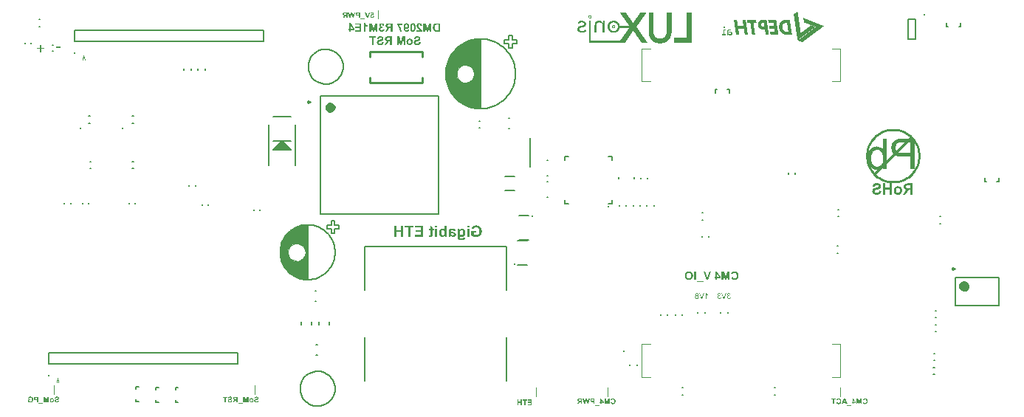
<source format=gbo>
G04*
G04 #@! TF.GenerationSoftware,Altium Limited,Altium Designer,22.10.1 (41)*
G04*
G04 Layer_Color=32896*
%FSLAX44Y44*%
%MOMM*%
G71*
G04*
G04 #@! TF.SameCoordinates,928D53FB-E6BB-4B63-96BA-E5CEFA686ED6*
G04*
G04*
G04 #@! TF.FilePolarity,Positive*
G04*
G01*
G75*
%ADD10C,0.2500*%
%ADD11C,0.2000*%
%ADD13C,0.6000*%
%ADD14C,0.2540*%
%ADD16C,0.2540*%
%ADD17C,0.1000*%
%ADD160C,0.1016*%
%ADD167C,0.2032*%
%ADD257C,0.1000*%
%ADD258C,0.2000*%
%ADD259C,0.1200*%
G36*
X343342Y179870D02*
Y148370D01*
X341277D01*
X337183Y148909D01*
X333195Y149978D01*
X329380Y151558D01*
X325804Y153623D01*
X322528Y156136D01*
X319608Y159056D01*
X317095Y162332D01*
X315030Y165908D01*
X313450Y169723D01*
X312381Y173711D01*
X311842Y177805D01*
Y179870D01*
Y181935D01*
X312381Y186028D01*
X313450Y190017D01*
X315030Y193832D01*
X317095Y197408D01*
X319608Y200684D01*
X322528Y203604D01*
X325804Y206117D01*
X329380Y208182D01*
X333195Y209762D01*
X337183Y210831D01*
X341277Y211370D01*
X343342D01*
Y179870D01*
D02*
G37*
G36*
X541716Y384594D02*
Y344594D01*
X539094Y344594D01*
X533896Y345278D01*
X528831Y346636D01*
X523987Y348642D01*
X519446Y351264D01*
X515286Y354456D01*
X511578Y358164D01*
X508386Y362323D01*
X505764Y366865D01*
X503758Y371709D01*
X502401Y376774D01*
X501716Y381972D01*
X501716Y384594D01*
X514216Y384594D01*
X501716D01*
Y387216D01*
X502401Y392414D01*
X503758Y397479D01*
X505764Y402323D01*
X508386Y406865D01*
X511578Y411024D01*
X515286Y414732D01*
X519446Y417924D01*
X523987Y420546D01*
X528831Y422552D01*
X533896Y423910D01*
X539094Y424594D01*
X541716D01*
Y384594D01*
D02*
G37*
G36*
X324132Y297806D02*
X304132D01*
X314132Y307806D01*
X324132Y297806D01*
D02*
G37*
G36*
X667665Y451689D02*
X667999D01*
Y451578D01*
X668221D01*
Y451466D01*
X668332D01*
Y451355D01*
X668443D01*
Y451244D01*
X668554D01*
Y451133D01*
X668665D01*
Y451022D01*
X668776D01*
Y450800D01*
X668887D01*
Y450466D01*
X668999D01*
Y449467D01*
X668887D01*
Y449133D01*
X668776D01*
Y448911D01*
X668665D01*
Y448689D01*
X668554D01*
Y448578D01*
X668443D01*
Y448466D01*
X668221D01*
Y448355D01*
X668110D01*
Y448244D01*
X667887D01*
Y448133D01*
X667554D01*
Y448022D01*
X666665D01*
Y448133D01*
X666221D01*
Y448244D01*
X665999D01*
Y448355D01*
X665888D01*
Y448466D01*
X665776D01*
Y448578D01*
X665665D01*
Y448689D01*
X665554D01*
Y448800D01*
X665443D01*
Y448911D01*
X665332D01*
Y449244D01*
X665221D01*
Y449578D01*
X665110D01*
Y449689D01*
Y450244D01*
X665221D01*
Y450689D01*
X665332D01*
Y450911D01*
X665443D01*
Y451133D01*
X665554D01*
Y451244D01*
X665665D01*
Y451355D01*
X665776D01*
Y451466D01*
X665999D01*
Y451578D01*
X666110D01*
Y451689D01*
X666443D01*
Y451800D01*
X667665D01*
Y451689D01*
D02*
G37*
G36*
X731999Y454800D02*
X731888D01*
Y454689D01*
X731776D01*
Y454467D01*
X731665D01*
Y454355D01*
X731554D01*
Y454133D01*
X731443D01*
Y454022D01*
X731332D01*
Y453800D01*
X731221D01*
Y453689D01*
X731110D01*
Y453578D01*
X730999D01*
Y453355D01*
X730888D01*
Y453244D01*
X730776D01*
Y453022D01*
X730665D01*
Y452911D01*
X730554D01*
Y452800D01*
X730443D01*
Y452578D01*
X730332D01*
Y452467D01*
X730221D01*
Y452244D01*
X730110D01*
Y452133D01*
X729999D01*
Y452022D01*
X729887D01*
Y451800D01*
X729776D01*
Y451689D01*
X729665D01*
Y451466D01*
X729554D01*
Y451355D01*
X729443D01*
Y451244D01*
X729332D01*
Y451022D01*
X729221D01*
Y450911D01*
X729110D01*
Y450689D01*
X728999D01*
Y450578D01*
X728887D01*
Y450466D01*
X728776D01*
Y450244D01*
X728665D01*
Y450133D01*
X728554D01*
Y449911D01*
X728443D01*
Y449800D01*
X728332D01*
Y449689D01*
X728221D01*
Y449467D01*
X728110D01*
Y449355D01*
X727999D01*
Y449133D01*
X727887D01*
Y449022D01*
X727776D01*
Y448800D01*
X727665D01*
Y448689D01*
X727554D01*
Y448578D01*
X727443D01*
Y448355D01*
X727332D01*
Y448244D01*
X727221D01*
Y448022D01*
X727110D01*
Y447911D01*
X726999D01*
Y447800D01*
X726888D01*
Y447578D01*
X726776D01*
Y447467D01*
X726665D01*
Y447244D01*
X726554D01*
Y447133D01*
X726443D01*
Y447022D01*
X726332D01*
Y446800D01*
X726221D01*
Y446689D01*
X726110D01*
Y446466D01*
X725999D01*
Y446355D01*
X725888D01*
Y446244D01*
X725776D01*
Y446022D01*
X725665D01*
Y445911D01*
X725554D01*
Y445689D01*
X725443D01*
Y445578D01*
X725332D01*
Y445466D01*
X725221D01*
Y445244D01*
X725110D01*
Y445133D01*
X724999D01*
Y444911D01*
X724887D01*
Y444800D01*
X724776D01*
Y444578D01*
X724665D01*
Y444467D01*
X724554D01*
Y444355D01*
X724443D01*
Y444133D01*
X724332D01*
Y444022D01*
X724221D01*
Y443800D01*
X724110D01*
Y443689D01*
X723999D01*
Y443578D01*
X723887D01*
Y443355D01*
X723776D01*
Y443244D01*
X723665D01*
Y443022D01*
X723554D01*
Y442911D01*
X723443D01*
Y442800D01*
X723332D01*
Y442578D01*
X723221D01*
Y442467D01*
X723110D01*
Y442244D01*
X722999D01*
Y442133D01*
X722887D01*
Y442022D01*
X722776D01*
Y441800D01*
X722665D01*
Y441689D01*
X722554D01*
Y441466D01*
X722443D01*
Y441355D01*
X722332D01*
Y441244D01*
X722221D01*
Y441022D01*
X722110D01*
Y440911D01*
X721999D01*
Y440689D01*
X721888D01*
Y440578D01*
X721776D01*
Y440355D01*
X721665D01*
Y440244D01*
X721554D01*
Y440133D01*
X721443D01*
Y439911D01*
X721332D01*
Y439800D01*
X721221D01*
Y439578D01*
X721110D01*
Y439467D01*
X720999D01*
Y439355D01*
X720888D01*
Y439133D01*
X720776D01*
Y439022D01*
X720665D01*
Y438800D01*
X720554D01*
Y438689D01*
X720443D01*
Y438355D01*
X720554D01*
Y438244D01*
X720665D01*
Y438022D01*
X720776D01*
Y437911D01*
X720888D01*
Y437689D01*
X720999D01*
Y437578D01*
X721110D01*
Y437467D01*
X721221D01*
Y437244D01*
X721332D01*
Y437133D01*
X721443D01*
Y436911D01*
X721554D01*
Y436800D01*
X721665D01*
Y436578D01*
X721776D01*
Y436466D01*
X721888D01*
Y436244D01*
X721999D01*
Y436133D01*
X722110D01*
Y436022D01*
X722221D01*
Y435800D01*
X722332D01*
Y435689D01*
X722443D01*
Y435466D01*
X722554D01*
Y435355D01*
X722665D01*
Y435133D01*
X722776D01*
Y435022D01*
X722887D01*
Y434800D01*
X722999D01*
Y434689D01*
X723110D01*
Y434578D01*
X723221D01*
Y434355D01*
X723332D01*
Y434244D01*
X723443D01*
Y434022D01*
X723554D01*
Y433911D01*
X723665D01*
Y433689D01*
X723776D01*
Y433578D01*
X723887D01*
Y433355D01*
X723999D01*
Y433244D01*
X724110D01*
Y433133D01*
X724221D01*
Y432911D01*
X724332D01*
Y432800D01*
X724443D01*
Y432578D01*
X724554D01*
Y432467D01*
X724665D01*
Y432244D01*
X724776D01*
Y432133D01*
X724887D01*
Y431911D01*
X724999D01*
Y431800D01*
X725110D01*
Y431689D01*
X725221D01*
Y431466D01*
X725332D01*
Y431355D01*
X725443D01*
Y431133D01*
X725554D01*
Y431022D01*
X725665D01*
Y430800D01*
X725776D01*
Y430689D01*
X725888D01*
Y430466D01*
X725999D01*
Y430355D01*
X726110D01*
Y430244D01*
X726221D01*
Y430022D01*
X726332D01*
Y429911D01*
X726443D01*
Y429689D01*
X726554D01*
Y429578D01*
X726665D01*
Y429355D01*
X726776D01*
Y429244D01*
X726888D01*
Y429022D01*
X726999D01*
Y428911D01*
X727110D01*
Y428800D01*
X727221D01*
Y428578D01*
X727332D01*
Y428466D01*
X727443D01*
Y428244D01*
X727554D01*
Y428133D01*
X727665D01*
Y427911D01*
X727776D01*
Y427800D01*
X727887D01*
Y427578D01*
X727999D01*
Y427467D01*
X728110D01*
Y427355D01*
X728221D01*
Y427133D01*
X728332D01*
Y427022D01*
X728443D01*
Y426800D01*
X728554D01*
Y426689D01*
X728665D01*
Y426466D01*
X728776D01*
Y426355D01*
X728887D01*
Y426133D01*
X728999D01*
Y426022D01*
X729110D01*
Y425800D01*
X729221D01*
Y425689D01*
X729332D01*
Y425578D01*
X729443D01*
Y425355D01*
X729554D01*
Y425244D01*
X729665D01*
Y425022D01*
X729776D01*
Y424911D01*
X729887D01*
Y424689D01*
X729999D01*
Y424578D01*
X730110D01*
Y424355D01*
X730221D01*
Y424244D01*
X730332D01*
Y424133D01*
X730443D01*
Y423911D01*
X730554D01*
Y423800D01*
X730665D01*
Y423578D01*
X730776D01*
Y423466D01*
X730888D01*
Y423244D01*
X730999D01*
Y423133D01*
X731110D01*
Y422911D01*
X731221D01*
Y422800D01*
X731332D01*
Y422689D01*
X731443D01*
Y422467D01*
X731554D01*
Y422355D01*
X731665D01*
Y422133D01*
X731776D01*
Y422022D01*
X731888D01*
Y421800D01*
X731999D01*
Y421689D01*
X732110D01*
Y421466D01*
X732221D01*
Y421355D01*
X732332D01*
Y421244D01*
X732443D01*
Y421022D01*
X732554D01*
Y420911D01*
X732665D01*
Y420689D01*
X732776D01*
Y420578D01*
X732887D01*
Y420355D01*
X726110D01*
Y420466D01*
X725999D01*
Y420578D01*
X725888D01*
Y420689D01*
X725776D01*
Y420911D01*
X725665D01*
Y421022D01*
X725554D01*
Y421244D01*
X725443D01*
Y421355D01*
X725332D01*
Y421578D01*
X725221D01*
Y421689D01*
X725110D01*
Y421911D01*
X724999D01*
Y422022D01*
X724887D01*
Y422244D01*
X724776D01*
Y422355D01*
X724665D01*
Y422578D01*
X724554D01*
Y422689D01*
X724443D01*
Y422911D01*
X724332D01*
Y423022D01*
X724221D01*
Y423244D01*
X724110D01*
Y423355D01*
X723999D01*
Y423578D01*
X723887D01*
Y423689D01*
X723776D01*
Y423911D01*
X723665D01*
Y424022D01*
X723554D01*
Y424244D01*
X723443D01*
Y424355D01*
X723332D01*
Y424578D01*
X723221D01*
Y424689D01*
X723110D01*
Y424800D01*
X722999D01*
Y425022D01*
X722887D01*
Y425133D01*
X722776D01*
Y425355D01*
X722665D01*
Y425466D01*
X722554D01*
Y425689D01*
X722443D01*
Y425800D01*
X722332D01*
Y426022D01*
X722221D01*
Y426133D01*
X722110D01*
Y426355D01*
X721999D01*
Y426466D01*
X721888D01*
Y426689D01*
X721776D01*
Y426800D01*
X721665D01*
Y427022D01*
X721554D01*
Y427133D01*
X721443D01*
Y427355D01*
X721332D01*
Y427467D01*
X721221D01*
Y427689D01*
X721110D01*
Y427800D01*
X720999D01*
Y428022D01*
X720888D01*
Y428133D01*
X720776D01*
Y428355D01*
X720665D01*
Y428466D01*
X720554D01*
Y428689D01*
X720443D01*
Y428800D01*
X720332D01*
Y429022D01*
X720221D01*
Y429133D01*
X720110D01*
Y429355D01*
X719999D01*
Y429467D01*
X719887D01*
Y429689D01*
X719776D01*
Y429800D01*
X719665D01*
Y430022D01*
X719554D01*
Y430133D01*
X719443D01*
Y430355D01*
X719332D01*
Y430466D01*
X719221D01*
Y430689D01*
X719110D01*
Y430800D01*
X718999D01*
Y431022D01*
X718887D01*
Y431133D01*
X718776D01*
Y431355D01*
X718665D01*
Y431466D01*
X718554D01*
Y431689D01*
X718443D01*
Y431800D01*
X718332D01*
Y432022D01*
X718221D01*
Y432133D01*
X718110D01*
Y432244D01*
X717999D01*
Y432467D01*
X717887D01*
Y432578D01*
X717776D01*
Y432800D01*
X717665D01*
Y432911D01*
X717554D01*
Y433133D01*
X717443D01*
Y433244D01*
X717332D01*
Y433466D01*
X717221D01*
Y433578D01*
X717110D01*
Y433800D01*
X716999D01*
Y433911D01*
X716888D01*
Y434133D01*
X716776D01*
Y434244D01*
X716665D01*
Y434133D01*
X716554D01*
Y433911D01*
X716443D01*
Y433800D01*
X716332D01*
Y433578D01*
X716221D01*
Y433466D01*
X716110D01*
Y433244D01*
X715999D01*
Y433133D01*
X715888D01*
Y432911D01*
X715776D01*
Y432800D01*
X715665D01*
Y432578D01*
X715554D01*
Y432467D01*
X715443D01*
Y432244D01*
X715332D01*
Y432133D01*
X715221D01*
Y431911D01*
X715110D01*
Y431800D01*
X714999D01*
Y431578D01*
X714887D01*
Y431466D01*
X714776D01*
Y431244D01*
X714665D01*
Y431133D01*
X714554D01*
Y430911D01*
X714443D01*
Y430800D01*
X714332D01*
Y430578D01*
X714221D01*
Y430466D01*
X714110D01*
Y430244D01*
X713999D01*
Y430133D01*
X713887D01*
Y429911D01*
X713776D01*
Y429800D01*
X713665D01*
Y429578D01*
X713554D01*
Y429467D01*
X713443D01*
Y429355D01*
X713332D01*
Y429133D01*
X713221D01*
Y429022D01*
X713110D01*
Y428800D01*
X712999D01*
Y428689D01*
X712887D01*
Y428466D01*
X712776D01*
Y428355D01*
X712665D01*
Y428133D01*
X712554D01*
Y428022D01*
X712443D01*
Y427800D01*
X712332D01*
Y427689D01*
X712221D01*
Y427467D01*
X712110D01*
Y427355D01*
X711999D01*
Y427133D01*
X711888D01*
Y427022D01*
X711776D01*
Y426800D01*
X711665D01*
Y426689D01*
X711554D01*
Y426466D01*
X711443D01*
Y426355D01*
X711332D01*
Y426133D01*
X711221D01*
Y426022D01*
X711110D01*
Y425800D01*
X710999D01*
Y425689D01*
X710888D01*
Y425466D01*
X710776D01*
Y425355D01*
X710665D01*
Y425133D01*
X710554D01*
Y425022D01*
X710443D01*
Y424800D01*
X710332D01*
Y424689D01*
X710221D01*
Y424467D01*
X710110D01*
Y424355D01*
X709999D01*
Y424133D01*
X709887D01*
Y424022D01*
X709776D01*
Y423800D01*
X709665D01*
Y423689D01*
X709554D01*
Y423466D01*
X709443D01*
Y423355D01*
X709332D01*
Y423133D01*
X709221D01*
Y423022D01*
X709110D01*
Y422800D01*
X708999D01*
Y422689D01*
X708887D01*
Y422467D01*
X708776D01*
Y422355D01*
X708665D01*
Y422133D01*
X708554D01*
Y422022D01*
X708443D01*
Y421800D01*
X708332D01*
Y421689D01*
X708221D01*
Y421466D01*
X708110D01*
Y421355D01*
X707999D01*
Y421133D01*
X707887D01*
Y421022D01*
X707776D01*
Y420800D01*
X707665D01*
Y420689D01*
X707554D01*
Y420466D01*
X707443D01*
Y420355D01*
X665999D01*
Y445244D01*
X668110D01*
Y445133D01*
X668221D01*
Y422578D01*
X701776D01*
Y422689D01*
X701888D01*
Y422911D01*
X701999D01*
Y423022D01*
X702110D01*
Y423244D01*
X702221D01*
Y423355D01*
X702332D01*
Y423578D01*
X702443D01*
Y423689D01*
X702554D01*
Y423800D01*
X702665D01*
Y424022D01*
X702776D01*
Y424133D01*
X702887D01*
Y424355D01*
X702999D01*
Y424467D01*
X703110D01*
Y424689D01*
X703221D01*
Y424800D01*
X703332D01*
Y424911D01*
X703443D01*
Y425133D01*
X703554D01*
Y425244D01*
X703665D01*
Y425466D01*
X703776D01*
Y425578D01*
X703887D01*
Y425800D01*
X703999D01*
Y425911D01*
X704110D01*
Y426022D01*
X704221D01*
Y426244D01*
X704332D01*
Y426355D01*
X704443D01*
Y426578D01*
X704554D01*
Y426689D01*
X704665D01*
Y426911D01*
X704776D01*
Y427022D01*
X704887D01*
Y427133D01*
X704999D01*
Y427355D01*
X705110D01*
Y427467D01*
X705221D01*
Y427689D01*
X705332D01*
Y427800D01*
X705443D01*
Y428022D01*
X705554D01*
Y428133D01*
X705665D01*
Y428244D01*
X705776D01*
Y428466D01*
X705888D01*
Y428578D01*
X705999D01*
Y428800D01*
X706110D01*
Y428911D01*
X706221D01*
Y429133D01*
X706332D01*
Y429244D01*
X706443D01*
Y429355D01*
X706554D01*
Y429578D01*
X706665D01*
Y429689D01*
X706776D01*
Y429911D01*
X706888D01*
Y430022D01*
X706999D01*
Y430244D01*
X707110D01*
Y430355D01*
X707221D01*
Y430466D01*
X707332D01*
Y430689D01*
X707443D01*
Y430800D01*
X707554D01*
Y431022D01*
X707665D01*
Y431133D01*
X707776D01*
Y431355D01*
X707887D01*
Y431466D01*
X707999D01*
Y431578D01*
X708110D01*
Y431800D01*
X708221D01*
Y431911D01*
X708332D01*
Y432133D01*
X708443D01*
Y432244D01*
X708554D01*
Y432467D01*
X708665D01*
Y432578D01*
X708776D01*
Y432689D01*
X708887D01*
Y432911D01*
X708999D01*
Y433022D01*
X709110D01*
Y433244D01*
X709221D01*
Y433355D01*
X709332D01*
Y433578D01*
X709443D01*
Y433689D01*
X709554D01*
Y433800D01*
X709665D01*
Y434022D01*
X709776D01*
Y434133D01*
X709887D01*
Y434355D01*
X709999D01*
Y434467D01*
X710110D01*
Y434689D01*
X710221D01*
Y434800D01*
X710332D01*
Y434911D01*
X710443D01*
Y435133D01*
X710554D01*
Y435244D01*
X710665D01*
Y435466D01*
X710776D01*
Y435578D01*
X710888D01*
Y435800D01*
X710999D01*
Y435911D01*
X711110D01*
Y436022D01*
X711221D01*
Y436244D01*
X711332D01*
Y436355D01*
X711443D01*
Y436578D01*
X711554D01*
Y436689D01*
X711665D01*
Y436911D01*
X711776D01*
Y437022D01*
X711888D01*
Y437133D01*
X711999D01*
Y437355D01*
X712110D01*
Y437467D01*
X701332D01*
Y437355D01*
X701221D01*
Y436800D01*
X701110D01*
Y436466D01*
X700999D01*
Y436022D01*
X700888D01*
Y435800D01*
X700776D01*
Y435578D01*
X700665D01*
Y435355D01*
X700554D01*
Y435133D01*
X700443D01*
Y434911D01*
X700332D01*
Y434689D01*
X700221D01*
Y434578D01*
X700110D01*
Y434355D01*
X699999D01*
Y434244D01*
X699887D01*
Y434133D01*
X699776D01*
Y434022D01*
X699665D01*
Y433911D01*
X699554D01*
Y433689D01*
X699443D01*
Y433578D01*
X699332D01*
Y433466D01*
X699110D01*
Y433355D01*
X698999D01*
Y433244D01*
X698887D01*
Y433133D01*
X698776D01*
Y433022D01*
X698554D01*
Y432911D01*
X698443D01*
Y432800D01*
X698221D01*
Y432689D01*
X698110D01*
Y432578D01*
X697887D01*
Y432467D01*
X697665D01*
Y432355D01*
X697443D01*
Y432244D01*
X697110D01*
Y432133D01*
X696776D01*
Y432022D01*
X696443D01*
Y431911D01*
X695999D01*
Y431800D01*
X695332D01*
Y431689D01*
X693332D01*
Y431800D01*
X692665D01*
Y431911D01*
X692221D01*
Y432022D01*
X691888D01*
Y432133D01*
X691554D01*
Y432244D01*
X691221D01*
Y432355D01*
X690999D01*
Y432467D01*
X690776D01*
Y432578D01*
X690554D01*
Y432689D01*
X690443D01*
Y432800D01*
X690221D01*
Y432911D01*
X690110D01*
Y433022D01*
X689887D01*
Y433133D01*
X689776D01*
Y433244D01*
X689665D01*
Y433355D01*
X689554D01*
Y433466D01*
X689443D01*
Y433578D01*
X689332D01*
Y433689D01*
X689221D01*
Y433800D01*
X689110D01*
Y433911D01*
X688999D01*
Y434022D01*
X688887D01*
Y434133D01*
X688776D01*
Y434244D01*
X688665D01*
Y434467D01*
X688554D01*
Y434578D01*
X688443D01*
Y434800D01*
X688332D01*
Y434911D01*
X688221D01*
Y435133D01*
X688110D01*
Y435355D01*
X687999D01*
Y435578D01*
X687887D01*
Y435800D01*
X687776D01*
Y436133D01*
X687665D01*
Y436466D01*
X687554D01*
Y436911D01*
X687443D01*
Y437467D01*
X687332D01*
Y439689D01*
X687443D01*
Y440355D01*
X687554D01*
Y440800D01*
X687665D01*
Y441133D01*
X687776D01*
Y441355D01*
X687887D01*
Y441689D01*
X687999D01*
Y441911D01*
X688110D01*
Y442133D01*
X688221D01*
Y442244D01*
X688332D01*
Y442467D01*
X688443D01*
Y442578D01*
X688554D01*
Y442800D01*
X688665D01*
Y442911D01*
X688776D01*
Y443022D01*
X688887D01*
Y443244D01*
X688999D01*
Y443355D01*
X689110D01*
Y443466D01*
X689221D01*
Y443578D01*
X689332D01*
Y443689D01*
X689443D01*
Y443800D01*
X689554D01*
Y443911D01*
X689776D01*
Y444022D01*
X689887D01*
Y444133D01*
X689999D01*
Y444244D01*
X690221D01*
Y444355D01*
X690332D01*
Y444467D01*
X690554D01*
Y444578D01*
X690665D01*
Y444689D01*
X690888D01*
Y444800D01*
X691110D01*
Y444911D01*
X691443D01*
Y445022D01*
X691665D01*
Y445133D01*
X691999D01*
Y445244D01*
X692443D01*
Y445355D01*
X692999D01*
Y445466D01*
X694110D01*
Y445578D01*
X694554D01*
Y445466D01*
X695665D01*
Y445355D01*
X696221D01*
Y445244D01*
X696665D01*
Y445133D01*
X696999D01*
Y445022D01*
X697221D01*
Y444911D01*
X697554D01*
Y444800D01*
X697776D01*
Y444689D01*
X697999D01*
Y444578D01*
X698221D01*
Y444467D01*
X698332D01*
Y444355D01*
X698554D01*
Y444244D01*
X698665D01*
Y444133D01*
X698776D01*
Y444022D01*
X698999D01*
Y443911D01*
X699110D01*
Y443800D01*
X699221D01*
Y443689D01*
X699332D01*
Y443578D01*
X699443D01*
Y443466D01*
X699554D01*
Y443355D01*
X699665D01*
Y443244D01*
X699776D01*
Y443133D01*
X699887D01*
Y442911D01*
X699999D01*
Y442800D01*
X700110D01*
Y442689D01*
X700221D01*
Y442467D01*
X700332D01*
Y442355D01*
X700443D01*
Y442133D01*
X700554D01*
Y441911D01*
X700665D01*
Y441689D01*
X700776D01*
Y441466D01*
X700888D01*
Y441133D01*
X700999D01*
Y440800D01*
X701110D01*
Y440355D01*
X701221D01*
Y439800D01*
X701332D01*
Y439689D01*
X711999D01*
Y439911D01*
X711888D01*
Y440022D01*
X711776D01*
Y440244D01*
X711665D01*
Y440355D01*
X711554D01*
Y440466D01*
X711443D01*
Y440689D01*
X711332D01*
Y440800D01*
X711221D01*
Y441022D01*
X711110D01*
Y441133D01*
X710999D01*
Y441244D01*
X710888D01*
Y441466D01*
X710776D01*
Y441578D01*
X710665D01*
Y441800D01*
X710554D01*
Y441911D01*
X710443D01*
Y442022D01*
X710332D01*
Y442244D01*
X710221D01*
Y442355D01*
X710110D01*
Y442578D01*
X709999D01*
Y442689D01*
X709887D01*
Y442800D01*
X709776D01*
Y443022D01*
X709665D01*
Y443133D01*
X709554D01*
Y443355D01*
X709443D01*
Y443466D01*
X709332D01*
Y443689D01*
X709221D01*
Y443800D01*
X709110D01*
Y443911D01*
X708999D01*
Y444133D01*
X708887D01*
Y444244D01*
X708776D01*
Y444467D01*
X708665D01*
Y444578D01*
X708554D01*
Y444689D01*
X708443D01*
Y444911D01*
X708332D01*
Y445022D01*
X708221D01*
Y445244D01*
X708110D01*
Y445355D01*
X707999D01*
Y445466D01*
X707887D01*
Y445689D01*
X707776D01*
Y445800D01*
X707665D01*
Y446022D01*
X707554D01*
Y446133D01*
X707443D01*
Y446244D01*
X707332D01*
Y446466D01*
X707221D01*
Y446578D01*
X707110D01*
Y446800D01*
X706999D01*
Y446911D01*
X706888D01*
Y447022D01*
X706776D01*
Y447244D01*
X706665D01*
Y447355D01*
X706554D01*
Y447578D01*
X706443D01*
Y447689D01*
X706332D01*
Y447911D01*
X706221D01*
Y448022D01*
X706110D01*
Y448133D01*
X705999D01*
Y448355D01*
X705888D01*
Y448466D01*
X705776D01*
Y448689D01*
X705665D01*
Y448800D01*
X705554D01*
Y448911D01*
X705443D01*
Y449133D01*
X705332D01*
Y449244D01*
X705221D01*
Y449467D01*
X705110D01*
Y449578D01*
X704999D01*
Y449689D01*
X704887D01*
Y449911D01*
X704776D01*
Y450022D01*
X704665D01*
Y450244D01*
X704554D01*
Y450355D01*
X704443D01*
Y450466D01*
X704332D01*
Y450689D01*
X704221D01*
Y450800D01*
X704110D01*
Y451022D01*
X703999D01*
Y451133D01*
X703887D01*
Y451244D01*
X703776D01*
Y451466D01*
X703665D01*
Y451578D01*
X703554D01*
Y451800D01*
X703443D01*
Y451911D01*
X703332D01*
Y452133D01*
X703221D01*
Y452244D01*
X703110D01*
Y452355D01*
X702999D01*
Y452578D01*
X702887D01*
Y452689D01*
X702776D01*
Y452911D01*
X702665D01*
Y453022D01*
X702554D01*
Y453133D01*
X702443D01*
Y453355D01*
X702332D01*
Y453466D01*
X702221D01*
Y453689D01*
X702110D01*
Y453800D01*
X701999D01*
Y453911D01*
X701888D01*
Y454133D01*
X701776D01*
Y454244D01*
X701665D01*
Y454467D01*
X701554D01*
Y454578D01*
X701443D01*
Y454689D01*
X701332D01*
Y454911D01*
X708221D01*
Y454800D01*
X708332D01*
Y454689D01*
X708443D01*
Y454467D01*
X708554D01*
Y454355D01*
X708665D01*
Y454244D01*
X708776D01*
Y454022D01*
X708887D01*
Y453911D01*
X708999D01*
Y453689D01*
X709110D01*
Y453578D01*
X709221D01*
Y453355D01*
X709332D01*
Y453244D01*
X709443D01*
Y453022D01*
X709554D01*
Y452911D01*
X709665D01*
Y452689D01*
X709776D01*
Y452578D01*
X709887D01*
Y452355D01*
X709999D01*
Y452244D01*
X710110D01*
Y452022D01*
X710221D01*
Y451911D01*
X710332D01*
Y451800D01*
X710443D01*
Y451578D01*
X710554D01*
Y451466D01*
X710665D01*
Y451244D01*
X710776D01*
Y451133D01*
X710888D01*
Y450911D01*
X710999D01*
Y450800D01*
X711110D01*
Y450578D01*
X711221D01*
Y450466D01*
X711332D01*
Y450244D01*
X711443D01*
Y450133D01*
X711554D01*
Y449911D01*
X711665D01*
Y449800D01*
X711776D01*
Y449578D01*
X711888D01*
Y449467D01*
X711999D01*
Y449355D01*
X712110D01*
Y449133D01*
X712221D01*
Y449022D01*
X712332D01*
Y448800D01*
X712443D01*
Y448689D01*
X712554D01*
Y448466D01*
X712665D01*
Y448355D01*
X712776D01*
Y448133D01*
X712887D01*
Y448022D01*
X712999D01*
Y447800D01*
X713110D01*
Y447689D01*
X713221D01*
Y447467D01*
X713332D01*
Y447355D01*
X713443D01*
Y447133D01*
X713554D01*
Y447022D01*
X713665D01*
Y446911D01*
X713776D01*
Y446689D01*
X713887D01*
Y446578D01*
X713999D01*
Y446355D01*
X714110D01*
Y446244D01*
X714221D01*
Y446022D01*
X714332D01*
Y445911D01*
X714443D01*
Y445689D01*
X714554D01*
Y445578D01*
X714665D01*
Y445355D01*
X714776D01*
Y445244D01*
X714887D01*
Y445022D01*
X714999D01*
Y444911D01*
X715110D01*
Y444689D01*
X715221D01*
Y444578D01*
X715332D01*
Y444467D01*
X715443D01*
Y444244D01*
X715554D01*
Y444133D01*
X715665D01*
Y443911D01*
X715776D01*
Y443800D01*
X715888D01*
Y443578D01*
X715999D01*
Y443466D01*
X716110D01*
Y443244D01*
X716221D01*
Y443133D01*
X716332D01*
Y442911D01*
X716443D01*
Y442800D01*
X716665D01*
Y443022D01*
X716776D01*
Y443133D01*
X716888D01*
Y443355D01*
X716999D01*
Y443466D01*
X717110D01*
Y443689D01*
X717221D01*
Y443800D01*
X717332D01*
Y443911D01*
X717443D01*
Y444133D01*
X717554D01*
Y444244D01*
X717665D01*
Y444467D01*
X717776D01*
Y444578D01*
X717887D01*
Y444800D01*
X717999D01*
Y444911D01*
X718110D01*
Y445133D01*
X718221D01*
Y445244D01*
X718332D01*
Y445466D01*
X718443D01*
Y445578D01*
X718554D01*
Y445689D01*
X718665D01*
Y445911D01*
X718776D01*
Y446022D01*
X718887D01*
Y446244D01*
X718999D01*
Y446355D01*
X719110D01*
Y446578D01*
X719221D01*
Y446689D01*
X719332D01*
Y446911D01*
X719443D01*
Y447022D01*
X719554D01*
Y447244D01*
X719665D01*
Y447355D01*
X719776D01*
Y447467D01*
X719887D01*
Y447689D01*
X719999D01*
Y447800D01*
X720110D01*
Y448022D01*
X720221D01*
Y448133D01*
X720332D01*
Y448355D01*
X720443D01*
Y448466D01*
X720554D01*
Y448689D01*
X720665D01*
Y448800D01*
X720776D01*
Y448911D01*
X720888D01*
Y449133D01*
X720999D01*
Y449244D01*
X721110D01*
Y449467D01*
X721221D01*
Y449578D01*
X721332D01*
Y449800D01*
X721443D01*
Y449911D01*
X721554D01*
Y450133D01*
X721665D01*
Y450244D01*
X721776D01*
Y450466D01*
X721888D01*
Y450578D01*
X721999D01*
Y450689D01*
X722110D01*
Y450911D01*
X722221D01*
Y451022D01*
X722332D01*
Y451244D01*
X722443D01*
Y451355D01*
X722554D01*
Y451578D01*
X722665D01*
Y451689D01*
X722776D01*
Y451911D01*
X722887D01*
Y452022D01*
X722999D01*
Y452133D01*
X723110D01*
Y452355D01*
X723221D01*
Y452467D01*
X723332D01*
Y452689D01*
X723443D01*
Y452800D01*
X723554D01*
Y453022D01*
X723665D01*
Y453133D01*
X723776D01*
Y453355D01*
X723887D01*
Y453466D01*
X723999D01*
Y453689D01*
X724110D01*
Y453800D01*
X724221D01*
Y453911D01*
X724332D01*
Y454133D01*
X724443D01*
Y454244D01*
X724554D01*
Y454467D01*
X724665D01*
Y454578D01*
X724776D01*
Y454800D01*
X724887D01*
Y454911D01*
X731999D01*
Y454800D01*
D02*
G37*
G36*
X677665Y445466D02*
X678665D01*
Y445355D01*
X678999D01*
Y445244D01*
X679332D01*
Y445133D01*
X679665D01*
Y445022D01*
X679887D01*
Y444911D01*
X680110D01*
Y444800D01*
X680332D01*
Y444689D01*
X680443D01*
Y444578D01*
X680665D01*
Y444467D01*
X680776D01*
Y444355D01*
X680888D01*
Y444244D01*
X680999D01*
Y444133D01*
X681110D01*
Y444022D01*
X681221D01*
Y443911D01*
X681332D01*
Y443800D01*
X681443D01*
Y443689D01*
X681554D01*
Y443466D01*
X681665D01*
Y443355D01*
X681776D01*
Y443133D01*
X681888D01*
Y444467D01*
X681999D01*
Y445244D01*
X683999D01*
Y445133D01*
X684110D01*
Y444244D01*
X683999D01*
Y432022D01*
X681776D01*
Y438800D01*
X681665D01*
Y439911D01*
X681554D01*
Y440466D01*
X681443D01*
Y440911D01*
X681332D01*
Y441133D01*
X681221D01*
Y441355D01*
X681110D01*
Y441578D01*
X680999D01*
Y441800D01*
X680888D01*
Y442022D01*
X680776D01*
Y442133D01*
X680665D01*
Y442244D01*
X680554D01*
Y442355D01*
X680443D01*
Y442467D01*
X680332D01*
Y442578D01*
X680221D01*
Y442689D01*
X680110D01*
Y442800D01*
X679999D01*
Y442911D01*
X679776D01*
Y443022D01*
X679554D01*
Y443133D01*
X679332D01*
Y443244D01*
X678999D01*
Y443355D01*
X678443D01*
Y443466D01*
X677110D01*
Y443355D01*
X676554D01*
Y443244D01*
X676332D01*
Y443133D01*
X676110D01*
Y443022D01*
X675888D01*
Y442911D01*
X675776D01*
Y442800D01*
X675665D01*
Y442689D01*
X675554D01*
Y442578D01*
X675443D01*
Y442467D01*
X675332D01*
Y442244D01*
X675221D01*
Y442022D01*
X675110D01*
Y441800D01*
X674999D01*
Y441578D01*
X674887D01*
Y441133D01*
X674776D01*
Y434689D01*
Y434578D01*
Y432022D01*
X672443D01*
Y440689D01*
X672554D01*
Y441578D01*
X672665D01*
Y442133D01*
X672776D01*
Y442467D01*
X672887D01*
Y442800D01*
X672999D01*
Y443022D01*
X673110D01*
Y443244D01*
X673221D01*
Y443466D01*
X673332D01*
Y443578D01*
X673443D01*
Y443800D01*
X673554D01*
Y443911D01*
X673665D01*
Y444022D01*
X673776D01*
Y444133D01*
X673887D01*
Y444244D01*
X673999D01*
Y444355D01*
X674110D01*
Y444467D01*
X674221D01*
Y444578D01*
X674332D01*
Y444689D01*
X674554D01*
Y444800D01*
X674665D01*
Y444911D01*
X674887D01*
Y445022D01*
X675110D01*
Y445133D01*
X675443D01*
Y445244D01*
X675776D01*
Y445355D01*
X676221D01*
Y445466D01*
X677221D01*
Y445578D01*
X677665D01*
Y445466D01*
D02*
G37*
G36*
X657776D02*
X658776D01*
Y445355D01*
X659332D01*
Y445244D01*
X659665D01*
Y445133D01*
X659999D01*
Y445022D01*
X660221D01*
Y444911D01*
X660443D01*
Y444800D01*
X660665D01*
Y444689D01*
X660888D01*
Y444578D01*
X660999D01*
Y444467D01*
X661221D01*
Y444355D01*
X661332D01*
Y444244D01*
X661443D01*
Y444133D01*
X661554D01*
Y444022D01*
X661665D01*
Y443911D01*
X661776D01*
Y443800D01*
X661888D01*
Y443578D01*
X661999D01*
Y443466D01*
X662110D01*
Y443244D01*
X662221D01*
Y443022D01*
X662332D01*
Y442689D01*
X662443D01*
Y442244D01*
X662554D01*
Y440911D01*
X662443D01*
Y440466D01*
X662332D01*
Y440133D01*
X662221D01*
Y439911D01*
X662110D01*
Y439800D01*
X661999D01*
Y439578D01*
X661888D01*
Y439467D01*
X661776D01*
Y439355D01*
X661665D01*
Y439244D01*
X661554D01*
Y439133D01*
X661443D01*
Y439022D01*
X661221D01*
Y438911D01*
X661110D01*
Y438800D01*
X660888D01*
Y438689D01*
X660665D01*
Y438578D01*
X660443D01*
Y438466D01*
X660110D01*
Y438355D01*
X659887D01*
Y438244D01*
X659443D01*
Y438133D01*
X659110D01*
Y438022D01*
X658665D01*
Y437911D01*
X658221D01*
Y437800D01*
X657665D01*
Y437689D01*
X657221D01*
Y437578D01*
X656776D01*
Y437467D01*
X656443D01*
Y437355D01*
X656221D01*
Y437244D01*
X655999D01*
Y437133D01*
X655888D01*
Y437022D01*
X655665D01*
Y436911D01*
X655554D01*
Y436800D01*
X655443D01*
Y436689D01*
X655332D01*
Y436466D01*
X655221D01*
Y436133D01*
X655110D01*
Y435355D01*
X655221D01*
Y435022D01*
X655332D01*
Y434800D01*
X655443D01*
Y434689D01*
X655554D01*
Y434578D01*
X655665D01*
Y434467D01*
X655776D01*
Y434355D01*
X655888D01*
Y434244D01*
X656110D01*
Y434133D01*
X656332D01*
Y434022D01*
X656554D01*
Y433911D01*
X656999D01*
Y433800D01*
X658999D01*
Y433911D01*
X659443D01*
Y434022D01*
X659665D01*
Y434133D01*
X659887D01*
Y434244D01*
X659999D01*
Y434355D01*
X660221D01*
Y434467D01*
X660332D01*
Y434578D01*
X660443D01*
Y434689D01*
X660665D01*
Y434800D01*
X660776D01*
Y434911D01*
X660888D01*
Y435022D01*
X660999D01*
Y435133D01*
X661110D01*
Y435244D01*
X661221D01*
Y435466D01*
X661443D01*
Y435355D01*
X661665D01*
Y435244D01*
X661776D01*
Y435133D01*
X661888D01*
Y435022D01*
X662110D01*
Y434911D01*
X662221D01*
Y434800D01*
X662332D01*
Y434689D01*
X662554D01*
Y434578D01*
X662665D01*
Y434467D01*
X662776D01*
Y434355D01*
X662887D01*
Y434244D01*
X663110D01*
Y434022D01*
X662999D01*
Y433911D01*
X662887D01*
Y433800D01*
X662776D01*
Y433578D01*
X662665D01*
Y433466D01*
X662554D01*
Y433355D01*
X662443D01*
Y433244D01*
X662332D01*
Y433133D01*
X662221D01*
Y433022D01*
X662110D01*
Y432911D01*
X661999D01*
Y432800D01*
X661776D01*
Y432689D01*
X661665D01*
Y432578D01*
X661554D01*
Y432467D01*
X661332D01*
Y432355D01*
X661110D01*
Y432244D01*
X660888D01*
Y432133D01*
X660554D01*
Y432022D01*
X660221D01*
Y431911D01*
X659776D01*
Y431800D01*
X659110D01*
Y431689D01*
X656999D01*
Y431800D01*
X656332D01*
Y431911D01*
X655888D01*
Y432022D01*
X655554D01*
Y432133D01*
X655221D01*
Y432244D01*
X654999D01*
Y432355D01*
X654776D01*
Y432467D01*
X654554D01*
Y432578D01*
X654332D01*
Y432689D01*
X654221D01*
Y432800D01*
X654110D01*
Y432911D01*
X653887D01*
Y433022D01*
X653776D01*
Y433133D01*
X653665D01*
Y433355D01*
X653554D01*
Y433466D01*
X653443D01*
Y433578D01*
X653332D01*
Y433800D01*
X653221D01*
Y433911D01*
X653110D01*
Y434133D01*
X652999D01*
Y434467D01*
X652887D01*
Y434800D01*
X652776D01*
Y436800D01*
X652887D01*
Y437244D01*
X652999D01*
Y437467D01*
X653110D01*
Y437689D01*
X653221D01*
Y437911D01*
X653332D01*
Y438022D01*
X653443D01*
Y438133D01*
X653554D01*
Y438244D01*
X653665D01*
Y438355D01*
X653776D01*
Y438466D01*
X653887D01*
Y438578D01*
X653999D01*
Y438689D01*
X654110D01*
Y438800D01*
X654332D01*
Y438911D01*
X654554D01*
Y439022D01*
X654776D01*
Y439133D01*
X654999D01*
Y439244D01*
X655221D01*
Y439355D01*
X655665D01*
Y439467D01*
X655999D01*
Y439578D01*
X656443D01*
Y439689D01*
X656888D01*
Y439800D01*
X657443D01*
Y439911D01*
X657999D01*
Y440022D01*
X658332D01*
Y440133D01*
X658776D01*
Y440244D01*
X658999D01*
Y440355D01*
X659221D01*
Y440466D01*
X659443D01*
Y440578D01*
X659665D01*
Y440689D01*
X659776D01*
Y440800D01*
X659999D01*
Y440911D01*
X660110D01*
Y441133D01*
X660221D01*
Y441355D01*
X660332D01*
Y442022D01*
X660221D01*
Y442355D01*
X660110D01*
Y442467D01*
X659999D01*
Y442689D01*
X659887D01*
Y442800D01*
X659665D01*
Y442911D01*
X659554D01*
Y443022D01*
X659332D01*
Y443133D01*
X659110D01*
Y443244D01*
X658887D01*
Y443355D01*
X658332D01*
Y443466D01*
X657110D01*
Y443355D01*
X656665D01*
Y443244D01*
X656443D01*
Y443133D01*
X656221D01*
Y443022D01*
X655999D01*
Y442911D01*
X655888D01*
Y442800D01*
X655776D01*
Y442689D01*
X655554D01*
Y442578D01*
X655443D01*
Y442467D01*
X655332D01*
Y442244D01*
X655221D01*
Y442133D01*
X655110D01*
Y442022D01*
X654999D01*
Y441911D01*
X654887D01*
Y442022D01*
X654665D01*
Y442133D01*
X654554D01*
Y442244D01*
X654332D01*
Y442355D01*
X654221D01*
Y442467D01*
X653999D01*
Y442578D01*
X653887D01*
Y442689D01*
X653665D01*
Y442800D01*
X653554D01*
Y442911D01*
X653332D01*
Y443022D01*
X653221D01*
Y443355D01*
X653332D01*
Y443578D01*
X653443D01*
Y443689D01*
X653554D01*
Y443800D01*
X653665D01*
Y443911D01*
X653776D01*
Y444133D01*
X653887D01*
Y444244D01*
X653999D01*
Y444355D01*
X654221D01*
Y444467D01*
X654332D01*
Y444578D01*
X654443D01*
Y444689D01*
X654665D01*
Y444800D01*
X654776D01*
Y444911D01*
X654999D01*
Y445022D01*
X655332D01*
Y445133D01*
X655554D01*
Y445244D01*
X655999D01*
Y445355D01*
X656443D01*
Y445466D01*
X657443D01*
Y445578D01*
X657776D01*
Y445466D01*
D02*
G37*
G36*
X760776Y432689D02*
X760665D01*
Y431355D01*
X760554D01*
Y430578D01*
X760443D01*
Y429911D01*
X760332D01*
Y429355D01*
X760221D01*
Y428911D01*
X760110D01*
Y428466D01*
X759999D01*
Y428133D01*
X759887D01*
Y427800D01*
X759776D01*
Y427467D01*
X759665D01*
Y427133D01*
X759554D01*
Y426911D01*
X759443D01*
Y426578D01*
X759332D01*
Y426355D01*
X759221D01*
Y426133D01*
X759110D01*
Y425911D01*
X758999D01*
Y425689D01*
X758887D01*
Y425466D01*
X758776D01*
Y425244D01*
X758665D01*
Y425133D01*
X758554D01*
Y424911D01*
X758443D01*
Y424800D01*
X758332D01*
Y424578D01*
X758221D01*
Y424467D01*
X758110D01*
Y424244D01*
X757999D01*
Y424133D01*
X757887D01*
Y424022D01*
X757776D01*
Y423800D01*
X757665D01*
Y423689D01*
X757554D01*
Y423578D01*
X757443D01*
Y423466D01*
X757332D01*
Y423355D01*
X757221D01*
Y423244D01*
X757110D01*
Y423133D01*
X756999D01*
Y423022D01*
X756888D01*
Y422911D01*
X756776D01*
Y422800D01*
X756665D01*
Y422689D01*
X756554D01*
Y422578D01*
X756443D01*
Y422467D01*
X756332D01*
Y422355D01*
X756221D01*
Y422244D01*
X755999D01*
Y422133D01*
X755888D01*
Y422022D01*
X755776D01*
Y421911D01*
X755554D01*
Y421800D01*
X755443D01*
Y421689D01*
X755221D01*
Y421578D01*
X755110D01*
Y421466D01*
X754887D01*
Y421355D01*
X754665D01*
Y421244D01*
X754554D01*
Y421133D01*
X754332D01*
Y421022D01*
X754110D01*
Y420911D01*
X753887D01*
Y420800D01*
X753665D01*
Y420689D01*
X753443D01*
Y420578D01*
X753110D01*
Y420466D01*
X752887D01*
Y420355D01*
X752554D01*
Y420244D01*
X752221D01*
Y420133D01*
X751776D01*
Y420022D01*
X751332D01*
Y419911D01*
X750776D01*
Y419800D01*
X750221D01*
Y419689D01*
X749221D01*
Y419578D01*
X745776D01*
Y419689D01*
X744887D01*
Y419800D01*
X744221D01*
Y419911D01*
X743665D01*
Y420022D01*
X743221D01*
Y420133D01*
X742887D01*
Y420244D01*
X742554D01*
Y420355D01*
X742221D01*
Y420466D01*
X741888D01*
Y420578D01*
X741665D01*
Y420689D01*
X741332D01*
Y420800D01*
X741110D01*
Y420911D01*
X740888D01*
Y421022D01*
X740665D01*
Y421133D01*
X740554D01*
Y421244D01*
X740332D01*
Y421355D01*
X740110D01*
Y421466D01*
X739887D01*
Y421578D01*
X739776D01*
Y421689D01*
X739554D01*
Y421800D01*
X739443D01*
Y421911D01*
X739332D01*
Y422022D01*
X739110D01*
Y422133D01*
X738999D01*
Y422244D01*
X738887D01*
Y422355D01*
X738776D01*
Y422467D01*
X738554D01*
Y422578D01*
X738443D01*
Y422689D01*
X738332D01*
Y422800D01*
X738221D01*
Y422911D01*
X738110D01*
Y423022D01*
X737999D01*
Y423133D01*
X737887D01*
Y423244D01*
X737776D01*
Y423355D01*
X737665D01*
Y423466D01*
X737554D01*
Y423578D01*
X737443D01*
Y423800D01*
X737332D01*
Y423911D01*
X737221D01*
Y424022D01*
X737110D01*
Y424133D01*
X736999D01*
Y424355D01*
X736888D01*
Y424467D01*
X736776D01*
Y424689D01*
X736665D01*
Y424800D01*
X736554D01*
Y425022D01*
X736443D01*
Y425133D01*
X736332D01*
Y425355D01*
X736221D01*
Y425578D01*
X736110D01*
Y425800D01*
X735999D01*
Y425911D01*
X735888D01*
Y426133D01*
X735776D01*
Y426466D01*
X735665D01*
Y426689D01*
X735554D01*
Y426911D01*
X735443D01*
Y427244D01*
X735332D01*
Y427578D01*
X735221D01*
Y427911D01*
X735110D01*
Y428244D01*
X734999D01*
Y428578D01*
X734887D01*
Y429022D01*
X734776D01*
Y429578D01*
X734665D01*
Y430133D01*
X734554D01*
Y430800D01*
X734443D01*
Y431689D01*
X734332D01*
Y454911D01*
X739887D01*
Y432800D01*
X739999D01*
Y432467D01*
Y432355D01*
Y431800D01*
X740110D01*
Y431133D01*
X740221D01*
Y430578D01*
X740332D01*
Y430133D01*
X740443D01*
Y429800D01*
X740554D01*
Y429467D01*
X740665D01*
Y429244D01*
X740776D01*
Y428911D01*
X740888D01*
Y428689D01*
X740999D01*
Y428466D01*
X741110D01*
Y428244D01*
X741221D01*
Y428022D01*
X741332D01*
Y427911D01*
X741443D01*
Y427689D01*
X741554D01*
Y427578D01*
X741665D01*
Y427355D01*
X741776D01*
Y427244D01*
X741888D01*
Y427133D01*
X741999D01*
Y427022D01*
X742110D01*
Y426911D01*
X742221D01*
Y426800D01*
X742332D01*
Y426689D01*
X742443D01*
Y426578D01*
X742554D01*
Y426466D01*
X742665D01*
Y426355D01*
X742776D01*
Y426244D01*
X742999D01*
Y426133D01*
X743110D01*
Y426022D01*
X743221D01*
Y425911D01*
X743443D01*
Y425800D01*
X743665D01*
Y425689D01*
X743887D01*
Y425578D01*
X744110D01*
Y425466D01*
X744332D01*
Y425355D01*
X744554D01*
Y425244D01*
X744999D01*
Y425133D01*
X745443D01*
Y425022D01*
X746110D01*
Y424911D01*
X748999D01*
Y425022D01*
X749665D01*
Y425133D01*
X750110D01*
Y425244D01*
X750443D01*
Y425355D01*
X750776D01*
Y425466D01*
X750999D01*
Y425578D01*
X751221D01*
Y425689D01*
X751443D01*
Y425800D01*
X751554D01*
Y425911D01*
X751776D01*
Y426022D01*
X751888D01*
Y426133D01*
X752110D01*
Y426244D01*
X752221D01*
Y426355D01*
X752332D01*
Y426466D01*
X752443D01*
Y426578D01*
X752665D01*
Y426689D01*
X752776D01*
Y426800D01*
X752887D01*
Y426911D01*
X752999D01*
Y427133D01*
X753110D01*
Y427244D01*
X753221D01*
Y427355D01*
X753332D01*
Y427467D01*
X753443D01*
Y427689D01*
X753554D01*
Y427800D01*
X753665D01*
Y428022D01*
X753776D01*
Y428244D01*
X753887D01*
Y428466D01*
X753999D01*
Y428689D01*
X754110D01*
Y428911D01*
X754221D01*
Y429133D01*
X754332D01*
Y429355D01*
X754443D01*
Y429689D01*
X754554D01*
Y430022D01*
X754665D01*
Y430466D01*
X754776D01*
Y431022D01*
X754887D01*
Y431578D01*
X754999D01*
Y432467D01*
X755110D01*
Y454911D01*
X760776D01*
Y432689D01*
D02*
G37*
G36*
X821249Y438652D02*
X821506D01*
Y438566D01*
X821592D01*
Y438309D01*
X821678D01*
Y437451D01*
X821592D01*
Y437194D01*
X821506D01*
Y437108D01*
X821249D01*
Y437022D01*
X820220D01*
Y437108D01*
X820048D01*
Y437194D01*
X819963D01*
Y437280D01*
X819877D01*
Y438394D01*
Y438480D01*
X819963D01*
Y438566D01*
X820048D01*
Y438652D01*
X820220D01*
Y438737D01*
X821249D01*
Y438652D01*
D02*
G37*
G36*
X822278Y435564D02*
X822621D01*
Y435479D01*
X822707D01*
Y435393D01*
X822793D01*
Y435136D01*
X822878D01*
Y434878D01*
X822793D01*
Y434707D01*
X822707D01*
Y434621D01*
X822621D01*
Y434535D01*
X822364D01*
Y434450D01*
X821077D01*
Y430076D01*
X822364D01*
Y429990D01*
X822621D01*
Y429905D01*
X822707D01*
Y429819D01*
X822793D01*
Y429647D01*
X822878D01*
Y429390D01*
X822793D01*
Y429133D01*
X822707D01*
Y429047D01*
X822535D01*
Y428961D01*
X822278D01*
Y428875D01*
X818676D01*
Y428961D01*
X818419D01*
Y429047D01*
X818333D01*
Y429133D01*
X818248D01*
Y429218D01*
X818162D01*
Y429733D01*
X818248D01*
Y429905D01*
X818419D01*
Y429990D01*
X818591D01*
Y430076D01*
X819877D01*
Y432992D01*
Y433078D01*
Y435221D01*
X819963D01*
Y435393D01*
X820048D01*
Y435479D01*
X820134D01*
Y435564D01*
X820391D01*
Y435650D01*
X822278D01*
Y435564D01*
D02*
G37*
G36*
X783776Y420355D02*
X763221D01*
Y425689D01*
X778221D01*
Y454911D01*
X783776D01*
Y420355D01*
D02*
G37*
G36*
X845689Y446284D02*
X845775D01*
Y445769D01*
X845861D01*
Y445169D01*
X845947D01*
Y444569D01*
X846032D01*
Y443969D01*
X846118D01*
Y443368D01*
X846204D01*
Y442768D01*
X846290D01*
Y442168D01*
X846376D01*
Y441653D01*
X846461D01*
Y441053D01*
X846547D01*
Y440452D01*
X846633D01*
Y439852D01*
X846719D01*
Y439252D01*
X846804D01*
Y438652D01*
X846890D01*
Y438051D01*
X846976D01*
Y437537D01*
X847061D01*
Y436936D01*
X847147D01*
Y436336D01*
X847233D01*
Y435736D01*
X847319D01*
Y435136D01*
X847405D01*
Y434535D01*
X847490D01*
Y434021D01*
X847576D01*
Y433420D01*
X847662D01*
Y432820D01*
X847748D01*
Y432220D01*
X847833D01*
Y431620D01*
X847919D01*
Y431019D01*
X848005D01*
Y430419D01*
X848091D01*
Y429905D01*
X848176D01*
Y429390D01*
X844660D01*
Y429476D01*
X844575D01*
Y430076D01*
X844489D01*
Y430676D01*
X844403D01*
Y431277D01*
X844317D01*
Y431791D01*
X844232D01*
Y432391D01*
X844146D01*
Y432992D01*
X844060D01*
Y433592D01*
X843974D01*
Y433764D01*
Y433849D01*
Y434192D01*
X843889D01*
Y434793D01*
X843803D01*
Y435307D01*
X843717D01*
Y435907D01*
X843631D01*
Y436508D01*
X837200D01*
Y436165D01*
X837285D01*
Y435564D01*
X837371D01*
Y434964D01*
X837457D01*
Y434450D01*
X837543D01*
Y433849D01*
X837628D01*
Y433249D01*
X837714D01*
Y432649D01*
X837800D01*
Y432048D01*
X837886D01*
Y431448D01*
X837971D01*
Y430934D01*
X838057D01*
Y430333D01*
X838143D01*
Y429733D01*
X838229D01*
Y429390D01*
X834627D01*
Y429905D01*
X834541D01*
Y430505D01*
X834455D01*
Y431105D01*
X834370D01*
Y431705D01*
X834284D01*
Y432220D01*
X834198D01*
Y432820D01*
X834112D01*
Y433420D01*
X834027D01*
Y434021D01*
X833941D01*
Y434621D01*
X833855D01*
Y435136D01*
X833769D01*
Y435736D01*
X833684D01*
Y436336D01*
X833598D01*
Y436936D01*
X833512D01*
Y437537D01*
X833426D01*
Y438137D01*
X833341D01*
Y438652D01*
X833255D01*
Y439252D01*
X833169D01*
Y439852D01*
X833083D01*
Y440452D01*
X832998D01*
Y441053D01*
X832912D01*
Y441567D01*
X832826D01*
Y442168D01*
X832740D01*
Y442768D01*
X832654D01*
Y443368D01*
X832569D01*
Y443969D01*
X832483D01*
Y444569D01*
X832397D01*
Y445083D01*
X832311D01*
Y445684D01*
X832226D01*
Y446284D01*
X832140D01*
Y446455D01*
X835742D01*
Y446198D01*
X835827D01*
Y445598D01*
X835913D01*
Y444997D01*
X835999D01*
Y444397D01*
X836085D01*
Y443797D01*
X836171D01*
Y443197D01*
X836256D01*
Y442596D01*
X836342D01*
Y442082D01*
X836428D01*
Y441482D01*
X836514D01*
Y440881D01*
X836599D01*
Y440281D01*
X836685D01*
Y440024D01*
X843031D01*
Y440367D01*
X842945D01*
Y440967D01*
X842859D01*
Y441567D01*
X842774D01*
Y442168D01*
X842688D01*
Y442768D01*
X842602D01*
Y443368D01*
X842516D01*
Y443969D01*
X842431D01*
Y444569D01*
X842345D01*
Y445255D01*
X842259D01*
Y445855D01*
X842173D01*
Y446455D01*
X845689D01*
Y446284D01*
D02*
G37*
G36*
X857524Y446112D02*
Y446027D01*
X857609D01*
Y445426D01*
X857695D01*
Y444826D01*
X857781D01*
Y444140D01*
X857867D01*
Y443540D01*
X857952D01*
Y443368D01*
X854522D01*
Y442939D01*
X854608D01*
Y442339D01*
X854694D01*
Y441739D01*
X854780D01*
Y441224D01*
X854865D01*
Y440624D01*
X854951D01*
Y440024D01*
X855037D01*
Y439423D01*
X855123D01*
Y438823D01*
X855208D01*
Y438223D01*
X855294D01*
Y437622D01*
X855380D01*
Y437022D01*
X855466D01*
Y436422D01*
X855551D01*
Y435822D01*
X855637D01*
Y435221D01*
X855723D01*
Y434707D01*
X855809D01*
Y434106D01*
X855894D01*
Y433506D01*
X855980D01*
Y432906D01*
X856066D01*
Y432306D01*
X856152D01*
Y431705D01*
X856237D01*
Y431105D01*
X856323D01*
Y430505D01*
X856409D01*
Y429905D01*
X856495D01*
Y429390D01*
X852979D01*
Y429905D01*
X852893D01*
Y430505D01*
X852807D01*
Y431105D01*
X852721D01*
Y431620D01*
X852636D01*
Y432220D01*
X852550D01*
Y432820D01*
X852464D01*
Y433420D01*
X852378D01*
Y434021D01*
X852293D01*
Y434621D01*
X852207D01*
Y435136D01*
X852121D01*
Y435736D01*
X852035D01*
Y436336D01*
X851950D01*
Y436936D01*
X851864D01*
Y437537D01*
X851778D01*
Y438137D01*
X851692D01*
Y438652D01*
X851607D01*
Y439252D01*
X851521D01*
Y439852D01*
X851435D01*
Y440452D01*
X851349D01*
Y441053D01*
X851264D01*
Y441653D01*
X851178D01*
Y442168D01*
X851092D01*
Y442768D01*
X851006D01*
Y443368D01*
X847490D01*
Y443540D01*
X847405D01*
Y444140D01*
X847319D01*
Y444740D01*
X847233D01*
Y445341D01*
X847147D01*
Y445855D01*
X847061D01*
Y446455D01*
X857524D01*
Y446112D01*
D02*
G37*
G36*
X828624Y435564D02*
X828881D01*
Y435479D01*
X828967D01*
Y435393D01*
X829053D01*
Y435221D01*
X829139D01*
Y434793D01*
X829053D01*
Y434707D01*
X828967D01*
Y434621D01*
X828881D01*
Y434535D01*
X828624D01*
Y434450D01*
X826223D01*
Y434364D01*
X826051D01*
Y434278D01*
X825880D01*
Y434106D01*
X825794D01*
Y433592D01*
X825708D01*
Y433163D01*
X828710D01*
Y433078D01*
X829139D01*
Y432992D01*
X829310D01*
Y432906D01*
X829482D01*
Y432820D01*
X829653D01*
Y432734D01*
X829739D01*
Y432649D01*
X829825D01*
Y432563D01*
X829910D01*
Y432477D01*
X829996D01*
Y432391D01*
X830082D01*
Y432220D01*
X830168D01*
Y432048D01*
X830253D01*
Y431791D01*
X830339D01*
Y430333D01*
X830253D01*
Y429990D01*
X830168D01*
Y429819D01*
X830082D01*
Y429647D01*
X829996D01*
Y429562D01*
X829910D01*
Y429476D01*
X829825D01*
Y429390D01*
X829739D01*
Y429304D01*
X829653D01*
Y429218D01*
X829482D01*
Y429133D01*
X829310D01*
Y429047D01*
X829139D01*
Y428961D01*
X828795D01*
Y428875D01*
X826823D01*
Y428961D01*
X826652D01*
Y429047D01*
X826480D01*
Y429133D01*
X826309D01*
Y429218D01*
X826137D01*
Y429304D01*
X825966D01*
Y429390D01*
X825794D01*
Y429476D01*
X825623D01*
Y429304D01*
X825537D01*
Y429133D01*
X825451D01*
Y429047D01*
X825365D01*
Y428961D01*
X825194D01*
Y428875D01*
X824851D01*
Y428961D01*
X824679D01*
Y429047D01*
X824594D01*
Y429218D01*
X824508D01*
Y432306D01*
X824594D01*
Y434192D01*
X824679D01*
Y434535D01*
X824765D01*
Y434707D01*
X824851D01*
Y434793D01*
X824937D01*
Y434878D01*
X825022D01*
Y435050D01*
X825108D01*
Y435136D01*
X825194D01*
Y435221D01*
X825365D01*
Y435307D01*
X825451D01*
Y435393D01*
X825623D01*
Y435479D01*
X825794D01*
Y435564D01*
X826223D01*
Y435650D01*
X828624D01*
Y435564D01*
D02*
G37*
G36*
X880678Y446112D02*
X880764D01*
Y445512D01*
X880849D01*
Y444912D01*
X880935D01*
Y444397D01*
X881021D01*
Y443797D01*
X881107D01*
Y443282D01*
X881192D01*
Y442682D01*
X881278D01*
Y442082D01*
X881364D01*
Y441567D01*
X881450D01*
Y440967D01*
X881535D01*
Y440452D01*
X881621D01*
Y439852D01*
X881707D01*
Y439252D01*
X881793D01*
Y438737D01*
X881878D01*
Y438137D01*
X881964D01*
Y437622D01*
X882050D01*
Y437022D01*
X882136D01*
Y436422D01*
X882221D01*
Y435907D01*
X882307D01*
Y435307D01*
X882393D01*
Y434793D01*
X882479D01*
Y434192D01*
X882564D01*
Y433592D01*
X882650D01*
Y433078D01*
X882736D01*
Y432477D01*
X882822D01*
Y431963D01*
X882907D01*
Y431362D01*
X882993D01*
Y430762D01*
X883079D01*
Y430247D01*
X883165D01*
Y429647D01*
X883251D01*
Y429390D01*
X874075D01*
Y429990D01*
X873989D01*
Y430591D01*
X873903D01*
Y431191D01*
X873817D01*
Y431791D01*
X873732D01*
Y432306D01*
X873646D01*
Y432477D01*
X879220D01*
Y432563D01*
X879134D01*
Y433163D01*
X879048D01*
Y433678D01*
X878963D01*
Y434278D01*
X878877D01*
Y434878D01*
X878791D01*
Y435393D01*
X878705D01*
Y435993D01*
X878620D01*
Y436508D01*
X878534D01*
Y436594D01*
X873131D01*
Y437194D01*
X873046D01*
Y437708D01*
X872960D01*
Y438223D01*
X872874D01*
Y438823D01*
X872788D01*
Y439338D01*
X872702D01*
Y439681D01*
X878105D01*
Y439938D01*
X878019D01*
Y440538D01*
X877934D01*
Y441138D01*
X877848D01*
Y441653D01*
X877762D01*
Y441739D01*
Y441825D01*
Y442253D01*
X877676D01*
Y442854D01*
X877591D01*
Y443368D01*
X871845D01*
Y443625D01*
X871759D01*
Y444226D01*
X871673D01*
Y444740D01*
X871588D01*
Y445341D01*
X871502D01*
Y445941D01*
X871416D01*
Y446455D01*
X880678D01*
Y446112D01*
D02*
G37*
G36*
X869701Y446370D02*
X869787D01*
Y445769D01*
X869873D01*
Y445169D01*
X869958D01*
Y444569D01*
X870044D01*
Y443969D01*
X870130D01*
Y443368D01*
X870216D01*
Y442768D01*
X870301D01*
Y442253D01*
X870387D01*
Y441653D01*
X870473D01*
Y441053D01*
X870559D01*
Y440452D01*
X870644D01*
Y439852D01*
X870730D01*
Y439252D01*
X870816D01*
Y438652D01*
X870902D01*
Y438051D01*
X870987D01*
Y437451D01*
X871073D01*
Y436851D01*
X871159D01*
Y436250D01*
X871245D01*
Y435650D01*
X871330D01*
Y435136D01*
X871416D01*
Y434535D01*
X871502D01*
Y433935D01*
X871588D01*
Y433335D01*
X871673D01*
Y432734D01*
X871759D01*
Y432134D01*
X871845D01*
Y431534D01*
X871931D01*
Y430934D01*
X872017D01*
Y430333D01*
X872102D01*
Y429733D01*
X872188D01*
Y429390D01*
X868586D01*
Y429990D01*
X868501D01*
Y430505D01*
X868415D01*
Y431105D01*
X868329D01*
Y431705D01*
X868243D01*
Y432306D01*
X868158D01*
Y432906D01*
X868072D01*
Y433420D01*
X867986D01*
Y434021D01*
X867900D01*
Y434621D01*
X867814D01*
Y435221D01*
X867729D01*
Y435564D01*
X865328D01*
Y435650D01*
X864298D01*
Y435736D01*
X863698D01*
Y435822D01*
X863441D01*
Y435907D01*
X863098D01*
Y435993D01*
X862926D01*
Y436079D01*
X862755D01*
Y436165D01*
X862583D01*
Y436250D01*
X862412D01*
Y436336D01*
X862240D01*
Y436422D01*
X862069D01*
Y436508D01*
X861983D01*
Y436594D01*
X861812D01*
Y436679D01*
X861726D01*
Y436765D01*
X861640D01*
Y436851D01*
X861554D01*
Y436936D01*
X861383D01*
Y437022D01*
X861297D01*
Y437108D01*
X861211D01*
Y437280D01*
X861125D01*
Y437365D01*
X861040D01*
Y437451D01*
X860954D01*
Y437537D01*
X860868D01*
Y437622D01*
X860782D01*
Y437794D01*
X860697D01*
Y437880D01*
X860611D01*
Y438051D01*
X860525D01*
Y438223D01*
X860439D01*
Y438394D01*
X860354D01*
Y438566D01*
X860268D01*
Y438737D01*
X860182D01*
Y438909D01*
X860096D01*
Y439166D01*
X860011D01*
Y439423D01*
X859925D01*
Y439766D01*
X859839D01*
Y440281D01*
X859753D01*
Y441910D01*
X859839D01*
Y442511D01*
X859925D01*
Y442854D01*
X860011D01*
Y443111D01*
X860096D01*
Y443368D01*
X860182D01*
Y443625D01*
X860268D01*
Y443797D01*
X860354D01*
Y443969D01*
X860439D01*
Y444054D01*
X860525D01*
Y444226D01*
X860611D01*
Y444397D01*
X860697D01*
Y444483D01*
X860782D01*
Y444569D01*
X860868D01*
Y444655D01*
X860954D01*
Y444740D01*
X861040D01*
Y444826D01*
X861125D01*
Y444912D01*
X861211D01*
Y444997D01*
X861297D01*
Y445083D01*
X861383D01*
Y445169D01*
X861469D01*
Y445255D01*
X861554D01*
Y445341D01*
X861726D01*
Y445426D01*
X861812D01*
Y445512D01*
X861983D01*
Y445598D01*
X862155D01*
Y445684D01*
X862326D01*
Y445769D01*
X862498D01*
Y445855D01*
X862669D01*
Y445941D01*
X862926D01*
Y446027D01*
X863098D01*
Y446112D01*
X863441D01*
Y446198D01*
X863784D01*
Y446284D01*
X864213D01*
Y446370D01*
X864813D01*
Y446455D01*
X869701D01*
Y446370D01*
D02*
G37*
G36*
X892426Y446455D02*
X890797D01*
Y446370D01*
X890283D01*
Y446284D01*
X889854D01*
Y446198D01*
X889511D01*
Y446112D01*
X889253D01*
Y446027D01*
X888910D01*
Y445941D01*
X888653D01*
Y445855D01*
X888482D01*
Y445769D01*
X888224D01*
Y445684D01*
X888053D01*
Y445598D01*
X887795D01*
Y445512D01*
X887624D01*
Y445426D01*
X887452D01*
Y445341D01*
X887367D01*
Y445255D01*
X887195D01*
Y445169D01*
X887024D01*
Y445083D01*
X886938D01*
Y444997D01*
X886767D01*
Y444912D01*
X886681D01*
Y444826D01*
X886595D01*
Y444740D01*
X886509D01*
Y444655D01*
X886423D01*
Y444569D01*
X886252D01*
Y444483D01*
X886166D01*
Y444397D01*
X886080D01*
Y444311D01*
X885995D01*
Y444226D01*
X885909D01*
Y444140D01*
X885823D01*
Y443969D01*
X885737D01*
Y443883D01*
X885652D01*
Y443797D01*
X885566D01*
Y443711D01*
X885480D01*
Y443625D01*
X885394D01*
Y443454D01*
X885309D01*
Y443368D01*
X885223D01*
Y443197D01*
X885137D01*
Y443111D01*
X885051D01*
Y442939D01*
X884966D01*
Y442768D01*
X884880D01*
Y442682D01*
X884794D01*
Y442511D01*
X884708D01*
Y442339D01*
X884623D01*
Y442082D01*
X884537D01*
Y441910D01*
X884451D01*
Y441653D01*
X884365D01*
Y441396D01*
X884280D01*
Y441138D01*
X884194D01*
Y440796D01*
X884108D01*
Y440367D01*
X884022D01*
Y439766D01*
X883936D01*
Y437708D01*
X884022D01*
Y437022D01*
X884108D01*
Y436594D01*
X884194D01*
Y436165D01*
X884280D01*
Y435822D01*
X884365D01*
Y435564D01*
X884451D01*
Y435307D01*
X884537D01*
Y435050D01*
X884623D01*
Y434878D01*
X884708D01*
Y434707D01*
X884794D01*
Y434450D01*
X884880D01*
Y434278D01*
X884966D01*
Y434106D01*
X885051D01*
Y433935D01*
X885137D01*
Y433764D01*
X885223D01*
Y433678D01*
X885309D01*
Y433506D01*
X885394D01*
Y433335D01*
X885480D01*
Y433249D01*
X885566D01*
Y433078D01*
X885652D01*
Y432992D01*
X885737D01*
Y432906D01*
X885823D01*
Y432734D01*
X885909D01*
Y432649D01*
X885995D01*
Y432563D01*
X886080D01*
Y432391D01*
X886166D01*
Y432306D01*
X886252D01*
Y432220D01*
X886338D01*
Y432134D01*
X886423D01*
Y432048D01*
X886509D01*
Y431963D01*
X886595D01*
Y431877D01*
X886681D01*
Y431791D01*
X886767D01*
Y431705D01*
X886852D01*
Y431620D01*
X886938D01*
Y431534D01*
X887024D01*
Y431448D01*
X887195D01*
Y431362D01*
X887281D01*
Y431277D01*
X887367D01*
Y431191D01*
X887452D01*
Y431105D01*
X887624D01*
Y431019D01*
X887710D01*
Y430934D01*
X887795D01*
Y430848D01*
X887967D01*
Y430762D01*
X888053D01*
Y430676D01*
X888224D01*
Y430591D01*
X888396D01*
Y430505D01*
X888482D01*
Y430419D01*
X888653D01*
Y430333D01*
X888825D01*
Y430247D01*
X888996D01*
Y430162D01*
X889168D01*
Y430076D01*
X889339D01*
Y429990D01*
X889596D01*
Y429905D01*
X889768D01*
Y429819D01*
X890025D01*
Y429733D01*
X890368D01*
Y429647D01*
X890711D01*
Y429562D01*
X891226D01*
Y429476D01*
X891912D01*
Y429390D01*
X898772D01*
Y429647D01*
X898687D01*
Y430162D01*
X898601D01*
Y430762D01*
X898515D01*
Y431362D01*
X898429D01*
Y431963D01*
X898344D01*
Y432563D01*
X898258D01*
Y433078D01*
X898172D01*
Y433678D01*
X898086D01*
Y434278D01*
X898000D01*
Y434878D01*
X897915D01*
Y435479D01*
X897829D01*
Y435993D01*
X897743D01*
Y436594D01*
X897657D01*
Y437194D01*
X897572D01*
Y437794D01*
X897486D01*
Y438394D01*
X897400D01*
Y438995D01*
X897314D01*
Y439509D01*
X897229D01*
Y440109D01*
X897143D01*
Y440710D01*
X897057D01*
Y441310D01*
X896971D01*
Y441910D01*
X896886D01*
Y442425D01*
X896800D01*
Y443025D01*
X896714D01*
Y443625D01*
X896628D01*
Y444226D01*
X896543D01*
Y444826D01*
X896457D01*
Y445341D01*
X896371D01*
Y445941D01*
X896285D01*
Y446455D01*
X892512D01*
X892426D01*
D02*
G37*
G36*
X905290Y455288D02*
X905376D01*
Y454688D01*
X905461D01*
Y454088D01*
X905547D01*
Y453487D01*
X905633D01*
Y452887D01*
X905719D01*
Y452373D01*
X905804D01*
Y451772D01*
X905890D01*
Y451172D01*
X905976D01*
Y450572D01*
X906061D01*
Y449971D01*
X906147D01*
Y449457D01*
X906233D01*
Y448857D01*
X906319D01*
Y448256D01*
X906405D01*
Y447656D01*
X906490D01*
Y447056D01*
X906576D01*
Y446455D01*
X906662D01*
Y445941D01*
X906748D01*
Y445341D01*
X906833D01*
Y444740D01*
X906919D01*
Y444140D01*
X907005D01*
Y443540D01*
X907091D01*
Y443025D01*
X907176D01*
Y442425D01*
X907262D01*
Y441825D01*
X907348D01*
Y441224D01*
X907434D01*
Y440624D01*
X907519D01*
Y440109D01*
X907605D01*
Y439509D01*
X907691D01*
Y438909D01*
X907777D01*
Y438309D01*
X907862D01*
Y437708D01*
X907948D01*
Y437108D01*
X908034D01*
Y436594D01*
X908120D01*
Y435993D01*
X908205D01*
Y435393D01*
X908291D01*
Y434793D01*
X908377D01*
Y434192D01*
X908463D01*
Y433678D01*
X908548D01*
Y433078D01*
X908634D01*
Y432477D01*
X908720D01*
Y431877D01*
X908806D01*
Y431620D01*
X908892D01*
Y431534D01*
X909149D01*
Y431620D01*
X909320D01*
Y431705D01*
X909406D01*
Y431791D01*
X909492D01*
Y431877D01*
X909663D01*
Y431963D01*
X909749D01*
Y432048D01*
X909835D01*
Y432134D01*
X910006D01*
Y432220D01*
X910092D01*
Y432306D01*
X910178D01*
Y432391D01*
X910349D01*
Y432477D01*
X910435D01*
Y432563D01*
X910521D01*
Y432649D01*
X910692D01*
Y432734D01*
X910778D01*
Y432820D01*
X910864D01*
Y432906D01*
X911035D01*
Y432992D01*
X911121D01*
Y433078D01*
X911207D01*
Y433163D01*
X911378D01*
Y433249D01*
X911464D01*
Y433335D01*
X911636D01*
Y433420D01*
X911721D01*
Y433506D01*
X911807D01*
Y433592D01*
X911979D01*
Y433678D01*
X912064D01*
Y433764D01*
X912150D01*
Y433849D01*
X912322D01*
Y433935D01*
X912407D01*
Y434021D01*
X912493D01*
Y434106D01*
X912665D01*
Y434192D01*
X912750D01*
Y434278D01*
X912836D01*
Y434364D01*
X913008D01*
Y434450D01*
X913093D01*
Y434535D01*
X913179D01*
Y434621D01*
X913351D01*
Y434707D01*
X913437D01*
Y434793D01*
X913522D01*
Y434878D01*
X913694D01*
Y434964D01*
X913780D01*
Y435050D01*
X913865D01*
Y435136D01*
X914037D01*
Y435221D01*
X914123D01*
Y435307D01*
X914208D01*
Y435393D01*
X914380D01*
Y435479D01*
X914466D01*
Y435564D01*
X914551D01*
Y435650D01*
X914723D01*
Y435736D01*
X914809D01*
Y435822D01*
X914894D01*
Y435907D01*
X915066D01*
Y435993D01*
X915152D01*
Y436079D01*
X915323D01*
Y436165D01*
X915409D01*
Y436250D01*
X915495D01*
Y436336D01*
X915666D01*
Y436422D01*
X915752D01*
Y436508D01*
X915838D01*
Y436594D01*
X916009D01*
Y436679D01*
X916095D01*
Y436765D01*
X916181D01*
Y436851D01*
X916352D01*
Y436936D01*
X916438D01*
Y437022D01*
X916524D01*
Y437108D01*
X916695D01*
Y437194D01*
X916781D01*
Y437280D01*
X916867D01*
Y437365D01*
X917038D01*
Y437451D01*
X917124D01*
Y437537D01*
X917210D01*
Y437622D01*
X917381D01*
Y437708D01*
X917467D01*
Y437794D01*
X917553D01*
Y437880D01*
X917724D01*
Y437966D01*
X917810D01*
Y438051D01*
X917896D01*
Y438137D01*
X918067D01*
Y438223D01*
X918153D01*
Y438309D01*
X918239D01*
Y438394D01*
X918410D01*
Y438480D01*
X918496D01*
Y438566D01*
X918582D01*
Y438652D01*
X918753D01*
Y438737D01*
X918839D01*
Y438823D01*
X918925D01*
Y438909D01*
X919096D01*
Y438995D01*
X919182D01*
Y439080D01*
X919354D01*
Y439166D01*
X919439D01*
Y439252D01*
X919525D01*
Y439338D01*
X919697D01*
Y439423D01*
X919782D01*
Y439509D01*
X919868D01*
Y439595D01*
X920040D01*
Y439681D01*
X920126D01*
Y439766D01*
X920211D01*
Y439852D01*
X920383D01*
Y439938D01*
X920469D01*
Y440024D01*
X920554D01*
Y440109D01*
X920897D01*
Y440024D01*
X921154D01*
Y439938D01*
X921412D01*
Y439852D01*
X921583D01*
Y439766D01*
X921841D01*
Y439681D01*
X922098D01*
Y439595D01*
X922355D01*
Y439509D01*
X922612D01*
Y439423D01*
X922870D01*
Y439338D01*
X923041D01*
Y439252D01*
X923298D01*
Y439166D01*
X923556D01*
Y439080D01*
X923813D01*
Y438995D01*
X924070D01*
Y438909D01*
X924242D01*
Y438823D01*
X924499D01*
Y438737D01*
X924756D01*
Y438652D01*
X925014D01*
Y438566D01*
X925271D01*
Y438480D01*
X925528D01*
Y438309D01*
X925357D01*
Y438223D01*
X925271D01*
Y438137D01*
X925185D01*
Y438051D01*
X925014D01*
Y437966D01*
X924928D01*
Y437880D01*
X924842D01*
Y437794D01*
X924670D01*
Y437708D01*
X924585D01*
Y437622D01*
X924499D01*
Y437537D01*
X924327D01*
Y437451D01*
X924242D01*
Y437365D01*
X924156D01*
Y437280D01*
X923985D01*
Y437194D01*
X923899D01*
Y437108D01*
X923813D01*
Y437022D01*
X923642D01*
Y436936D01*
X923556D01*
Y436851D01*
X923470D01*
Y436765D01*
X923298D01*
Y436679D01*
X923213D01*
Y436594D01*
X923127D01*
Y436508D01*
X922955D01*
Y436422D01*
X922870D01*
Y436336D01*
X922784D01*
Y436250D01*
X922612D01*
Y436165D01*
X922527D01*
Y436079D01*
X922441D01*
Y435993D01*
X922269D01*
Y435907D01*
X922184D01*
Y435822D01*
X922098D01*
Y435736D01*
X921926D01*
Y435650D01*
X921841D01*
Y435564D01*
X921755D01*
Y435479D01*
X921583D01*
Y435393D01*
X921498D01*
Y435307D01*
X921412D01*
Y435221D01*
X921240D01*
Y435136D01*
X921154D01*
Y435050D01*
X921069D01*
Y434964D01*
X920897D01*
Y434878D01*
X920811D01*
Y434793D01*
X920726D01*
Y434707D01*
X920554D01*
Y434621D01*
X920469D01*
Y434535D01*
X920383D01*
Y434450D01*
X920211D01*
Y434364D01*
X920126D01*
Y434278D01*
X920040D01*
Y434192D01*
X919868D01*
Y434106D01*
X919782D01*
Y434021D01*
X919697D01*
Y433935D01*
X919525D01*
Y433849D01*
X919439D01*
Y433764D01*
X919354D01*
Y433678D01*
X919182D01*
Y433592D01*
X919096D01*
Y433506D01*
X919011D01*
Y433420D01*
X918839D01*
Y433335D01*
X918753D01*
Y433249D01*
X918668D01*
Y433163D01*
X918496D01*
Y433078D01*
X918410D01*
Y432992D01*
X918325D01*
Y432906D01*
X918153D01*
Y432820D01*
X918067D01*
Y432734D01*
X917982D01*
Y432649D01*
X917810D01*
Y432563D01*
X917724D01*
Y432477D01*
X917639D01*
Y432391D01*
X917467D01*
Y432306D01*
X917381D01*
Y432220D01*
X917296D01*
Y432134D01*
X917124D01*
Y432048D01*
X917038D01*
Y431963D01*
X916953D01*
Y431877D01*
X916781D01*
Y431791D01*
X916695D01*
Y431705D01*
X916609D01*
Y431620D01*
X916438D01*
Y431534D01*
X916352D01*
Y431448D01*
X916266D01*
Y431362D01*
X916095D01*
Y431277D01*
X916009D01*
Y431191D01*
X915923D01*
Y431105D01*
X915752D01*
Y431019D01*
X915666D01*
Y430934D01*
X915580D01*
Y430848D01*
X915409D01*
Y430762D01*
X915323D01*
Y430676D01*
X915237D01*
Y430591D01*
X915066D01*
Y430505D01*
X914980D01*
Y430419D01*
X914894D01*
Y430333D01*
X914723D01*
Y430247D01*
X914637D01*
Y430162D01*
X914551D01*
Y430076D01*
X914380D01*
Y429990D01*
X914294D01*
Y429905D01*
X914208D01*
Y429819D01*
X914037D01*
Y429733D01*
X913951D01*
Y429647D01*
X913865D01*
Y429562D01*
X913694D01*
Y429476D01*
X913608D01*
Y429390D01*
X913522D01*
Y429304D01*
X913437D01*
Y429218D01*
X913265D01*
Y429133D01*
X913179D01*
Y429047D01*
X913093D01*
Y428961D01*
X912922D01*
Y428875D01*
X912836D01*
Y428790D01*
X912750D01*
Y428704D01*
X912579D01*
Y428618D01*
X912493D01*
Y428532D01*
X912407D01*
Y428447D01*
X912236D01*
Y428361D01*
X912150D01*
Y428275D01*
X912064D01*
Y428189D01*
X911893D01*
Y428104D01*
X911807D01*
Y428018D01*
X911721D01*
Y427932D01*
X911550D01*
Y427846D01*
X911464D01*
Y427761D01*
X911378D01*
Y427675D01*
X911207D01*
Y427589D01*
X911121D01*
Y427503D01*
X911035D01*
Y427418D01*
X910864D01*
Y427332D01*
X910778D01*
Y427246D01*
X910692D01*
Y427160D01*
X910521D01*
Y427075D01*
X910435D01*
Y426989D01*
X910349D01*
Y426903D01*
X910178D01*
Y426817D01*
X910092D01*
Y426732D01*
X910006D01*
Y426646D01*
X909835D01*
Y426560D01*
X909749D01*
Y426474D01*
X909663D01*
Y426389D01*
X909492D01*
Y426303D01*
X909406D01*
Y426217D01*
X909320D01*
Y426131D01*
X909149D01*
Y426045D01*
X909063D01*
Y425960D01*
X908977D01*
Y425874D01*
X908806D01*
Y425788D01*
X908720D01*
Y425703D01*
X908634D01*
Y425617D01*
X908463D01*
Y425531D01*
X908377D01*
Y425445D01*
X908291D01*
Y425359D01*
X908120D01*
Y425274D01*
X908034D01*
Y425188D01*
X907948D01*
Y425102D01*
X907777D01*
Y425016D01*
X907691D01*
Y424931D01*
X907605D01*
Y424845D01*
X907434D01*
Y424759D01*
X907348D01*
Y424673D01*
X907262D01*
Y424588D01*
X907091D01*
Y424502D01*
X907005D01*
Y424416D01*
X906919D01*
Y424330D01*
X906748D01*
Y424245D01*
X906662D01*
Y424159D01*
X906576D01*
Y424073D01*
X906405D01*
Y423987D01*
X906319D01*
Y423902D01*
X906233D01*
Y423816D01*
X906061D01*
Y423730D01*
X905976D01*
Y423644D01*
X905890D01*
Y423559D01*
X905719D01*
Y423473D01*
X905633D01*
Y423387D01*
X905547D01*
Y423301D01*
X905376D01*
Y423216D01*
X905290D01*
Y423130D01*
X905204D01*
Y423044D01*
X905118D01*
Y423559D01*
X905033D01*
Y424159D01*
X904947D01*
Y424673D01*
X904861D01*
Y425274D01*
X904775D01*
Y425874D01*
X904689D01*
Y426474D01*
X904604D01*
Y427075D01*
X904518D01*
Y427589D01*
X904432D01*
Y428189D01*
X904346D01*
Y428790D01*
X904261D01*
Y429390D01*
X904175D01*
Y429990D01*
X904089D01*
Y430505D01*
X904003D01*
Y431105D01*
X903918D01*
Y431705D01*
X903832D01*
Y432306D01*
X903746D01*
Y432906D01*
X903660D01*
Y433420D01*
X903575D01*
Y434021D01*
X903489D01*
Y434621D01*
X903403D01*
Y435221D01*
X903317D01*
Y435822D01*
X903232D01*
Y436336D01*
X903146D01*
Y436936D01*
X903060D01*
Y437537D01*
X902974D01*
Y438137D01*
X902889D01*
Y438652D01*
X902803D01*
Y439252D01*
X902717D01*
Y439852D01*
X902631D01*
Y440452D01*
X902545D01*
Y441053D01*
X902460D01*
Y441567D01*
X902374D01*
Y442168D01*
X902288D01*
Y442768D01*
X902203D01*
Y443368D01*
X902117D01*
Y443969D01*
X902031D01*
Y444483D01*
X901945D01*
Y445083D01*
X901860D01*
Y445684D01*
X901774D01*
Y446284D01*
X901688D01*
Y446884D01*
X901602D01*
Y447399D01*
X901516D01*
Y447999D01*
X901431D01*
Y448599D01*
X901345D01*
Y449200D01*
X901259D01*
Y449800D01*
X901173D01*
Y450314D01*
X901088D01*
Y450915D01*
X901002D01*
Y451515D01*
X900916D01*
Y452115D01*
X900830D01*
Y452630D01*
X900745D01*
Y452973D01*
X900916D01*
Y453059D01*
X901002D01*
Y453144D01*
X901173D01*
Y453230D01*
X901259D01*
Y453316D01*
X901431D01*
Y453402D01*
X901516D01*
Y453487D01*
X901688D01*
Y453573D01*
X901774D01*
Y453659D01*
X901945D01*
Y453745D01*
X902031D01*
Y453830D01*
X902203D01*
Y453916D01*
X902288D01*
Y454002D01*
X902460D01*
Y454088D01*
X902545D01*
Y454173D01*
X902631D01*
Y454259D01*
X902803D01*
Y454345D01*
X902889D01*
Y454431D01*
X903060D01*
Y454516D01*
X903146D01*
Y454602D01*
X903317D01*
Y454688D01*
X903403D01*
Y454774D01*
X903575D01*
Y454859D01*
X903660D01*
Y454945D01*
X903832D01*
Y455031D01*
X903918D01*
Y455117D01*
X904089D01*
Y455202D01*
X904175D01*
Y455288D01*
X904346D01*
Y455374D01*
X904432D01*
Y455460D01*
X904604D01*
Y455546D01*
X904689D01*
Y455631D01*
X904861D01*
Y455717D01*
X904947D01*
Y455803D01*
X905118D01*
Y455888D01*
X905290D01*
Y455288D01*
D02*
G37*
G36*
X911893Y448599D02*
X912150D01*
Y448513D01*
X912322D01*
Y448428D01*
X912579D01*
Y448342D01*
X912750D01*
Y448256D01*
X913008D01*
Y448171D01*
X913265D01*
Y448085D01*
X913437D01*
Y447999D01*
X913694D01*
Y447913D01*
X913865D01*
Y447827D01*
X914123D01*
Y447742D01*
X914294D01*
Y447656D01*
X914551D01*
Y447570D01*
X914723D01*
Y447484D01*
X914980D01*
Y447399D01*
X915152D01*
Y447313D01*
X915409D01*
Y447227D01*
X915666D01*
Y447141D01*
X915838D01*
Y447056D01*
X916095D01*
Y446970D01*
X916266D01*
Y446884D01*
X916524D01*
Y446798D01*
X916695D01*
Y446713D01*
X916953D01*
Y446627D01*
X917124D01*
Y446541D01*
X917381D01*
Y446455D01*
X917553D01*
Y446370D01*
X917810D01*
Y446284D01*
X917982D01*
Y446198D01*
X918239D01*
Y446112D01*
X918496D01*
Y446027D01*
X918668D01*
Y445941D01*
X918925D01*
Y445855D01*
X919096D01*
Y445769D01*
X919354D01*
Y445684D01*
X919525D01*
Y445598D01*
X919782D01*
Y445512D01*
X919954D01*
Y445426D01*
X920211D01*
Y445341D01*
X920383D01*
Y445255D01*
X920640D01*
Y445169D01*
X920811D01*
Y445083D01*
X921069D01*
Y444997D01*
X921326D01*
Y444912D01*
X921498D01*
Y444826D01*
X921755D01*
Y444740D01*
X921926D01*
Y444655D01*
X922184D01*
Y444569D01*
X922355D01*
Y444483D01*
X922612D01*
Y444397D01*
X922784D01*
Y444311D01*
X923041D01*
Y444226D01*
X923213D01*
Y444140D01*
X923470D01*
Y444054D01*
X923727D01*
Y443969D01*
X923899D01*
Y443883D01*
X924156D01*
Y443797D01*
X924327D01*
Y443711D01*
X924585D01*
Y443625D01*
X924756D01*
Y443540D01*
X925014D01*
Y443454D01*
X925185D01*
Y443368D01*
X925442D01*
Y443282D01*
X925614D01*
Y443197D01*
X925871D01*
Y443111D01*
X926043D01*
Y443025D01*
X926300D01*
Y442939D01*
X926557D01*
Y442854D01*
X926729D01*
Y442768D01*
X926986D01*
Y442682D01*
X927158D01*
Y442596D01*
X927415D01*
Y442511D01*
X927586D01*
Y442425D01*
X927843D01*
Y442339D01*
X928015D01*
Y442253D01*
X928272D01*
Y442168D01*
X928444D01*
Y442082D01*
X928701D01*
Y441996D01*
X928873D01*
Y441910D01*
X929130D01*
Y441825D01*
X929387D01*
Y441739D01*
X929559D01*
Y441653D01*
X929816D01*
Y441567D01*
X929987D01*
Y441482D01*
X930245D01*
Y441396D01*
X930416D01*
Y441310D01*
X930673D01*
Y441224D01*
X930845D01*
Y441138D01*
X931102D01*
Y441053D01*
X931274D01*
Y440967D01*
X931531D01*
Y440881D01*
X931788D01*
Y440796D01*
X931960D01*
Y440710D01*
X932217D01*
Y440624D01*
X932389D01*
Y440538D01*
X932646D01*
Y440452D01*
X932817D01*
Y440367D01*
X933075D01*
Y440281D01*
X933246D01*
Y440195D01*
X933503D01*
Y440109D01*
X933675D01*
Y440024D01*
X933932D01*
Y439938D01*
X934104D01*
Y439852D01*
X934361D01*
Y439766D01*
X934618D01*
Y439681D01*
X934790D01*
Y439595D01*
X935047D01*
Y439509D01*
X935219D01*
Y439423D01*
X935390D01*
Y439252D01*
X935219D01*
Y439166D01*
X935133D01*
Y439080D01*
X935047D01*
Y438995D01*
X934875D01*
Y438909D01*
X934790D01*
Y438823D01*
X934704D01*
Y438737D01*
X934532D01*
Y438652D01*
X934447D01*
Y438566D01*
X934361D01*
Y438480D01*
X934189D01*
Y438394D01*
X934104D01*
Y438309D01*
X933932D01*
Y438223D01*
X933846D01*
Y438137D01*
X933761D01*
Y438051D01*
X933589D01*
Y437966D01*
X933503D01*
Y437880D01*
X933418D01*
Y437794D01*
X933246D01*
Y437708D01*
X933160D01*
Y437622D01*
X933075D01*
Y437537D01*
X932903D01*
Y437451D01*
X932817D01*
Y437365D01*
X932732D01*
Y437280D01*
X932560D01*
Y437194D01*
X932474D01*
Y437108D01*
X932389D01*
Y437022D01*
X932217D01*
Y436936D01*
X932131D01*
Y436851D01*
X932046D01*
Y436765D01*
X931874D01*
Y436679D01*
X931788D01*
Y436594D01*
X931702D01*
Y436508D01*
X931531D01*
Y436422D01*
X931445D01*
Y436336D01*
X931359D01*
Y436250D01*
X931188D01*
Y436165D01*
X931102D01*
Y436079D01*
X931016D01*
Y435993D01*
X930845D01*
Y435907D01*
X930759D01*
Y435822D01*
X930673D01*
Y435736D01*
X930502D01*
Y435650D01*
X930416D01*
Y435564D01*
X930330D01*
Y435479D01*
X930159D01*
Y435393D01*
X930073D01*
Y435307D01*
X929987D01*
Y435221D01*
X929816D01*
Y435136D01*
X929730D01*
Y435050D01*
X929644D01*
Y434964D01*
X929473D01*
Y434878D01*
X929387D01*
Y434793D01*
X929301D01*
Y434707D01*
X929130D01*
Y434621D01*
X929044D01*
Y434535D01*
X928958D01*
Y434450D01*
X928787D01*
Y434364D01*
X928701D01*
Y434278D01*
X928615D01*
Y434192D01*
X928444D01*
Y434106D01*
X928358D01*
Y434021D01*
X928272D01*
Y433935D01*
X928101D01*
Y433849D01*
X928015D01*
Y433764D01*
X927929D01*
Y433678D01*
X927758D01*
Y433592D01*
X927672D01*
Y433506D01*
X927586D01*
Y433420D01*
X927415D01*
Y433335D01*
X927329D01*
Y433249D01*
X927243D01*
Y433163D01*
X927072D01*
Y433078D01*
X926986D01*
Y432992D01*
X926900D01*
Y432906D01*
X926729D01*
Y432820D01*
X926643D01*
Y432734D01*
X926557D01*
Y432649D01*
X926386D01*
Y432563D01*
X926300D01*
Y432477D01*
X926214D01*
Y432391D01*
X926043D01*
Y432306D01*
X925957D01*
Y432220D01*
X925871D01*
Y432134D01*
X925700D01*
Y432048D01*
X925614D01*
Y431963D01*
X925528D01*
Y431877D01*
X925357D01*
Y431791D01*
X925271D01*
Y431705D01*
X925185D01*
Y431620D01*
X925014D01*
Y431534D01*
X924928D01*
Y431448D01*
X924842D01*
Y431362D01*
X924670D01*
Y431277D01*
X924585D01*
Y431191D01*
X924499D01*
Y431105D01*
X924327D01*
Y431019D01*
X924242D01*
Y430934D01*
X924070D01*
Y430848D01*
X923985D01*
Y430762D01*
X923899D01*
Y430676D01*
X923727D01*
Y430591D01*
X923642D01*
Y430505D01*
X923556D01*
Y430419D01*
X923384D01*
Y430333D01*
X923298D01*
Y430247D01*
X923213D01*
Y430162D01*
X923041D01*
Y430076D01*
X922955D01*
Y429990D01*
X922870D01*
Y429905D01*
X922698D01*
Y429819D01*
X922612D01*
Y429733D01*
X922527D01*
Y429647D01*
X922355D01*
Y429562D01*
X922269D01*
Y429476D01*
X922184D01*
Y429390D01*
X922012D01*
Y429304D01*
X921926D01*
Y429218D01*
X921841D01*
Y429133D01*
X921669D01*
Y429047D01*
X921583D01*
Y428961D01*
X921498D01*
Y428875D01*
X921326D01*
Y428790D01*
X921240D01*
Y428704D01*
X921154D01*
Y428618D01*
X920983D01*
Y428532D01*
X920897D01*
Y428447D01*
X920811D01*
Y428361D01*
X920640D01*
Y428275D01*
X920554D01*
Y428189D01*
X920469D01*
Y428104D01*
X920297D01*
Y428018D01*
X920211D01*
Y427932D01*
X920126D01*
Y427846D01*
X919954D01*
Y427761D01*
X919868D01*
Y427675D01*
X919782D01*
Y427589D01*
X919611D01*
Y427503D01*
X919525D01*
Y427418D01*
X919439D01*
Y427332D01*
X919268D01*
Y427246D01*
X919182D01*
Y427160D01*
X919096D01*
Y427075D01*
X918925D01*
Y426989D01*
X918839D01*
Y426903D01*
X918753D01*
Y426817D01*
X918582D01*
Y426732D01*
X918496D01*
Y426646D01*
X918410D01*
Y426560D01*
X918239D01*
Y426474D01*
X918153D01*
Y426389D01*
X918067D01*
Y426303D01*
X917896D01*
Y426217D01*
X917810D01*
Y426131D01*
X917724D01*
Y426045D01*
X917553D01*
Y425960D01*
X917467D01*
Y425874D01*
X917381D01*
Y425788D01*
X917210D01*
Y425703D01*
X917124D01*
Y425617D01*
X917038D01*
Y425531D01*
X916867D01*
Y425445D01*
X916781D01*
Y425359D01*
X916695D01*
Y425274D01*
X916524D01*
Y425188D01*
X916438D01*
Y425102D01*
X916352D01*
Y425016D01*
X916181D01*
Y424931D01*
X916095D01*
Y424845D01*
X916009D01*
Y424759D01*
X915838D01*
Y424673D01*
X915752D01*
Y424588D01*
X915666D01*
Y424502D01*
X915495D01*
Y424416D01*
X915409D01*
Y424330D01*
X915323D01*
Y424245D01*
X915152D01*
Y424159D01*
X915066D01*
Y424073D01*
X914980D01*
Y423987D01*
X914809D01*
Y423902D01*
X914723D01*
Y423816D01*
X914551D01*
Y423730D01*
X914466D01*
Y423644D01*
X914380D01*
Y423559D01*
X914208D01*
Y423473D01*
X914123D01*
Y423387D01*
X914037D01*
Y423301D01*
X913865D01*
Y423216D01*
X913780D01*
Y423130D01*
X913694D01*
Y423044D01*
X913522D01*
Y422958D01*
X913437D01*
Y422873D01*
X913351D01*
Y422787D01*
X913179D01*
Y422701D01*
X913093D01*
Y422615D01*
X913008D01*
Y422529D01*
X912836D01*
Y422444D01*
X912750D01*
Y422358D01*
X912665D01*
Y422272D01*
X912493D01*
Y422187D01*
X912407D01*
Y422101D01*
X912322D01*
Y422015D01*
X912150D01*
Y421929D01*
X912064D01*
Y421843D01*
X911979D01*
Y421758D01*
X911807D01*
Y421672D01*
X911721D01*
Y421586D01*
X911636D01*
Y421501D01*
X911464D01*
Y421415D01*
X911378D01*
Y421329D01*
X911293D01*
Y421243D01*
X911121D01*
Y421157D01*
X911035D01*
Y421072D01*
X910950D01*
Y420986D01*
X910778D01*
Y420900D01*
X910435D01*
Y420986D01*
X910178D01*
Y421072D01*
X909921D01*
Y421157D01*
X909663D01*
Y421243D01*
X909406D01*
Y421329D01*
X909234D01*
Y421415D01*
X908977D01*
Y421501D01*
X908720D01*
Y421586D01*
X908463D01*
Y421672D01*
X908205D01*
Y421758D01*
X907948D01*
Y421843D01*
X907777D01*
Y421929D01*
X907519D01*
Y422015D01*
X907262D01*
Y422101D01*
X907005D01*
Y422187D01*
X906748D01*
Y422272D01*
X906490D01*
Y422358D01*
X906319D01*
Y422444D01*
X906061D01*
Y422529D01*
X905804D01*
Y422615D01*
X905547D01*
Y422701D01*
X905376D01*
Y422787D01*
X905461D01*
Y422873D01*
X905633D01*
Y422958D01*
X905719D01*
Y423044D01*
X905804D01*
Y423130D01*
X905976D01*
Y423216D01*
X906061D01*
Y423301D01*
X906147D01*
Y423387D01*
X906319D01*
Y423473D01*
X906405D01*
Y423559D01*
X906490D01*
Y423644D01*
X906662D01*
Y423730D01*
X906748D01*
Y423816D01*
X906833D01*
Y423902D01*
X907005D01*
Y423987D01*
X907091D01*
Y424073D01*
X907176D01*
Y424159D01*
X907348D01*
Y424245D01*
X907434D01*
Y424330D01*
X907519D01*
Y424416D01*
X907691D01*
Y424502D01*
X907777D01*
Y424588D01*
X907862D01*
Y424673D01*
X908034D01*
Y424759D01*
X908120D01*
Y424845D01*
X908205D01*
Y424931D01*
X908377D01*
Y425016D01*
X908463D01*
Y425102D01*
X908548D01*
Y425188D01*
X908720D01*
Y425274D01*
X908806D01*
Y425359D01*
X908892D01*
Y425445D01*
X909063D01*
Y425531D01*
X909149D01*
Y425617D01*
X909234D01*
Y425703D01*
X909406D01*
Y425788D01*
X909492D01*
Y425874D01*
X909577D01*
Y425960D01*
X909749D01*
Y426045D01*
X909835D01*
Y426131D01*
X909921D01*
Y426217D01*
X910092D01*
Y426303D01*
X910178D01*
Y426389D01*
X910264D01*
Y426474D01*
X910435D01*
Y426560D01*
X910521D01*
Y426646D01*
X910607D01*
Y426732D01*
X910778D01*
Y426817D01*
X910864D01*
Y426903D01*
X910950D01*
Y426989D01*
X911121D01*
Y427075D01*
X911207D01*
Y427160D01*
X911293D01*
Y427246D01*
X911464D01*
Y427332D01*
X911550D01*
Y427418D01*
X911636D01*
Y427503D01*
X911807D01*
Y427589D01*
X911893D01*
Y427675D01*
X911979D01*
Y427761D01*
X912150D01*
Y427846D01*
X912236D01*
Y427932D01*
X912322D01*
Y428018D01*
X912493D01*
Y428104D01*
X912579D01*
Y428189D01*
X912665D01*
Y428275D01*
X912836D01*
Y428361D01*
X912922D01*
Y428447D01*
X913008D01*
Y428532D01*
X913179D01*
Y428618D01*
X913265D01*
Y428704D01*
X913351D01*
Y428790D01*
X913522D01*
Y428875D01*
X913608D01*
Y428961D01*
X913694D01*
Y429047D01*
X913865D01*
Y429133D01*
X913951D01*
Y429218D01*
X914037D01*
Y429304D01*
X914208D01*
Y429390D01*
X914294D01*
Y429476D01*
X914380D01*
Y429562D01*
X914466D01*
Y429647D01*
X914637D01*
Y429733D01*
X914723D01*
Y429819D01*
X914809D01*
Y429905D01*
X914980D01*
Y429990D01*
X915066D01*
Y430076D01*
X915152D01*
Y430162D01*
X915323D01*
Y430247D01*
X915409D01*
Y430333D01*
X915495D01*
Y430419D01*
X915666D01*
Y430505D01*
X915752D01*
Y430591D01*
X915838D01*
Y430676D01*
X916009D01*
Y430762D01*
X916095D01*
Y430848D01*
X916181D01*
Y430934D01*
X916352D01*
Y431019D01*
X916438D01*
Y431105D01*
X916524D01*
Y431191D01*
X916695D01*
Y431277D01*
X916781D01*
Y431362D01*
X916867D01*
Y431448D01*
X917038D01*
Y431534D01*
X917124D01*
Y431620D01*
X917210D01*
Y431705D01*
X917381D01*
Y431791D01*
X917467D01*
Y431877D01*
X917553D01*
Y431963D01*
X917724D01*
Y432048D01*
X917810D01*
Y432134D01*
X917896D01*
Y432220D01*
X918067D01*
Y432306D01*
X918153D01*
Y432391D01*
X918239D01*
Y432477D01*
X918410D01*
Y432563D01*
X918496D01*
Y432649D01*
X918582D01*
Y432734D01*
X918753D01*
Y432820D01*
X918839D01*
Y432906D01*
X918925D01*
Y432992D01*
X919096D01*
Y433078D01*
X919182D01*
Y433163D01*
X919268D01*
Y433249D01*
X919439D01*
Y433335D01*
X919525D01*
Y433420D01*
X919611D01*
Y433506D01*
X919782D01*
Y433592D01*
X919868D01*
Y433678D01*
X919954D01*
Y433764D01*
X920126D01*
Y433849D01*
X920211D01*
Y433935D01*
X920297D01*
Y434021D01*
X920469D01*
Y434106D01*
X920554D01*
Y434192D01*
X920640D01*
Y434278D01*
X920811D01*
Y434364D01*
X920897D01*
Y434450D01*
X920983D01*
Y434535D01*
X921154D01*
Y434621D01*
X921240D01*
Y434707D01*
X921326D01*
Y434793D01*
X921498D01*
Y434878D01*
X921583D01*
Y434964D01*
X921669D01*
Y435050D01*
X921841D01*
Y435136D01*
X921926D01*
Y435221D01*
X922012D01*
Y435307D01*
X922184D01*
Y435393D01*
X922269D01*
Y435479D01*
X922355D01*
Y435564D01*
X922527D01*
Y435650D01*
X922612D01*
Y435736D01*
X922698D01*
Y435822D01*
X922870D01*
Y435907D01*
X922955D01*
Y435993D01*
X923041D01*
Y436079D01*
X923213D01*
Y436165D01*
X923298D01*
Y436250D01*
X923384D01*
Y436336D01*
X923556D01*
Y436422D01*
X923642D01*
Y436508D01*
X923727D01*
Y436594D01*
X923899D01*
Y436679D01*
X923985D01*
Y436765D01*
X924070D01*
Y436851D01*
X924242D01*
Y436936D01*
X924327D01*
Y437022D01*
X924413D01*
Y437108D01*
X924585D01*
Y437194D01*
X924670D01*
Y437280D01*
X924756D01*
Y437365D01*
X924928D01*
Y437451D01*
X925014D01*
Y437537D01*
X925099D01*
Y437622D01*
X925271D01*
Y437708D01*
X925357D01*
Y437794D01*
X925442D01*
Y437880D01*
X925614D01*
Y437966D01*
X925700D01*
Y438051D01*
X925785D01*
Y438137D01*
X925957D01*
Y438223D01*
X926043D01*
Y438309D01*
X926128D01*
Y438394D01*
X926214D01*
Y438566D01*
X926128D01*
Y438652D01*
X925957D01*
Y438737D01*
X925700D01*
Y438823D01*
X925442D01*
Y438909D01*
X925185D01*
Y438995D01*
X924928D01*
Y439080D01*
X924756D01*
Y439166D01*
X924499D01*
Y439252D01*
X924242D01*
Y439338D01*
X923985D01*
Y439423D01*
X923727D01*
Y439509D01*
X923556D01*
Y439595D01*
X923298D01*
Y439681D01*
X923041D01*
Y439766D01*
X922784D01*
Y439852D01*
X922527D01*
Y439938D01*
X922355D01*
Y440024D01*
X922098D01*
Y440109D01*
X921841D01*
Y440195D01*
X921583D01*
Y440281D01*
X921412D01*
Y440367D01*
X921154D01*
Y440452D01*
X920897D01*
Y440538D01*
X920640D01*
Y440624D01*
X920383D01*
Y440710D01*
X920211D01*
Y440796D01*
X919954D01*
Y440881D01*
X919697D01*
Y440967D01*
X919439D01*
Y441053D01*
X919182D01*
Y441138D01*
X919011D01*
Y441224D01*
X918753D01*
Y441310D01*
X918496D01*
Y441396D01*
X918239D01*
Y441482D01*
X917982D01*
Y441567D01*
X917810D01*
Y441653D01*
X917553D01*
Y441739D01*
X917296D01*
Y441825D01*
X917038D01*
Y441910D01*
X916781D01*
Y441996D01*
X916609D01*
Y442082D01*
X916352D01*
Y442168D01*
X916095D01*
Y442253D01*
X915838D01*
Y442339D01*
X915580D01*
Y442425D01*
X915409D01*
Y442511D01*
X915152D01*
Y442596D01*
X914894D01*
Y442682D01*
X914637D01*
Y442768D01*
X914380D01*
Y442854D01*
X914208D01*
Y442939D01*
X913951D01*
Y443025D01*
X913694D01*
Y443111D01*
X913437D01*
Y443197D01*
X913179D01*
Y443282D01*
X913008D01*
Y443368D01*
X912750D01*
Y443454D01*
X912579D01*
Y443540D01*
X912493D01*
Y443969D01*
X912407D01*
Y444569D01*
X912322D01*
Y445169D01*
X912236D01*
Y445769D01*
X912150D01*
Y446370D01*
X912064D01*
Y446970D01*
X911979D01*
Y447570D01*
X911893D01*
Y448171D01*
X911807D01*
Y448685D01*
X911893D01*
Y448599D01*
D02*
G37*
G36*
X428585Y442637D02*
X428858Y442598D01*
X429105Y442546D01*
X429313Y442494D01*
X429482Y442441D01*
X429612Y442389D01*
X429664Y442364D01*
X429703Y442350D01*
X429716Y442337D01*
X429729D01*
X429950Y442220D01*
X430158Y442077D01*
X430327Y441947D01*
X430470Y441817D01*
X430587Y441700D01*
X430665Y441609D01*
X430717Y441544D01*
X430730Y441518D01*
X430847Y441310D01*
X430964Y441076D01*
X431042Y440855D01*
X431120Y440634D01*
X431172Y440426D01*
X431199Y440348D01*
X431225Y440270D01*
X431237Y440205D01*
Y440166D01*
X431250Y440140D01*
Y440127D01*
X429560Y439841D01*
X429521Y440062D01*
X429469Y440257D01*
X429404Y440413D01*
X429339Y440556D01*
X429274Y440660D01*
X429222Y440725D01*
X429183Y440777D01*
X429170Y440790D01*
X429040Y440907D01*
X428897Y440985D01*
X428767Y441050D01*
X428637Y441089D01*
X428520Y441115D01*
X428428Y441128D01*
X428350D01*
X428181Y441115D01*
X428038Y441076D01*
X427908Y441037D01*
X427791Y440985D01*
X427713Y440920D01*
X427648Y440881D01*
X427609Y440842D01*
X427596Y440829D01*
X427492Y440712D01*
X427427Y440595D01*
X427375Y440465D01*
X427336Y440335D01*
X427310Y440231D01*
X427297Y440140D01*
Y440088D01*
Y440062D01*
X427310Y439854D01*
X427362Y439672D01*
X427427Y439515D01*
X427492Y439385D01*
X427570Y439281D01*
X427635Y439203D01*
X427687Y439151D01*
X427700Y439138D01*
X427856Y439034D01*
X428038Y438943D01*
X428233Y438891D01*
X428415Y438852D01*
X428572Y438839D01*
X428714Y438826D01*
X428832D01*
X429027Y437331D01*
X428858Y437383D01*
X428689Y437409D01*
X428545Y437435D01*
X428428Y437461D01*
X428324D01*
X428259Y437474D01*
X428194D01*
X427999Y437461D01*
X427830Y437409D01*
X427674Y437344D01*
X427544Y437266D01*
X427427Y437188D01*
X427349Y437122D01*
X427297Y437071D01*
X427284Y437057D01*
X427154Y436888D01*
X427063Y436719D01*
X426998Y436537D01*
X426959Y436355D01*
X426920Y436199D01*
X426907Y436069D01*
Y436017D01*
Y435978D01*
Y435965D01*
Y435952D01*
X426920Y435692D01*
X426972Y435458D01*
X427024Y435263D01*
X427102Y435094D01*
X427167Y434951D01*
X427232Y434860D01*
X427284Y434808D01*
X427297Y434782D01*
X427453Y434639D01*
X427609Y434535D01*
X427778Y434456D01*
X427921Y434404D01*
X428051Y434379D01*
X428168Y434366D01*
X428233Y434352D01*
X428259D01*
X428454Y434366D01*
X428624Y434404D01*
X428780Y434469D01*
X428910Y434535D01*
X429027Y434587D01*
X429105Y434652D01*
X429157Y434691D01*
X429170Y434704D01*
X429287Y434860D01*
X429391Y435029D01*
X429469Y435198D01*
X429521Y435367D01*
X429573Y435523D01*
X429599Y435640D01*
Y435692D01*
X429612Y435731D01*
Y435744D01*
Y435757D01*
X431394Y435536D01*
X431354Y435315D01*
X431315Y435107D01*
X431185Y434717D01*
X431107Y434548D01*
X431029Y434379D01*
X430938Y434235D01*
X430847Y434105D01*
X430769Y433975D01*
X430678Y433871D01*
X430613Y433780D01*
X430535Y433715D01*
X430483Y433650D01*
X430444Y433611D01*
X430418Y433585D01*
X430405Y433572D01*
X430236Y433442D01*
X430067Y433325D01*
X429885Y433234D01*
X429703Y433143D01*
X429521Y433078D01*
X429339Y433013D01*
X429001Y432922D01*
X428845Y432896D01*
X428702Y432870D01*
X428572Y432857D01*
X428467Y432844D01*
X428376Y432831D01*
X428246D01*
X427999Y432844D01*
X427752Y432870D01*
X427518Y432909D01*
X427310Y432974D01*
X427102Y433039D01*
X426907Y433117D01*
X426738Y433195D01*
X426582Y433273D01*
X426439Y433351D01*
X426309Y433442D01*
X426205Y433507D01*
X426114Y433572D01*
X426035Y433637D01*
X425984Y433676D01*
X425957Y433702D01*
X425945Y433715D01*
X425775Y433884D01*
X425645Y434066D01*
X425515Y434249D01*
X425411Y434431D01*
X425320Y434613D01*
X425242Y434795D01*
X425190Y434964D01*
X425138Y435133D01*
X425099Y435289D01*
X425073Y435432D01*
X425047Y435549D01*
X425034Y435666D01*
X425021Y435757D01*
Y435822D01*
Y435861D01*
Y435874D01*
X425047Y436186D01*
X425099Y436472D01*
X425177Y436732D01*
X425268Y436940D01*
X425359Y437122D01*
X425437Y437253D01*
X425463Y437292D01*
X425489Y437331D01*
X425515Y437344D01*
Y437357D01*
X425710Y437565D01*
X425932Y437747D01*
X426153Y437890D01*
X426361Y437994D01*
X426556Y438072D01*
X426699Y438124D01*
X426764Y438137D01*
X426803Y438150D01*
X426829Y438163D01*
X426842D01*
X426595Y438306D01*
X426387Y438462D01*
X426192Y438631D01*
X426035Y438800D01*
X425905Y438969D01*
X425788Y439138D01*
X425697Y439294D01*
X425619Y439450D01*
X425567Y439606D01*
X425528Y439737D01*
X425489Y439866D01*
X425476Y439971D01*
X425463Y440062D01*
X425450Y440127D01*
Y440166D01*
Y440179D01*
X425463Y440348D01*
X425476Y440504D01*
X425554Y440803D01*
X425658Y441076D01*
X425788Y441310D01*
X425919Y441505D01*
X425970Y441583D01*
X426022Y441648D01*
X426062Y441713D01*
X426101Y441752D01*
X426114Y441765D01*
X426127Y441778D01*
X426283Y441934D01*
X426452Y442064D01*
X426634Y442181D01*
X426816Y442285D01*
X426998Y442364D01*
X427167Y442441D01*
X427518Y442546D01*
X427674Y442571D01*
X427830Y442598D01*
X427960Y442623D01*
X428077Y442637D01*
X428168Y442650D01*
X428298D01*
X428585Y442637D01*
D02*
G37*
G36*
X471617D02*
X471852Y442623D01*
X472268Y442546D01*
X472450Y442494D01*
X472632Y442441D01*
X472801Y442377D01*
X472944Y442324D01*
X473074Y442259D01*
X473204Y442194D01*
X473295Y442142D01*
X473386Y442090D01*
X473451Y442051D01*
X473503Y442012D01*
X473529Y441999D01*
X473542Y441986D01*
X473698Y441856D01*
X473828Y441700D01*
X473958Y441544D01*
X474062Y441362D01*
X474153Y441193D01*
X474244Y441011D01*
X474374Y440647D01*
X474426Y440478D01*
X474465Y440322D01*
X474491Y440179D01*
X474517Y440062D01*
X474530Y439958D01*
X474543Y439879D01*
X474557Y439827D01*
Y439814D01*
X472723Y439632D01*
X472697Y439906D01*
X472645Y440153D01*
X472580Y440348D01*
X472502Y440504D01*
X472437Y440621D01*
X472385Y440712D01*
X472346Y440764D01*
X472333Y440777D01*
X472190Y440894D01*
X472047Y440985D01*
X471890Y441037D01*
X471747Y441089D01*
X471617Y441115D01*
X471513Y441128D01*
X471422D01*
X471214Y441115D01*
X471045Y441076D01*
X470889Y441024D01*
X470759Y440959D01*
X470655Y440894D01*
X470590Y440842D01*
X470538Y440803D01*
X470525Y440790D01*
X470408Y440660D01*
X470330Y440504D01*
X470265Y440348D01*
X470226Y440192D01*
X470200Y440062D01*
X470187Y439945D01*
Y439866D01*
Y439854D01*
Y439841D01*
X470200Y439632D01*
X470252Y439424D01*
X470304Y439242D01*
X470382Y439060D01*
X470447Y438917D01*
X470512Y438813D01*
X470564Y438735D01*
X470577Y438722D01*
Y438709D01*
X470642Y438631D01*
X470720Y438527D01*
X470824Y438410D01*
X470928Y438293D01*
X471175Y438033D01*
X471435Y437773D01*
X471682Y437526D01*
X471799Y437422D01*
X471903Y437331D01*
X471982Y437253D01*
X472047Y437188D01*
X472085Y437149D01*
X472099Y437136D01*
X472372Y436875D01*
X472632Y436628D01*
X472853Y436394D01*
X473061Y436173D01*
X473256Y435965D01*
X473425Y435783D01*
X473568Y435601D01*
X473698Y435445D01*
X473815Y435302D01*
X473906Y435185D01*
X473984Y435081D01*
X474049Y434990D01*
X474088Y434925D01*
X474127Y434873D01*
X474140Y434847D01*
X474153Y434834D01*
X474335Y434509D01*
X474465Y434183D01*
X474582Y433871D01*
X474660Y433585D01*
X474687Y433468D01*
X474712Y433351D01*
X474739Y433247D01*
X474752Y433169D01*
X474765Y433091D01*
X474777Y433039D01*
Y433013D01*
Y433000D01*
X468340D01*
Y434704D01*
X471995D01*
X471878Y434886D01*
X471747Y435055D01*
X471695Y435120D01*
X471656Y435172D01*
X471630Y435198D01*
X471617Y435211D01*
X471565Y435263D01*
X471500Y435328D01*
X471344Y435484D01*
X471162Y435653D01*
X470980Y435835D01*
X470798Y436004D01*
X470655Y436134D01*
X470590Y436186D01*
X470551Y436225D01*
X470525Y436251D01*
X470512Y436264D01*
X470213Y436550D01*
X469953Y436797D01*
X469745Y437006D01*
X469589Y437188D01*
X469459Y437318D01*
X469380Y437422D01*
X469328Y437474D01*
X469315Y437500D01*
X469133Y437734D01*
X468990Y437955D01*
X468860Y438163D01*
X468756Y438345D01*
X468678Y438501D01*
X468613Y438618D01*
X468587Y438696D01*
X468574Y438722D01*
X468496Y438943D01*
X468444Y439164D01*
X468392Y439385D01*
X468366Y439567D01*
X468353Y439737D01*
X468340Y439866D01*
Y439906D01*
Y439945D01*
Y439958D01*
Y439971D01*
X468353Y440179D01*
X468379Y440374D01*
X468418Y440569D01*
X468470Y440751D01*
X468600Y441063D01*
X468678Y441219D01*
X468743Y441349D01*
X468821Y441466D01*
X468899Y441570D01*
X468964Y441661D01*
X469029Y441726D01*
X469081Y441791D01*
X469120Y441830D01*
X469146Y441856D01*
X469160Y441869D01*
X469315Y442012D01*
X469485Y442129D01*
X469667Y442233D01*
X469849Y442324D01*
X470031Y442402D01*
X470213Y442454D01*
X470577Y442559D01*
X470733Y442584D01*
X470889Y442611D01*
X471032Y442623D01*
X471149Y442637D01*
X471253Y442650D01*
X471383D01*
X471617Y442637D01*
D02*
G37*
G36*
X409650Y442324D02*
X409819Y442038D01*
X410014Y441765D01*
X410196Y441544D01*
X410378Y441362D01*
X410521Y441219D01*
X410586Y441167D01*
X410625Y441128D01*
X410651Y441115D01*
X410664Y441102D01*
X410976Y440881D01*
X411262Y440686D01*
X411535Y440543D01*
X411756Y440413D01*
X411951Y440322D01*
X412029Y440296D01*
X412094Y440270D01*
X412146Y440244D01*
X412185Y440231D01*
X412211Y440218D01*
X412224D01*
Y438553D01*
X411730Y438735D01*
X411275Y438956D01*
X411067Y439073D01*
X410872Y439190D01*
X410690Y439294D01*
X410521Y439411D01*
X410365Y439515D01*
X410235Y439606D01*
X410118Y439697D01*
X410027Y439776D01*
X409949Y439841D01*
X409897Y439893D01*
X409858Y439919D01*
X409845Y439931D01*
Y433000D01*
X408011D01*
Y442649D01*
X409506D01*
X409650Y442324D01*
D02*
G37*
G36*
X456961Y442637D02*
X457195Y442611D01*
X457416Y442571D01*
X457624Y442506D01*
X457819Y442441D01*
X458001Y442364D01*
X458170Y442285D01*
X458326Y442194D01*
X458456Y442116D01*
X458574Y442025D01*
X458678Y441947D01*
X458769Y441882D01*
X458834Y441817D01*
X458886Y441778D01*
X458912Y441752D01*
X458925Y441739D01*
X459081Y441570D01*
X459211Y441375D01*
X459328Y441193D01*
X459419Y440998D01*
X459510Y440790D01*
X459575Y440595D01*
X459679Y440231D01*
X459705Y440049D01*
X459731Y439893D01*
X459757Y439749D01*
X459770Y439632D01*
X459783Y439528D01*
Y439450D01*
Y439398D01*
Y439385D01*
X459770Y439125D01*
X459744Y438878D01*
X459705Y438657D01*
X459653Y438436D01*
X459601Y438228D01*
X459523Y438046D01*
X459458Y437877D01*
X459380Y437721D01*
X459302Y437578D01*
X459237Y437448D01*
X459159Y437344D01*
X459107Y437253D01*
X459055Y437188D01*
X459016Y437136D01*
X458990Y437109D01*
X458977Y437096D01*
X458821Y436940D01*
X458652Y436810D01*
X458495Y436693D01*
X458326Y436589D01*
X458157Y436511D01*
X458001Y436433D01*
X457689Y436329D01*
X457559Y436303D01*
X457429Y436277D01*
X457312Y436251D01*
X457221Y436238D01*
X457130Y436225D01*
X457026D01*
X456831Y436238D01*
X456649Y436264D01*
X456480Y436303D01*
X456311Y436355D01*
X456025Y436472D01*
X455765Y436628D01*
X455661Y436693D01*
X455569Y436771D01*
X455491Y436836D01*
X455413Y436901D01*
X455361Y436940D01*
X455322Y436979D01*
X455309Y437006D01*
X455296Y437019D01*
X455322Y436719D01*
X455348Y436459D01*
X455387Y436212D01*
X455413Y435991D01*
X455465Y435796D01*
X455504Y435614D01*
X455543Y435458D01*
X455583Y435328D01*
X455634Y435211D01*
X455673Y435107D01*
X455713Y435029D01*
X455738Y434964D01*
X455765Y434925D01*
X455790Y434886D01*
X455803Y434873D01*
Y434860D01*
X455960Y434691D01*
X456116Y434561D01*
X456272Y434469D01*
X456428Y434404D01*
X456558Y434366D01*
X456662Y434352D01*
X456727Y434339D01*
X456753D01*
X456909Y434352D01*
X457052Y434379D01*
X457182Y434417D01*
X457286Y434469D01*
X457364Y434522D01*
X457429Y434561D01*
X457468Y434587D01*
X457481Y434600D01*
X457572Y434704D01*
X457650Y434834D01*
X457702Y434964D01*
X457741Y435107D01*
X457780Y435224D01*
X457793Y435315D01*
X457806Y435380D01*
Y435406D01*
X459588Y435198D01*
X459549Y434977D01*
X459497Y434782D01*
X459432Y434600D01*
X459367Y434417D01*
X459302Y434262D01*
X459224Y434118D01*
X459146Y433988D01*
X459068Y433858D01*
X459003Y433754D01*
X458938Y433663D01*
X458873Y433585D01*
X458808Y433533D01*
X458769Y433481D01*
X458730Y433442D01*
X458717Y433429D01*
X458704Y433416D01*
X458574Y433312D01*
X458430Y433221D01*
X458131Y433065D01*
X457832Y432961D01*
X457546Y432896D01*
X457286Y432844D01*
X457182Y432831D01*
X457078D01*
X457000Y432818D01*
X456896D01*
X456610Y432831D01*
X456337Y432870D01*
X456077Y432922D01*
X455843Y433000D01*
X455621Y433091D01*
X455413Y433182D01*
X455218Y433286D01*
X455036Y433403D01*
X454893Y433507D01*
X454750Y433611D01*
X454633Y433702D01*
X454542Y433793D01*
X454464Y433871D01*
X454399Y433923D01*
X454373Y433962D01*
X454360Y433975D01*
X454191Y434209D01*
X454035Y434469D01*
X453905Y434756D01*
X453801Y435068D01*
X453697Y435380D01*
X453619Y435692D01*
X453554Y436017D01*
X453502Y436316D01*
X453463Y436615D01*
X453437Y436888D01*
X453411Y437136D01*
X453398Y437357D01*
X453385Y437539D01*
Y437669D01*
Y437721D01*
Y437760D01*
Y437773D01*
Y437786D01*
X453398Y438254D01*
X453424Y438683D01*
X453476Y439086D01*
X453528Y439463D01*
X453606Y439801D01*
X453684Y440101D01*
X453762Y440374D01*
X453853Y440621D01*
X453944Y440829D01*
X454022Y441011D01*
X454100Y441167D01*
X454178Y441284D01*
X454230Y441388D01*
X454282Y441453D01*
X454308Y441492D01*
X454321Y441505D01*
X454503Y441713D01*
X454698Y441882D01*
X454893Y442038D01*
X455088Y442168D01*
X455296Y442272D01*
X455491Y442377D01*
X455686Y442441D01*
X455869Y442506D01*
X456038Y442559D01*
X456207Y442584D01*
X456350Y442611D01*
X456467Y442637D01*
X456571D01*
X456649Y442650D01*
X456714D01*
X456961Y442637D01*
D02*
G37*
G36*
X485337Y433000D02*
X483543D01*
Y440543D01*
X481657Y433000D01*
X479784D01*
X477886Y440543D01*
X477873Y433000D01*
X476078D01*
Y442598D01*
X478991D01*
X480708Y436043D01*
X482450Y442598D01*
X485337D01*
Y433000D01*
D02*
G37*
G36*
X423500D02*
X421705Y433000D01*
Y440543D01*
X419819Y433000D01*
X417947D01*
X416048Y440543D01*
X416035Y433000D01*
X414240D01*
Y442598D01*
X417153D01*
X418870Y436043D01*
X420612Y442598D01*
X423500Y442598D01*
Y433000D01*
D02*
G37*
G36*
X495000D02*
X491359D01*
X490969Y433013D01*
X490630Y433026D01*
X490344Y433065D01*
X490097Y433104D01*
X489993Y433117D01*
X489902Y433130D01*
X489824Y433156D01*
X489759Y433169D01*
X489707Y433182D01*
X489668D01*
X489655Y433195D01*
X489642D01*
X489343Y433312D01*
X489070Y433429D01*
X488836Y433559D01*
X488641Y433676D01*
X488485Y433793D01*
X488368Y433884D01*
X488302Y433936D01*
X488276Y433962D01*
X488042Y434222D01*
X487834Y434496D01*
X487665Y434782D01*
X487509Y435055D01*
X487405Y435289D01*
X487353Y435393D01*
X487314Y435484D01*
X487288Y435549D01*
X487262Y435601D01*
X487249Y435640D01*
Y435653D01*
X487145Y435991D01*
X487080Y436329D01*
X487028Y436680D01*
X486989Y436992D01*
X486976Y437136D01*
X486963Y437279D01*
Y437396D01*
X486950Y437500D01*
Y437578D01*
Y437643D01*
Y437682D01*
Y437695D01*
X486963Y438176D01*
X487002Y438618D01*
X487028Y438826D01*
X487054Y439008D01*
X487080Y439177D01*
X487106Y439346D01*
X487145Y439476D01*
X487171Y439606D01*
X487197Y439711D01*
X487223Y439801D01*
X487249Y439879D01*
X487262Y439932D01*
X487275Y439958D01*
Y439971D01*
X487405Y440309D01*
X487548Y440608D01*
X487704Y440868D01*
X487847Y441089D01*
X487990Y441271D01*
X488094Y441401D01*
X488134Y441453D01*
X488172Y441492D01*
X488186Y441505D01*
X488199Y441518D01*
X488433Y441739D01*
X488680Y441921D01*
X488914Y442077D01*
X489135Y442194D01*
X489330Y442285D01*
X489421Y442324D01*
X489486Y442350D01*
X489551Y442377D01*
X489590Y442389D01*
X489616Y442402D01*
X489629D01*
X489759Y442441D01*
X489889Y442467D01*
X490188Y442519D01*
X490487Y442546D01*
X490786Y442571D01*
X491046Y442584D01*
X491164Y442598D01*
X495000D01*
Y433000D01*
D02*
G37*
G36*
X452188Y440764D02*
X448014D01*
X448482Y440140D01*
X448690Y439814D01*
X448885Y439489D01*
X449067Y439177D01*
X449249Y438865D01*
X449405Y438579D01*
X449535Y438293D01*
X449665Y438033D01*
X449782Y437799D01*
X449873Y437591D01*
X449951Y437409D01*
X450016Y437266D01*
X450055Y437149D01*
X450081Y437084D01*
X450094Y437057D01*
X450224Y436667D01*
X450354Y436290D01*
X450459Y435913D01*
X450550Y435549D01*
X450615Y435198D01*
X450693Y434860D01*
X450745Y434548D01*
X450784Y434249D01*
X450823Y433988D01*
X450849Y433741D01*
X450862Y433520D01*
X450888Y433338D01*
Y433195D01*
X450901Y433091D01*
Y433026D01*
Y433000D01*
X449132D01*
X449119Y433481D01*
X449080Y433975D01*
X449015Y434469D01*
X448976Y434691D01*
X448937Y434912D01*
X448898Y435107D01*
X448859Y435302D01*
X448820Y435458D01*
X448794Y435601D01*
X448768Y435718D01*
X448742Y435809D01*
X448729Y435861D01*
Y435874D01*
X448547Y436472D01*
X448352Y437032D01*
X448248Y437292D01*
X448144Y437552D01*
X448053Y437786D01*
X447949Y438007D01*
X447858Y438202D01*
X447767Y438384D01*
X447688Y438540D01*
X447623Y438670D01*
X447571Y438774D01*
X447533Y438852D01*
X447506Y438904D01*
X447494Y438917D01*
X447337Y439177D01*
X447194Y439424D01*
X447051Y439659D01*
X446908Y439866D01*
X446765Y440075D01*
X446635Y440257D01*
X446518Y440413D01*
X446401Y440569D01*
X446297Y440699D01*
X446193Y440816D01*
X446115Y440907D01*
X446037Y440985D01*
X445985Y441050D01*
X445946Y441089D01*
X445920Y441115D01*
X445907Y441128D01*
Y442467D01*
X452188D01*
Y440764D01*
D02*
G37*
G36*
X440601Y433000D02*
X438663D01*
Y437006D01*
X438039D01*
X437844Y436992D01*
X437675Y436967D01*
X437532Y436954D01*
X437428Y436927D01*
X437363Y436901D01*
X437311Y436888D01*
X437298D01*
X437181Y436836D01*
X437077Y436784D01*
X436973Y436719D01*
X436881Y436654D01*
X436816Y436589D01*
X436764Y436537D01*
X436726Y436498D01*
X436712Y436485D01*
X436660Y436420D01*
X436595Y436342D01*
X436517Y436251D01*
X436439Y436147D01*
X436270Y435913D01*
X436101Y435679D01*
X435945Y435445D01*
X435880Y435354D01*
X435815Y435263D01*
X435763Y435185D01*
X435724Y435133D01*
X435711Y435094D01*
X435698Y435081D01*
X434294Y433000D01*
X431966D01*
X433149Y434860D01*
X433279Y435068D01*
X433396Y435250D01*
X433500Y435419D01*
X433617Y435575D01*
X433708Y435718D01*
X433799Y435848D01*
X433890Y435965D01*
X433955Y436069D01*
X434034Y436147D01*
X434086Y436225D01*
X434177Y436342D01*
X434229Y436394D01*
X434255Y436420D01*
X434411Y436576D01*
X434580Y436732D01*
X434762Y436875D01*
X434918Y436992D01*
X435061Y437084D01*
X435178Y437161D01*
X435256Y437214D01*
X435269Y437227D01*
X435282D01*
X435048Y437266D01*
X434840Y437318D01*
X434632Y437383D01*
X434450Y437448D01*
X434281Y437513D01*
X434124Y437591D01*
X433982Y437669D01*
X433864Y437734D01*
X433747Y437812D01*
X433656Y437877D01*
X433565Y437942D01*
X433500Y437994D01*
X433448Y438046D01*
X433409Y438085D01*
X433396Y438098D01*
X433383Y438111D01*
X433266Y438254D01*
X433175Y438397D01*
X433084Y438540D01*
X433019Y438696D01*
X432902Y438995D01*
X432824Y439281D01*
X432785Y439528D01*
X432759Y439632D01*
Y439724D01*
X432746Y439801D01*
Y439854D01*
Y439893D01*
Y439906D01*
X432759Y440218D01*
X432811Y440504D01*
X432876Y440751D01*
X432954Y440972D01*
X433045Y441154D01*
X433110Y441297D01*
X433136Y441349D01*
X433162Y441388D01*
X433175Y441401D01*
Y441414D01*
X433344Y441648D01*
X433526Y441843D01*
X433708Y441999D01*
X433890Y442129D01*
X434047Y442220D01*
X434177Y442285D01*
X434229Y442311D01*
X434268Y442324D01*
X434281Y442337D01*
X434294D01*
X434437Y442389D01*
X434593Y442429D01*
X434762Y442454D01*
X434931Y442494D01*
X435308Y442533D01*
X435672Y442571D01*
X435841D01*
X436010Y442584D01*
X436153D01*
X436283Y442598D01*
X440601D01*
Y433000D01*
D02*
G37*
G36*
X404838Y433000D02*
X397542D01*
Y434626D01*
X402900D01*
Y437226D01*
X398088D01*
Y438852D01*
X402900D01*
Y440972D01*
X397724D01*
Y442598D01*
X404838D01*
Y433000D01*
D02*
G37*
G36*
X396632Y436537D02*
Y434938D01*
X392717D01*
Y433000D01*
X390936D01*
Y434938D01*
X389739D01*
Y436550D01*
X390936D01*
Y442636D01*
X392483D01*
X396632Y436537D01*
D02*
G37*
G36*
X464244Y442637D02*
X464491Y442611D01*
X464712Y442559D01*
X464920Y442494D01*
X465115Y442416D01*
X465297Y442337D01*
X465453Y442246D01*
X465609Y442155D01*
X465739Y442064D01*
X465843Y441973D01*
X465947Y441895D01*
X466025Y441817D01*
X466090Y441752D01*
X466129Y441700D01*
X466155Y441674D01*
X466168Y441661D01*
X466337Y441414D01*
X466480Y441154D01*
X466598Y440855D01*
X466715Y440543D01*
X466806Y440218D01*
X466871Y439893D01*
X466936Y439567D01*
X466988Y439255D01*
X467027Y438956D01*
X467053Y438670D01*
X467079Y438410D01*
X467092Y438189D01*
Y438007D01*
X467105Y437864D01*
Y437812D01*
Y437773D01*
Y437760D01*
Y437747D01*
X467092Y437253D01*
X467066Y436784D01*
X467027Y436368D01*
X466975Y435978D01*
X466910Y435627D01*
X466832Y435315D01*
X466767Y435029D01*
X466675Y434782D01*
X466598Y434574D01*
X466533Y434392D01*
X466455Y434235D01*
X466389Y434105D01*
X466337Y434014D01*
X466298Y433949D01*
X466272Y433910D01*
X466259Y433897D01*
X466090Y433715D01*
X465921Y433546D01*
X465726Y433403D01*
X465544Y433286D01*
X465349Y433182D01*
X465167Y433091D01*
X464985Y433026D01*
X464803Y432961D01*
X464634Y432922D01*
X464491Y432883D01*
X464348Y432870D01*
X464231Y432844D01*
X464127D01*
X464062Y432831D01*
X463997D01*
X463736Y432844D01*
X463502Y432870D01*
X463281Y432922D01*
X463073Y432987D01*
X462878Y433052D01*
X462696Y433143D01*
X462540Y433234D01*
X462384Y433325D01*
X462254Y433416D01*
X462150Y433494D01*
X462046Y433585D01*
X461968Y433650D01*
X461903Y433715D01*
X461864Y433767D01*
X461838Y433793D01*
X461825Y433806D01*
X461656Y434053D01*
X461513Y434314D01*
X461383Y434613D01*
X461279Y434925D01*
X461188Y435250D01*
X461110Y435575D01*
X461045Y435900D01*
X460992Y436225D01*
X460953Y436524D01*
X460927Y436810D01*
X460901Y437071D01*
X460888Y437292D01*
X460875Y437474D01*
Y437617D01*
Y437669D01*
Y437708D01*
Y437721D01*
Y437734D01*
X460888Y438228D01*
X460914Y438683D01*
X460966Y439112D01*
X461018Y439502D01*
X461096Y439854D01*
X461175Y440179D01*
X461253Y440465D01*
X461344Y440712D01*
X461435Y440933D01*
X461513Y441128D01*
X461591Y441297D01*
X461669Y441427D01*
X461721Y441518D01*
X461773Y441596D01*
X461799Y441635D01*
X461812Y441648D01*
X461968Y441830D01*
X462137Y441973D01*
X462306Y442116D01*
X462488Y442233D01*
X462670Y442324D01*
X462852Y442402D01*
X463034Y442467D01*
X463203Y442519D01*
X463359Y442571D01*
X463515Y442598D01*
X463645Y442623D01*
X463763Y442637D01*
X463867Y442650D01*
X463997D01*
X464244Y442637D01*
D02*
G37*
G36*
X689739Y5767D02*
X688544D01*
Y10790D01*
X687288Y5767D01*
X686040D01*
X684776Y10790D01*
X684767Y5767D01*
X683572D01*
Y12159D01*
X685512D01*
X686655Y7794D01*
X687816Y12159D01*
X689739D01*
Y5767D01*
D02*
G37*
G36*
X665496D02*
X664092D01*
X662819Y10539D01*
X661546Y5767D01*
X660169D01*
X658627Y12159D01*
X659926D01*
X660905Y7690D01*
X662022Y12159D01*
X663564D01*
X664733Y7768D01*
X665686Y12159D01*
X667011D01*
X665496Y5767D01*
D02*
G37*
G36*
X693654Y12263D02*
X693888Y12237D01*
X694113Y12194D01*
X694312Y12133D01*
X694511Y12064D01*
X694685Y11986D01*
X694849Y11908D01*
X694996Y11830D01*
X695126Y11743D01*
X695248Y11665D01*
X695343Y11587D01*
X695429Y11518D01*
X695490Y11466D01*
X695542Y11414D01*
X695568Y11388D01*
X695577Y11379D01*
X695724Y11206D01*
X695845Y11016D01*
X695958Y10825D01*
X696053Y10617D01*
X696131Y10418D01*
X696200Y10210D01*
X696252Y10002D01*
X696296Y9812D01*
X696330Y9621D01*
X696356Y9457D01*
X696374Y9301D01*
X696382Y9162D01*
X696391Y9058D01*
X696400Y8972D01*
Y8920D01*
Y8911D01*
Y8902D01*
X696391Y8625D01*
X696365Y8365D01*
X696322Y8123D01*
X696270Y7898D01*
X696209Y7681D01*
X696140Y7491D01*
X696070Y7309D01*
X695992Y7144D01*
X695915Y7006D01*
X695845Y6876D01*
X695776Y6772D01*
X695715Y6685D01*
X695663Y6607D01*
X695620Y6564D01*
X695594Y6529D01*
X695585Y6521D01*
X695429Y6365D01*
X695256Y6235D01*
X695083Y6122D01*
X694910Y6018D01*
X694736Y5940D01*
X694563Y5862D01*
X694390Y5810D01*
X694225Y5767D01*
X694078Y5724D01*
X693931Y5698D01*
X693810Y5680D01*
X693697Y5672D01*
X693611Y5663D01*
X693541Y5654D01*
X693489D01*
X693299Y5663D01*
X693117Y5680D01*
X692952Y5698D01*
X692788Y5732D01*
X692641Y5767D01*
X692502Y5810D01*
X692372Y5862D01*
X692251Y5906D01*
X692147Y5949D01*
X692060Y6001D01*
X691973Y6044D01*
X691913Y6079D01*
X691861Y6113D01*
X691826Y6139D01*
X691800Y6148D01*
X691792Y6157D01*
X691670Y6261D01*
X691558Y6373D01*
X691359Y6616D01*
X691194Y6876D01*
X691064Y7135D01*
X691003Y7248D01*
X690960Y7361D01*
X690917Y7465D01*
X690882Y7551D01*
X690865Y7620D01*
X690848Y7681D01*
X690830Y7716D01*
Y7724D01*
X692077Y8114D01*
X692112Y7984D01*
X692147Y7863D01*
X692190Y7759D01*
X692233Y7655D01*
X692320Y7473D01*
X692407Y7326D01*
X692485Y7213D01*
X692554Y7135D01*
X692597Y7092D01*
X692606Y7075D01*
X692615D01*
X692762Y6971D01*
X692909Y6893D01*
X693056Y6832D01*
X693195Y6798D01*
X693316Y6772D01*
X693411Y6763D01*
X693446Y6754D01*
X693498D01*
X693628Y6763D01*
X693749Y6780D01*
X693862Y6798D01*
X693974Y6832D01*
X694165Y6919D01*
X694329Y7014D01*
X694399Y7057D01*
X694459Y7101D01*
X694511Y7144D01*
X694555Y7187D01*
X694589Y7222D01*
X694615Y7239D01*
X694624Y7257D01*
X694633Y7265D01*
X694710Y7369D01*
X694771Y7491D01*
X694832Y7620D01*
X694884Y7759D01*
X694962Y8045D01*
X695014Y8331D01*
X695031Y8461D01*
X695040Y8590D01*
X695048Y8703D01*
X695057Y8798D01*
X695066Y8885D01*
Y8946D01*
Y8980D01*
Y8998D01*
X695057Y9205D01*
X695048Y9396D01*
X695022Y9578D01*
X694996Y9743D01*
X694962Y9890D01*
X694927Y10020D01*
X694892Y10150D01*
X694849Y10253D01*
X694806Y10349D01*
X694771Y10427D01*
X694736Y10496D01*
X694702Y10557D01*
X694676Y10600D01*
X694650Y10626D01*
X694641Y10643D01*
X694633Y10652D01*
X694546Y10747D01*
X694459Y10825D01*
X694364Y10895D01*
X694269Y10955D01*
X694174Y11007D01*
X694070Y11042D01*
X693888Y11111D01*
X693732Y11146D01*
X693662Y11154D01*
X693602Y11163D01*
X693550Y11172D01*
X693481D01*
X693290Y11163D01*
X693126Y11128D01*
X692978Y11076D01*
X692848Y11024D01*
X692744Y10972D01*
X692666Y10920D01*
X692623Y10886D01*
X692606Y10877D01*
X692485Y10764D01*
X692381Y10635D01*
X692303Y10505D01*
X692233Y10383D01*
X692190Y10271D01*
X692155Y10176D01*
X692147Y10150D01*
X692138Y10124D01*
X692130Y10106D01*
Y10098D01*
X690848Y10401D01*
X690943Y10669D01*
X691047Y10903D01*
X691099Y11007D01*
X691151Y11102D01*
X691211Y11189D01*
X691263Y11276D01*
X691307Y11345D01*
X691359Y11406D01*
X691402Y11449D01*
X691436Y11492D01*
X691462Y11527D01*
X691488Y11553D01*
X691497Y11561D01*
X691506Y11570D01*
X691644Y11691D01*
X691800Y11804D01*
X691956Y11899D01*
X692112Y11977D01*
X692277Y12046D01*
X692433Y12098D01*
X692589Y12150D01*
X692736Y12185D01*
X692874Y12211D01*
X693004Y12237D01*
X693117Y12254D01*
X693221Y12263D01*
X693299D01*
X693359Y12272D01*
X693411D01*
X693654Y12263D01*
D02*
G37*
G36*
X682766Y8123D02*
Y7057D01*
X680159D01*
Y5767D01*
X678973D01*
Y7057D01*
X678176D01*
Y8131D01*
X678973D01*
Y12185D01*
X680004D01*
X682766Y8123D01*
D02*
G37*
G36*
X672347Y5767D02*
X671056D01*
Y8175D01*
X669904D01*
X669766Y8183D01*
X669636Y8192D01*
X669514D01*
X669411Y8201D01*
X669307Y8209D01*
X669220Y8218D01*
X669142Y8227D01*
X669073Y8235D01*
X669012Y8244D01*
X668969D01*
X668934Y8253D01*
X668900Y8261D01*
X668882D01*
X668752Y8296D01*
X668631Y8339D01*
X668519Y8391D01*
X668423Y8443D01*
X668337Y8487D01*
X668276Y8530D01*
X668233Y8556D01*
X668215Y8565D01*
X668094Y8660D01*
X667990Y8764D01*
X667895Y8868D01*
X667817Y8972D01*
X667756Y9058D01*
X667704Y9128D01*
X667678Y9179D01*
X667670Y9197D01*
X667600Y9353D01*
X667548Y9517D01*
X667505Y9682D01*
X667479Y9838D01*
X667462Y9976D01*
Y10037D01*
X667453Y10089D01*
Y10124D01*
Y10158D01*
Y10176D01*
Y10184D01*
Y10323D01*
X667470Y10453D01*
X667514Y10704D01*
X667574Y10912D01*
X667600Y11007D01*
X667635Y11094D01*
X667670Y11172D01*
X667704Y11241D01*
X667739Y11293D01*
X667765Y11345D01*
X667791Y11379D01*
X667808Y11406D01*
X667817Y11423D01*
X667826Y11431D01*
X667973Y11596D01*
X668129Y11735D01*
X668276Y11839D01*
X668423Y11925D01*
X668553Y11986D01*
X668648Y12029D01*
X668692Y12038D01*
X668718Y12046D01*
X668735Y12055D01*
X668744D01*
X668822Y12072D01*
X668917Y12090D01*
X669021Y12107D01*
X669133Y12116D01*
X669393Y12133D01*
X669653Y12150D01*
X669896D01*
X670000Y12159D01*
X672347D01*
Y5767D01*
D02*
G37*
G36*
X657960D02*
X656670D01*
Y8435D01*
X656254D01*
X656124Y8426D01*
X656011Y8409D01*
X655916Y8400D01*
X655847Y8383D01*
X655804Y8365D01*
X655769Y8357D01*
X655760D01*
X655682Y8322D01*
X655613Y8287D01*
X655544Y8244D01*
X655483Y8201D01*
X655440Y8158D01*
X655405Y8123D01*
X655379Y8097D01*
X655370Y8088D01*
X655336Y8045D01*
X655293Y7993D01*
X655240Y7932D01*
X655189Y7863D01*
X655076Y7707D01*
X654963Y7551D01*
X654859Y7395D01*
X654816Y7335D01*
X654773Y7274D01*
X654738Y7222D01*
X654712Y7187D01*
X654704Y7161D01*
X654695Y7153D01*
X653759Y5767D01*
X652209D01*
X652997Y7006D01*
X653084Y7144D01*
X653162Y7265D01*
X653231Y7378D01*
X653309Y7482D01*
X653370Y7577D01*
X653430Y7664D01*
X653491Y7742D01*
X653534Y7811D01*
X653586Y7863D01*
X653621Y7915D01*
X653681Y7993D01*
X653716Y8027D01*
X653734Y8045D01*
X653837Y8149D01*
X653950Y8253D01*
X654071Y8348D01*
X654175Y8426D01*
X654270Y8487D01*
X654348Y8539D01*
X654400Y8573D01*
X654409Y8582D01*
X654418D01*
X654262Y8608D01*
X654123Y8643D01*
X653985Y8686D01*
X653863Y8729D01*
X653751Y8772D01*
X653647Y8824D01*
X653552Y8876D01*
X653474Y8920D01*
X653396Y8972D01*
X653335Y9015D01*
X653274Y9058D01*
X653231Y9093D01*
X653196Y9128D01*
X653170Y9154D01*
X653162Y9162D01*
X653153Y9171D01*
X653075Y9266D01*
X653015Y9361D01*
X652954Y9457D01*
X652911Y9561D01*
X652833Y9760D01*
X652781Y9950D01*
X652755Y10115D01*
X652737Y10184D01*
Y10245D01*
X652729Y10297D01*
Y10331D01*
Y10358D01*
Y10366D01*
X652737Y10574D01*
X652772Y10764D01*
X652815Y10929D01*
X652867Y11076D01*
X652928Y11198D01*
X652971Y11293D01*
X652989Y11328D01*
X653006Y11353D01*
X653015Y11362D01*
Y11371D01*
X653127Y11527D01*
X653248Y11657D01*
X653370Y11761D01*
X653491Y11847D01*
X653595Y11908D01*
X653681Y11951D01*
X653716Y11968D01*
X653742Y11977D01*
X653751Y11986D01*
X653759D01*
X653855Y12020D01*
X653959Y12046D01*
X654071Y12064D01*
X654184Y12090D01*
X654435Y12116D01*
X654678Y12142D01*
X654790D01*
X654903Y12150D01*
X654998D01*
X655085Y12159D01*
X657960D01*
Y5767D01*
D02*
G37*
G36*
X678055Y4000D02*
X672962D01*
Y4797D01*
X678055D01*
Y4000D01*
D02*
G37*
G36*
X59590Y414101D02*
X54750D01*
Y415680D01*
X59590D01*
Y414101D01*
D02*
G37*
G36*
X37543Y414513D02*
X41030D01*
Y413021D01*
X37543D01*
Y409534D01*
X36069D01*
Y413021D01*
X32564D01*
Y414513D01*
X36069D01*
Y418000D01*
X37543D01*
Y414513D01*
D02*
G37*
G36*
X800418Y132771D02*
X800531Y132615D01*
X800644Y132476D01*
X800756Y132346D01*
X800869Y132234D01*
X800955Y132147D01*
X800990Y132113D01*
X801007Y132087D01*
X801025Y132078D01*
X801033Y132069D01*
X801224Y131913D01*
X801414Y131766D01*
X801605Y131636D01*
X801778Y131532D01*
X801934Y131446D01*
X802003Y131411D01*
X802055Y131376D01*
X802107Y131359D01*
X802142Y131342D01*
X802159Y131324D01*
X802168D01*
Y130562D01*
X802029Y130623D01*
X801891Y130683D01*
X801752Y130753D01*
X801622Y130822D01*
X801518Y130874D01*
X801432Y130926D01*
X801397Y130943D01*
X801371Y130961D01*
X801363Y130969D01*
X801354D01*
X801189Y131073D01*
X801042Y131168D01*
X800912Y131255D01*
X800808Y131342D01*
X800722Y131411D01*
X800661Y131463D01*
X800618Y131498D01*
X800609Y131506D01*
Y126517D01*
X799821D01*
Y132927D01*
X800332D01*
X800418Y132771D01*
D02*
G37*
G36*
X795672Y126517D02*
X794797D01*
X792294Y132909D01*
X793151D01*
X794884Y128267D01*
X794953Y128068D01*
X795022Y127877D01*
X795083Y127704D01*
X795135Y127548D01*
X795170Y127409D01*
X795187Y127358D01*
X795204Y127305D01*
X795213Y127271D01*
X795221Y127245D01*
X795230Y127228D01*
Y127219D01*
X795343Y127591D01*
X795395Y127765D01*
X795447Y127929D01*
X795499Y128068D01*
X795516Y128120D01*
X795533Y128172D01*
X795551Y128215D01*
X795559Y128241D01*
X795568Y128258D01*
Y128267D01*
X797222Y132909D01*
X798140D01*
X795672Y126517D01*
D02*
G37*
G36*
X789921Y132918D02*
X790059Y132909D01*
X790198Y132884D01*
X790328Y132849D01*
X790440Y132814D01*
X790553Y132780D01*
X790648Y132736D01*
X790744Y132693D01*
X790822Y132641D01*
X790900Y132598D01*
X790960Y132563D01*
X791003Y132528D01*
X791047Y132494D01*
X791073Y132468D01*
X791090Y132459D01*
X791099Y132450D01*
X791185Y132355D01*
X791263Y132260D01*
X791324Y132165D01*
X791385Y132069D01*
X791428Y131965D01*
X791471Y131870D01*
X791532Y131688D01*
X791566Y131524D01*
X791575Y131454D01*
X791584Y131394D01*
X791592Y131350D01*
Y131316D01*
Y131290D01*
Y131281D01*
X791584Y131117D01*
X791558Y130961D01*
X791514Y130831D01*
X791471Y130709D01*
X791436Y130614D01*
X791393Y130545D01*
X791367Y130502D01*
X791358Y130484D01*
X791263Y130372D01*
X791142Y130268D01*
X791029Y130181D01*
X790908Y130112D01*
X790796Y130051D01*
X790709Y130017D01*
X790674Y129999D01*
X790648Y129991D01*
X790640Y129982D01*
X790631D01*
X790839Y129913D01*
X791021Y129826D01*
X791177Y129731D01*
X791307Y129635D01*
X791411Y129540D01*
X791480Y129471D01*
X791523Y129419D01*
X791540Y129410D01*
Y129402D01*
X791644Y129237D01*
X791722Y129064D01*
X791774Y128891D01*
X791809Y128726D01*
X791835Y128579D01*
X791844Y128518D01*
Y128466D01*
X791852Y128423D01*
Y128388D01*
Y128371D01*
Y128362D01*
X791844Y128206D01*
X791826Y128068D01*
X791800Y127929D01*
X791766Y127791D01*
X791722Y127669D01*
X791670Y127557D01*
X791618Y127453D01*
X791566Y127358D01*
X791514Y127271D01*
X791462Y127193D01*
X791411Y127124D01*
X791367Y127072D01*
X791333Y127028D01*
X791307Y126994D01*
X791289Y126976D01*
X791281Y126968D01*
X791168Y126873D01*
X791047Y126786D01*
X790926Y126708D01*
X790796Y126647D01*
X790666Y126595D01*
X790544Y126552D01*
X790293Y126483D01*
X790181Y126457D01*
X790077Y126439D01*
X789990Y126431D01*
X789903Y126422D01*
X789843Y126413D01*
X789747D01*
X789574Y126422D01*
X789410Y126439D01*
X789254Y126465D01*
X789107Y126500D01*
X788977Y126543D01*
X788847Y126587D01*
X788734Y126639D01*
X788630Y126691D01*
X788535Y126742D01*
X788457Y126795D01*
X788388Y126838D01*
X788327Y126881D01*
X788284Y126916D01*
X788249Y126942D01*
X788232Y126959D01*
X788223Y126968D01*
X788119Y127072D01*
X788033Y127184D01*
X787955Y127297D01*
X787885Y127418D01*
X787833Y127531D01*
X787781Y127643D01*
X787712Y127868D01*
X787695Y127964D01*
X787677Y128059D01*
X787660Y128137D01*
X787652Y128206D01*
X787643Y128267D01*
Y128310D01*
Y128336D01*
Y128345D01*
X787660Y128561D01*
X787695Y128752D01*
X787738Y128925D01*
X787799Y129073D01*
X787859Y129194D01*
X787903Y129280D01*
X787929Y129315D01*
X787937Y129341D01*
X787955Y129350D01*
Y129358D01*
X788076Y129506D01*
X788223Y129635D01*
X788370Y129748D01*
X788518Y129835D01*
X788648Y129895D01*
X788699Y129921D01*
X788752Y129947D01*
X788786Y129965D01*
X788821Y129973D01*
X788838Y129982D01*
X788847D01*
X788682Y130051D01*
X788535Y130138D01*
X788414Y130216D01*
X788310Y130302D01*
X788232Y130372D01*
X788180Y130432D01*
X788145Y130467D01*
X788137Y130484D01*
X788058Y130614D01*
X787998Y130744D01*
X787963Y130874D01*
X787929Y130995D01*
X787911Y131099D01*
X787903Y131177D01*
Y131212D01*
Y131238D01*
Y131247D01*
Y131255D01*
X787911Y131385D01*
X787929Y131506D01*
X787946Y131628D01*
X787981Y131740D01*
X788067Y131939D01*
X788154Y132113D01*
X788206Y132182D01*
X788249Y132251D01*
X788292Y132312D01*
X788336Y132355D01*
X788370Y132390D01*
X788388Y132416D01*
X788405Y132433D01*
X788414Y132442D01*
X788509Y132528D01*
X788622Y132606D01*
X788726Y132667D01*
X788838Y132719D01*
X789063Y132806D01*
X789280Y132866D01*
X789384Y132884D01*
X789470Y132901D01*
X789557Y132909D01*
X789626Y132918D01*
X789687Y132927D01*
X789765D01*
X789921Y132918D01*
D02*
G37*
G36*
X826597D02*
X826736Y132909D01*
X826979Y132858D01*
X827195Y132788D01*
X827290Y132745D01*
X827377Y132710D01*
X827464Y132667D01*
X827533Y132624D01*
X827594Y132589D01*
X827637Y132554D01*
X827680Y132528D01*
X827706Y132502D01*
X827723Y132494D01*
X827732Y132485D01*
X827827Y132398D01*
X827905Y132312D01*
X828053Y132113D01*
X828165Y131913D01*
X828252Y131714D01*
X828312Y131541D01*
X828330Y131463D01*
X828356Y131402D01*
X828364Y131350D01*
X828373Y131307D01*
X828382Y131281D01*
Y131272D01*
X827594Y131134D01*
X827550Y131333D01*
X827498Y131506D01*
X827429Y131654D01*
X827368Y131775D01*
X827308Y131870D01*
X827256Y131939D01*
X827212Y131974D01*
X827204Y131991D01*
X827082Y132087D01*
X826953Y132156D01*
X826831Y132208D01*
X826710Y132242D01*
X826606Y132260D01*
X826519Y132277D01*
X826441D01*
X826277Y132268D01*
X826130Y132234D01*
X826000Y132191D01*
X825896Y132139D01*
X825809Y132078D01*
X825740Y132035D01*
X825705Y132000D01*
X825688Y131991D01*
X825593Y131879D01*
X825515Y131766D01*
X825463Y131645D01*
X825428Y131532D01*
X825411Y131437D01*
X825394Y131350D01*
Y131298D01*
Y131290D01*
Y131281D01*
Y131186D01*
X825411Y131091D01*
X825454Y130935D01*
X825523Y130796D01*
X825593Y130683D01*
X825671Y130597D01*
X825740Y130536D01*
X825783Y130493D01*
X825792Y130484D01*
X825801D01*
X825956Y130398D01*
X826112Y130337D01*
X826260Y130285D01*
X826398Y130259D01*
X826519Y130242D01*
X826615Y130233D01*
X826649Y130224D01*
X826736D01*
X826779Y130233D01*
X826823D01*
X826918Y129540D01*
X826797Y129566D01*
X826693Y129592D01*
X826597Y129609D01*
X826511Y129618D01*
X826450Y129627D01*
X826364D01*
X826164Y129609D01*
X825991Y129575D01*
X825835Y129514D01*
X825705Y129454D01*
X825601Y129384D01*
X825523Y129324D01*
X825480Y129289D01*
X825463Y129272D01*
X825341Y129133D01*
X825255Y128986D01*
X825194Y128839D01*
X825151Y128700D01*
X825125Y128579D01*
X825116Y128475D01*
X825108Y128440D01*
Y128414D01*
Y128397D01*
Y128388D01*
Y128284D01*
X825125Y128189D01*
X825168Y128007D01*
X825229Y127843D01*
X825298Y127704D01*
X825368Y127591D01*
X825428Y127513D01*
X825471Y127461D01*
X825480Y127453D01*
X825489Y127444D01*
X825558Y127375D01*
X825636Y127323D01*
X825792Y127228D01*
X825948Y127158D01*
X826095Y127115D01*
X826225Y127080D01*
X826286Y127072D01*
X826329D01*
X826372Y127063D01*
X826424D01*
X826597Y127072D01*
X826753Y127106D01*
X826883Y127150D01*
X827004Y127210D01*
X827091Y127262D01*
X827160Y127305D01*
X827204Y127340D01*
X827221Y127349D01*
X827282Y127409D01*
X827334Y127479D01*
X827429Y127626D01*
X827507Y127782D01*
X827568Y127947D01*
X827611Y128094D01*
X827628Y128154D01*
X827645Y128206D01*
X827654Y128258D01*
X827663Y128293D01*
X827671Y128310D01*
Y128319D01*
X828460Y128215D01*
X828442Y128068D01*
X828408Y127929D01*
X828330Y127669D01*
X828278Y127557D01*
X828226Y127444D01*
X828174Y127349D01*
X828113Y127262D01*
X828061Y127176D01*
X828009Y127106D01*
X827957Y127046D01*
X827914Y127002D01*
X827879Y126959D01*
X827853Y126933D01*
X827836Y126916D01*
X827827Y126907D01*
X827723Y126820D01*
X827611Y126742D01*
X827489Y126682D01*
X827377Y126621D01*
X827256Y126578D01*
X827143Y126535D01*
X826918Y126474D01*
X826823Y126457D01*
X826727Y126439D01*
X826641Y126431D01*
X826571Y126422D01*
X826511Y126413D01*
X826433D01*
X826260Y126422D01*
X826095Y126439D01*
X825939Y126465D01*
X825801Y126509D01*
X825662Y126552D01*
X825532Y126595D01*
X825419Y126647D01*
X825307Y126708D01*
X825212Y126760D01*
X825134Y126812D01*
X825056Y126855D01*
X825004Y126907D01*
X824952Y126942D01*
X824917Y126968D01*
X824900Y126985D01*
X824891Y126994D01*
X824779Y127106D01*
X824692Y127219D01*
X824605Y127340D01*
X824536Y127461D01*
X824475Y127583D01*
X824423Y127695D01*
X824389Y127808D01*
X824354Y127921D01*
X824328Y128016D01*
X824311Y128111D01*
X824294Y128198D01*
X824285Y128267D01*
X824276Y128328D01*
Y128371D01*
Y128397D01*
Y128406D01*
X824294Y128622D01*
X824328Y128821D01*
X824380Y129003D01*
X824432Y129150D01*
X824493Y129263D01*
X824545Y129358D01*
X824571Y129384D01*
X824579Y129410D01*
X824597Y129419D01*
Y129428D01*
X824726Y129575D01*
X824865Y129687D01*
X825012Y129783D01*
X825151Y129861D01*
X825281Y129913D01*
X825376Y129947D01*
X825419Y129956D01*
X825445Y129965D01*
X825463Y129973D01*
X825471D01*
X825315Y130051D01*
X825186Y130138D01*
X825073Y130233D01*
X824978Y130320D01*
X824908Y130389D01*
X824856Y130458D01*
X824822Y130493D01*
X824813Y130510D01*
X824735Y130640D01*
X824683Y130779D01*
X824640Y130900D01*
X824614Y131021D01*
X824597Y131117D01*
X824588Y131194D01*
Y131247D01*
Y131255D01*
Y131264D01*
X824597Y131420D01*
X824623Y131576D01*
X824666Y131714D01*
X824701Y131835D01*
X824744Y131939D01*
X824787Y132017D01*
X824813Y132069D01*
X824822Y132087D01*
X824917Y132225D01*
X825030Y132346D01*
X825142Y132450D01*
X825246Y132537D01*
X825341Y132606D01*
X825428Y132658D01*
X825480Y132693D01*
X825489Y132702D01*
X825497D01*
X825662Y132780D01*
X825835Y132831D01*
X826000Y132875D01*
X826147Y132901D01*
X826268Y132918D01*
X826320D01*
X826372Y132927D01*
X826459D01*
X826597Y132918D01*
D02*
G37*
G36*
X815675D02*
X815814Y132909D01*
X816057Y132858D01*
X816273Y132788D01*
X816368Y132745D01*
X816455Y132710D01*
X816542Y132667D01*
X816611Y132624D01*
X816671Y132589D01*
X816715Y132554D01*
X816758Y132528D01*
X816784Y132502D01*
X816801Y132494D01*
X816810Y132485D01*
X816905Y132398D01*
X816983Y132312D01*
X817131Y132113D01*
X817243Y131913D01*
X817330Y131714D01*
X817390Y131541D01*
X817408Y131463D01*
X817434Y131402D01*
X817442Y131350D01*
X817451Y131307D01*
X817460Y131281D01*
Y131272D01*
X816671Y131134D01*
X816628Y131333D01*
X816576Y131506D01*
X816507Y131654D01*
X816446Y131775D01*
X816386Y131870D01*
X816334Y131939D01*
X816290Y131974D01*
X816282Y131991D01*
X816160Y132087D01*
X816031Y132156D01*
X815909Y132208D01*
X815788Y132242D01*
X815684Y132260D01*
X815597Y132277D01*
X815519D01*
X815355Y132268D01*
X815208Y132234D01*
X815078Y132191D01*
X814974Y132139D01*
X814887Y132078D01*
X814818Y132035D01*
X814783Y132000D01*
X814766Y131991D01*
X814671Y131879D01*
X814593Y131766D01*
X814541Y131645D01*
X814506Y131532D01*
X814489Y131437D01*
X814471Y131350D01*
Y131298D01*
Y131290D01*
Y131281D01*
Y131186D01*
X814489Y131091D01*
X814532Y130935D01*
X814601Y130796D01*
X814671Y130683D01*
X814749Y130597D01*
X814818Y130536D01*
X814861Y130493D01*
X814870Y130484D01*
X814878D01*
X815034Y130398D01*
X815190Y130337D01*
X815338Y130285D01*
X815476Y130259D01*
X815597Y130242D01*
X815693Y130233D01*
X815727Y130224D01*
X815814D01*
X815857Y130233D01*
X815901D01*
X815996Y129540D01*
X815875Y129566D01*
X815771Y129592D01*
X815675Y129609D01*
X815589Y129618D01*
X815528Y129627D01*
X815442D01*
X815242Y129609D01*
X815069Y129575D01*
X814913Y129514D01*
X814783Y129454D01*
X814679Y129384D01*
X814601Y129324D01*
X814558Y129289D01*
X814541Y129272D01*
X814419Y129133D01*
X814333Y128986D01*
X814272Y128839D01*
X814229Y128700D01*
X814203Y128579D01*
X814194Y128475D01*
X814186Y128440D01*
Y128414D01*
Y128397D01*
Y128388D01*
Y128284D01*
X814203Y128189D01*
X814246Y128007D01*
X814307Y127843D01*
X814376Y127704D01*
X814445Y127591D01*
X814506Y127513D01*
X814549Y127461D01*
X814558Y127453D01*
X814567Y127444D01*
X814636Y127375D01*
X814714Y127323D01*
X814870Y127228D01*
X815026Y127158D01*
X815173Y127115D01*
X815303Y127080D01*
X815364Y127072D01*
X815407D01*
X815450Y127063D01*
X815502D01*
X815675Y127072D01*
X815831Y127106D01*
X815961Y127150D01*
X816083Y127210D01*
X816169Y127262D01*
X816238Y127305D01*
X816282Y127340D01*
X816299Y127349D01*
X816360Y127409D01*
X816412Y127479D01*
X816507Y127626D01*
X816585Y127782D01*
X816646Y127947D01*
X816689Y128094D01*
X816706Y128154D01*
X816723Y128206D01*
X816732Y128258D01*
X816741Y128293D01*
X816749Y128310D01*
Y128319D01*
X817538Y128215D01*
X817520Y128068D01*
X817486Y127929D01*
X817408Y127669D01*
X817356Y127557D01*
X817304Y127444D01*
X817252Y127349D01*
X817191Y127262D01*
X817139Y127176D01*
X817087Y127106D01*
X817035Y127046D01*
X816992Y127002D01*
X816957Y126959D01*
X816931Y126933D01*
X816914Y126916D01*
X816905Y126907D01*
X816801Y126820D01*
X816689Y126742D01*
X816568Y126682D01*
X816455Y126621D01*
X816334Y126578D01*
X816221Y126535D01*
X815996Y126474D01*
X815901Y126457D01*
X815805Y126439D01*
X815719Y126431D01*
X815649Y126422D01*
X815589Y126413D01*
X815511D01*
X815338Y126422D01*
X815173Y126439D01*
X815017Y126465D01*
X814878Y126509D01*
X814740Y126552D01*
X814610Y126595D01*
X814497Y126647D01*
X814385Y126708D01*
X814290Y126760D01*
X814212Y126812D01*
X814134Y126855D01*
X814082Y126907D01*
X814030Y126942D01*
X813995Y126968D01*
X813978Y126985D01*
X813969Y126994D01*
X813857Y127106D01*
X813770Y127219D01*
X813683Y127340D01*
X813614Y127461D01*
X813553Y127583D01*
X813501Y127695D01*
X813467Y127808D01*
X813432Y127921D01*
X813406Y128016D01*
X813389Y128111D01*
X813371Y128198D01*
X813363Y128267D01*
X813354Y128328D01*
Y128371D01*
Y128397D01*
Y128406D01*
X813371Y128622D01*
X813406Y128821D01*
X813458Y129003D01*
X813510Y129150D01*
X813571Y129263D01*
X813623Y129358D01*
X813649Y129384D01*
X813657Y129410D01*
X813675Y129419D01*
Y129428D01*
X813804Y129575D01*
X813943Y129687D01*
X814090Y129783D01*
X814229Y129861D01*
X814359Y129913D01*
X814454Y129947D01*
X814497Y129956D01*
X814523Y129965D01*
X814541Y129973D01*
X814549D01*
X814393Y130051D01*
X814264Y130138D01*
X814151Y130233D01*
X814056Y130320D01*
X813986Y130389D01*
X813934Y130458D01*
X813900Y130493D01*
X813891Y130510D01*
X813813Y130640D01*
X813761Y130779D01*
X813718Y130900D01*
X813692Y131021D01*
X813675Y131117D01*
X813666Y131194D01*
Y131247D01*
Y131255D01*
Y131264D01*
X813675Y131420D01*
X813701Y131576D01*
X813744Y131714D01*
X813779Y131835D01*
X813822Y131939D01*
X813865Y132017D01*
X813891Y132069D01*
X813900Y132087D01*
X813995Y132225D01*
X814108Y132346D01*
X814220Y132450D01*
X814324Y132537D01*
X814419Y132606D01*
X814506Y132658D01*
X814558Y132693D01*
X814567Y132702D01*
X814575D01*
X814740Y132780D01*
X814913Y132831D01*
X815078Y132875D01*
X815225Y132901D01*
X815346Y132918D01*
X815398D01*
X815450Y132927D01*
X815537D01*
X815675Y132918D01*
D02*
G37*
G36*
X821366Y126517D02*
X820491D01*
X817988Y132909D01*
X818846D01*
X820578Y128267D01*
X820647Y128068D01*
X820716Y127877D01*
X820777Y127704D01*
X820829Y127548D01*
X820864Y127409D01*
X820881Y127358D01*
X820898Y127305D01*
X820907Y127271D01*
X820916Y127245D01*
X820924Y127228D01*
Y127219D01*
X821037Y127591D01*
X821089Y127765D01*
X821141Y127929D01*
X821193Y128068D01*
X821210Y128120D01*
X821227Y128172D01*
X821245Y128215D01*
X821253Y128241D01*
X821262Y128258D01*
Y128267D01*
X822916Y132909D01*
X823834D01*
X821366Y126517D01*
D02*
G37*
G36*
X827338Y148330D02*
X825543D01*
Y155872D01*
X823658Y148330D01*
X821785D01*
X819886Y155872D01*
X819873Y148330D01*
X818079D01*
Y157927D01*
X820992D01*
X822708Y151373D01*
X824451Y157927D01*
X827338D01*
Y148330D01*
D02*
G37*
G36*
X802512D02*
X800431D01*
X797011Y157927D01*
X799079D01*
X801419Y150827D01*
X803851Y157927D01*
X805945D01*
X802512Y148330D01*
D02*
G37*
G36*
X833216Y158083D02*
X833567Y158044D01*
X833905Y157979D01*
X834204Y157888D01*
X834504Y157784D01*
X834764Y157667D01*
X835011Y157550D01*
X835232Y157433D01*
X835427Y157303D01*
X835609Y157186D01*
X835752Y157069D01*
X835882Y156965D01*
X835973Y156887D01*
X836051Y156809D01*
X836090Y156770D01*
X836103Y156757D01*
X836324Y156497D01*
X836506Y156211D01*
X836675Y155925D01*
X836818Y155612D01*
X836936Y155313D01*
X837039Y155001D01*
X837118Y154689D01*
X837183Y154403D01*
X837235Y154117D01*
X837274Y153870D01*
X837300Y153636D01*
X837313Y153427D01*
X837326Y153272D01*
X837339Y153141D01*
Y153063D01*
Y153050D01*
Y153037D01*
X837326Y152621D01*
X837287Y152231D01*
X837222Y151867D01*
X837144Y151529D01*
X837053Y151204D01*
X836948Y150918D01*
X836844Y150645D01*
X836727Y150397D01*
X836610Y150189D01*
X836506Y149994D01*
X836402Y149838D01*
X836311Y149708D01*
X836233Y149591D01*
X836168Y149526D01*
X836129Y149474D01*
X836116Y149461D01*
X835882Y149227D01*
X835622Y149032D01*
X835362Y148863D01*
X835102Y148707D01*
X834842Y148590D01*
X834582Y148473D01*
X834322Y148395D01*
X834074Y148330D01*
X833853Y148265D01*
X833632Y148226D01*
X833450Y148200D01*
X833281Y148187D01*
X833151Y148174D01*
X833047Y148161D01*
X832969D01*
X832683Y148174D01*
X832410Y148200D01*
X832163Y148226D01*
X831916Y148278D01*
X831695Y148330D01*
X831487Y148395D01*
X831291Y148473D01*
X831109Y148538D01*
X830953Y148603D01*
X830823Y148681D01*
X830693Y148746D01*
X830602Y148798D01*
X830524Y148850D01*
X830472Y148889D01*
X830433Y148902D01*
X830420Y148915D01*
X830238Y149071D01*
X830069Y149240D01*
X829770Y149604D01*
X829523Y149994D01*
X829328Y150384D01*
X829237Y150554D01*
X829172Y150723D01*
X829107Y150879D01*
X829055Y151009D01*
X829029Y151113D01*
X829003Y151204D01*
X828977Y151256D01*
Y151269D01*
X830849Y151854D01*
X830901Y151659D01*
X830953Y151477D01*
X831018Y151321D01*
X831083Y151165D01*
X831213Y150892D01*
X831343Y150670D01*
X831460Y150501D01*
X831564Y150384D01*
X831629Y150319D01*
X831643Y150293D01*
X831656D01*
X831877Y150137D01*
X832098Y150020D01*
X832319Y149929D01*
X832527Y149877D01*
X832709Y149838D01*
X832852Y149825D01*
X832904Y149812D01*
X832982D01*
X833177Y149825D01*
X833359Y149851D01*
X833528Y149877D01*
X833697Y149929D01*
X833983Y150059D01*
X834230Y150202D01*
X834334Y150267D01*
X834426Y150332D01*
X834504Y150397D01*
X834569Y150462D01*
X834621Y150514D01*
X834660Y150541D01*
X834673Y150567D01*
X834686Y150580D01*
X834803Y150736D01*
X834894Y150918D01*
X834985Y151113D01*
X835063Y151321D01*
X835180Y151750D01*
X835258Y152179D01*
X835284Y152374D01*
X835297Y152569D01*
X835310Y152738D01*
X835323Y152881D01*
X835336Y153011D01*
Y153102D01*
Y153154D01*
Y153180D01*
X835323Y153493D01*
X835310Y153779D01*
X835271Y154052D01*
X835232Y154299D01*
X835180Y154520D01*
X835128Y154715D01*
X835076Y154910D01*
X835011Y155066D01*
X834946Y155209D01*
X834894Y155326D01*
X834842Y155430D01*
X834790Y155521D01*
X834751Y155586D01*
X834712Y155625D01*
X834699Y155651D01*
X834686Y155664D01*
X834556Y155807D01*
X834426Y155925D01*
X834283Y156028D01*
X834139Y156119D01*
X833996Y156198D01*
X833840Y156250D01*
X833567Y156354D01*
X833333Y156406D01*
X833229Y156419D01*
X833138Y156432D01*
X833060Y156445D01*
X832956D01*
X832670Y156432D01*
X832423Y156380D01*
X832202Y156302D01*
X832007Y156224D01*
X831851Y156145D01*
X831734Y156067D01*
X831668Y156016D01*
X831643Y156003D01*
X831460Y155833D01*
X831304Y155638D01*
X831187Y155443D01*
X831083Y155261D01*
X831018Y155092D01*
X830966Y154949D01*
X830953Y154910D01*
X830940Y154871D01*
X830927Y154845D01*
Y154832D01*
X829003Y155287D01*
X829146Y155690D01*
X829302Y156041D01*
X829380Y156198D01*
X829458Y156341D01*
X829549Y156471D01*
X829627Y156601D01*
X829692Y156705D01*
X829770Y156796D01*
X829835Y156861D01*
X829887Y156926D01*
X829926Y156978D01*
X829965Y157017D01*
X829978Y157030D01*
X829991Y157043D01*
X830199Y157225D01*
X830433Y157394D01*
X830667Y157537D01*
X830901Y157654D01*
X831148Y157758D01*
X831382Y157836D01*
X831617Y157914D01*
X831838Y157966D01*
X832046Y158005D01*
X832241Y158044D01*
X832410Y158070D01*
X832566Y158083D01*
X832683D01*
X832774Y158096D01*
X832852D01*
X833216Y158083D01*
D02*
G37*
G36*
X816869Y151867D02*
Y150267D01*
X812955D01*
Y148330D01*
X811173D01*
Y150267D01*
X809977D01*
Y151880D01*
X811173D01*
Y157966D01*
X812720D01*
X816869Y151867D01*
D02*
G37*
G36*
X788636Y148330D02*
X786698D01*
Y157927D01*
X788636D01*
Y148330D01*
D02*
G37*
G36*
X781028Y158083D02*
X781418Y158031D01*
X781782Y157979D01*
X781938Y157940D01*
X782081Y157901D01*
X782211Y157862D01*
X782328Y157836D01*
X782432Y157797D01*
X782523Y157771D01*
X782588Y157745D01*
X782640Y157719D01*
X782666Y157706D01*
X782680D01*
X782927Y157589D01*
X783148Y157459D01*
X783356Y157316D01*
X783551Y157173D01*
X783694Y157043D01*
X783811Y156939D01*
X783889Y156874D01*
X783902Y156861D01*
X783915Y156848D01*
X784123Y156627D01*
X784292Y156393D01*
X784448Y156172D01*
X784578Y155963D01*
X784682Y155781D01*
X784747Y155651D01*
X784773Y155599D01*
X784799Y155560D01*
X784812Y155534D01*
Y155521D01*
X784955Y155131D01*
X785059Y154715D01*
X785137Y154312D01*
X785189Y153922D01*
X785202Y153740D01*
X785215Y153584D01*
X785228Y153441D01*
Y153310D01*
X785241Y153206D01*
Y153128D01*
Y153076D01*
Y153063D01*
X785228Y152647D01*
X785189Y152257D01*
X785124Y151880D01*
X785046Y151542D01*
X784942Y151217D01*
X784838Y150918D01*
X784734Y150645D01*
X784604Y150410D01*
X784487Y150189D01*
X784383Y149994D01*
X784266Y149838D01*
X784175Y149708D01*
X784097Y149604D01*
X784032Y149526D01*
X783993Y149474D01*
X783980Y149461D01*
X783733Y149227D01*
X783473Y149032D01*
X783200Y148863D01*
X782914Y148707D01*
X782627Y148590D01*
X782341Y148473D01*
X782068Y148395D01*
X781808Y148330D01*
X781548Y148265D01*
X781314Y148226D01*
X781106Y148200D01*
X780924Y148187D01*
X780781Y148174D01*
X780664Y148161D01*
X780573D01*
X780182Y148174D01*
X779818Y148213D01*
X779480Y148278D01*
X779155Y148369D01*
X778856Y148460D01*
X778583Y148577D01*
X778323Y148694D01*
X778102Y148824D01*
X777894Y148941D01*
X777712Y149058D01*
X777556Y149175D01*
X777439Y149266D01*
X777335Y149357D01*
X777256Y149422D01*
X777217Y149461D01*
X777204Y149474D01*
X776983Y149734D01*
X776788Y150007D01*
X776619Y150293D01*
X776463Y150592D01*
X776346Y150892D01*
X776242Y151204D01*
X776151Y151490D01*
X776086Y151776D01*
X776034Y152049D01*
X775995Y152296D01*
X775969Y152530D01*
X775943Y152725D01*
Y152881D01*
X775930Y152998D01*
Y153076D01*
Y153102D01*
X775943Y153532D01*
X775982Y153935D01*
X776047Y154312D01*
X776125Y154663D01*
X776229Y155001D01*
X776333Y155300D01*
X776450Y155573D01*
X776567Y155820D01*
X776684Y156041D01*
X776801Y156237D01*
X776905Y156393D01*
X777009Y156523D01*
X777087Y156640D01*
X777152Y156705D01*
X777191Y156757D01*
X777204Y156770D01*
X777451Y157004D01*
X777712Y157212D01*
X777985Y157381D01*
X778271Y157537D01*
X778557Y157667D01*
X778843Y157771D01*
X779116Y157862D01*
X779376Y157927D01*
X779623Y157979D01*
X779857Y158031D01*
X780066Y158057D01*
X780248Y158070D01*
X780391Y158083D01*
X780508Y158096D01*
X780599D01*
X781028Y158083D01*
D02*
G37*
G36*
X797128Y145677D02*
X789481D01*
Y146873D01*
X797128D01*
Y145677D01*
D02*
G37*
G36*
X455103Y417750D02*
X453280D01*
Y425411D01*
X451365Y417750D01*
X449463D01*
X447535Y425411D01*
X447522Y417750D01*
X445699D01*
Y427497D01*
X448658D01*
X450401Y420841D01*
X452171Y427497D01*
X455103D01*
Y417750D01*
D02*
G37*
G36*
X439940D02*
X437972D01*
Y421818D01*
X437338D01*
X437140Y421805D01*
X436969Y421778D01*
X436823Y421765D01*
X436718Y421739D01*
X436652Y421712D01*
X436599Y421699D01*
X436586D01*
X436467Y421646D01*
X436361Y421594D01*
X436255Y421527D01*
X436163Y421461D01*
X436097Y421395D01*
X436044Y421343D01*
X436004Y421303D01*
X435991Y421290D01*
X435938Y421224D01*
X435872Y421144D01*
X435793Y421052D01*
X435714Y420946D01*
X435542Y420709D01*
X435370Y420471D01*
X435212Y420233D01*
X435146Y420141D01*
X435080Y420048D01*
X435027Y419969D01*
X434987Y419916D01*
X434974Y419877D01*
X434961Y419863D01*
X433535Y417750D01*
X431170D01*
X432372Y419639D01*
X432504Y419850D01*
X432623Y420035D01*
X432729Y420207D01*
X432848Y420365D01*
X432940Y420510D01*
X433033Y420643D01*
X433125Y420761D01*
X433191Y420867D01*
X433270Y420946D01*
X433323Y421026D01*
X433416Y421144D01*
X433468Y421197D01*
X433495Y421224D01*
X433653Y421382D01*
X433825Y421541D01*
X434010Y421686D01*
X434169Y421805D01*
X434314Y421897D01*
X434433Y421977D01*
X434512Y422029D01*
X434525Y422043D01*
X434538D01*
X434301Y422082D01*
X434089Y422135D01*
X433878Y422201D01*
X433693Y422267D01*
X433521Y422333D01*
X433363Y422412D01*
X433218Y422492D01*
X433099Y422558D01*
X432980Y422637D01*
X432887Y422703D01*
X432795Y422769D01*
X432729Y422822D01*
X432676Y422875D01*
X432636Y422914D01*
X432623Y422928D01*
X432610Y422941D01*
X432491Y423086D01*
X432399Y423231D01*
X432306Y423377D01*
X432240Y423535D01*
X432121Y423839D01*
X432042Y424129D01*
X432002Y424380D01*
X431976Y424486D01*
Y424579D01*
X431963Y424658D01*
Y424711D01*
Y424750D01*
Y424763D01*
X431976Y425080D01*
X432029Y425371D01*
X432095Y425622D01*
X432174Y425846D01*
X432267Y426031D01*
X432333Y426177D01*
X432359Y426230D01*
X432385Y426269D01*
X432399Y426282D01*
Y426296D01*
X432570Y426533D01*
X432755Y426731D01*
X432940Y426890D01*
X433125Y427022D01*
X433284Y427114D01*
X433416Y427180D01*
X433468Y427207D01*
X433508Y427220D01*
X433521Y427233D01*
X433535D01*
X433680Y427286D01*
X433838Y427326D01*
X434010Y427352D01*
X434182Y427392D01*
X434565Y427431D01*
X434935Y427471D01*
X435106D01*
X435278Y427484D01*
X435423D01*
X435555Y427497D01*
X439940D01*
Y417750D01*
D02*
G37*
G36*
X421713Y425846D02*
X418821D01*
Y417750D01*
X416853D01*
Y425846D01*
X413987D01*
Y427497D01*
X421713D01*
Y425846D01*
D02*
G37*
G36*
X460611Y424962D02*
X460967Y424909D01*
X461284Y424829D01*
X461562Y424750D01*
X461681Y424697D01*
X461800Y424658D01*
X461892Y424618D01*
X461971Y424592D01*
X462037Y424552D01*
X462077Y424539D01*
X462103Y424512D01*
X462117D01*
X462407Y424328D01*
X462671Y424103D01*
X462896Y423892D01*
X463081Y423667D01*
X463226Y423482D01*
X463332Y423324D01*
X463358Y423258D01*
X463385Y423218D01*
X463411Y423192D01*
Y423178D01*
X463556Y422848D01*
X463675Y422531D01*
X463754Y422228D01*
X463807Y421950D01*
X463834Y421726D01*
X463847Y421620D01*
Y421541D01*
X463860Y421475D01*
Y421422D01*
Y421395D01*
Y421382D01*
X463847Y420946D01*
X463794Y420537D01*
X463715Y420180D01*
X463675Y420035D01*
X463635Y419890D01*
X463596Y419758D01*
X463556Y419639D01*
X463517Y419546D01*
X463477Y419454D01*
X463451Y419401D01*
X463424Y419348D01*
X463411Y419322D01*
Y419309D01*
X463226Y419005D01*
X463002Y418754D01*
X462790Y418529D01*
X462566Y418358D01*
X462381Y418212D01*
X462222Y418107D01*
X462156Y418067D01*
X462117Y418054D01*
X462090Y418027D01*
X462077D01*
X461747Y417882D01*
X461417Y417776D01*
X461100Y417697D01*
X460809Y417644D01*
X460690Y417631D01*
X460571Y417618D01*
X460466Y417605D01*
X460386D01*
X460307Y417592D01*
X460215D01*
X459924Y417605D01*
X459647Y417631D01*
X459396Y417684D01*
X459145Y417750D01*
X458920Y417829D01*
X458696Y417922D01*
X458498Y418014D01*
X458326Y418120D01*
X458167Y418212D01*
X458022Y418305D01*
X457903Y418397D01*
X457798Y418476D01*
X457718Y418543D01*
X457665Y418595D01*
X457626Y418622D01*
X457613Y418635D01*
X457428Y418833D01*
X457269Y419058D01*
X457124Y419269D01*
X457005Y419493D01*
X456913Y419718D01*
X456820Y419943D01*
X456754Y420154D01*
X456701Y420365D01*
X456662Y420563D01*
X456622Y420735D01*
X456596Y420894D01*
X456582Y421039D01*
X456569Y421144D01*
Y421237D01*
Y421290D01*
Y421303D01*
X456582Y421594D01*
X456609Y421871D01*
X456662Y422135D01*
X456728Y422386D01*
X456807Y422611D01*
X456899Y422835D01*
X456992Y423033D01*
X457084Y423218D01*
X457177Y423377D01*
X457269Y423522D01*
X457362Y423641D01*
X457441Y423746D01*
X457507Y423826D01*
X457560Y423879D01*
X457586Y423918D01*
X457599Y423931D01*
X457798Y424116D01*
X458009Y424275D01*
X458220Y424420D01*
X458445Y424539D01*
X458669Y424631D01*
X458881Y424724D01*
X459092Y424790D01*
X459303Y424843D01*
X459488Y424882D01*
X459673Y424922D01*
X459832Y424948D01*
X459964Y424962D01*
X460069Y424975D01*
X460228D01*
X460611Y424962D01*
D02*
G37*
G36*
X469487Y427656D02*
X469843Y427616D01*
X470173Y427564D01*
X470451Y427497D01*
X470570Y427471D01*
X470689Y427431D01*
X470768Y427405D01*
X470847Y427379D01*
X470913Y427352D01*
X470953Y427339D01*
X470979Y427326D01*
X470992D01*
X471270Y427180D01*
X471521Y427022D01*
X471719Y426864D01*
X471890Y426705D01*
X472036Y426560D01*
X472128Y426441D01*
X472181Y426362D01*
X472207Y426348D01*
Y426335D01*
X472353Y426084D01*
X472445Y425846D01*
X472524Y425609D01*
X472577Y425397D01*
X472604Y425213D01*
X472617Y425067D01*
X472630Y425014D01*
Y424975D01*
Y424948D01*
Y424935D01*
X472617Y424724D01*
X472590Y424512D01*
X472551Y424328D01*
X472485Y424143D01*
X472340Y423799D01*
X472260Y423654D01*
X472181Y423522D01*
X472102Y423390D01*
X472009Y423284D01*
X471943Y423192D01*
X471877Y423112D01*
X471811Y423046D01*
X471772Y423007D01*
X471745Y422980D01*
X471732Y422967D01*
X471600Y422862D01*
X471455Y422769D01*
X471296Y422663D01*
X471111Y422571D01*
X470755Y422412D01*
X470385Y422267D01*
X470213Y422214D01*
X470041Y422161D01*
X469896Y422109D01*
X469764Y422069D01*
X469658Y422043D01*
X469579Y422016D01*
X469526Y422003D01*
X469513D01*
X469288Y421950D01*
X469090Y421897D01*
X468905Y421844D01*
X468747Y421805D01*
X468602Y421765D01*
X468470Y421726D01*
X468364Y421699D01*
X468271Y421673D01*
X468179Y421646D01*
X468113Y421620D01*
X468007Y421594D01*
X467954Y421580D01*
X467941Y421567D01*
X467756Y421501D01*
X467611Y421435D01*
X467492Y421356D01*
X467387Y421290D01*
X467321Y421237D01*
X467268Y421184D01*
X467241Y421158D01*
X467228Y421144D01*
X467162Y421052D01*
X467109Y420960D01*
X467070Y420854D01*
X467043Y420761D01*
X467030Y420682D01*
X467017Y420616D01*
Y420577D01*
Y420563D01*
X467043Y420365D01*
X467096Y420193D01*
X467175Y420035D01*
X467254Y419890D01*
X467347Y419784D01*
X467426Y419692D01*
X467479Y419639D01*
X467505Y419626D01*
X467704Y419493D01*
X467941Y419401D01*
X468179Y419322D01*
X468404Y419282D01*
X468615Y419256D01*
X468707Y419243D01*
X468787D01*
X468853Y419229D01*
X468945D01*
X469262Y419243D01*
X469553Y419295D01*
X469804Y419375D01*
X470002Y419454D01*
X470173Y419533D01*
X470292Y419612D01*
X470358Y419665D01*
X470385Y419678D01*
X470570Y419863D01*
X470715Y420088D01*
X470834Y420326D01*
X470926Y420550D01*
X471006Y420761D01*
X471032Y420854D01*
X471045Y420933D01*
X471072Y420999D01*
Y421052D01*
X471085Y421078D01*
Y421092D01*
X473000Y420907D01*
X472960Y420603D01*
X472894Y420326D01*
X472828Y420075D01*
X472736Y419824D01*
X472643Y419599D01*
X472551Y419401D01*
X472445Y419216D01*
X472340Y419044D01*
X472247Y418899D01*
X472141Y418767D01*
X472062Y418661D01*
X471983Y418569D01*
X471917Y418503D01*
X471864Y418450D01*
X471838Y418424D01*
X471824Y418410D01*
X471626Y418265D01*
X471415Y418133D01*
X471190Y418014D01*
X470953Y417922D01*
X470715Y417842D01*
X470477Y417776D01*
X470015Y417671D01*
X469804Y417631D01*
X469605Y417605D01*
X469434Y417592D01*
X469275Y417578D01*
X469143Y417565D01*
X468972D01*
X468509Y417578D01*
X468100Y417618D01*
X467915Y417644D01*
X467730Y417671D01*
X467571Y417710D01*
X467426Y417737D01*
X467294Y417763D01*
X467175Y417803D01*
X467083Y417829D01*
X466990Y417856D01*
X466937Y417882D01*
X466885Y417895D01*
X466858Y417909D01*
X466845D01*
X466541Y418054D01*
X466277Y418226D01*
X466053Y418410D01*
X465868Y418582D01*
X465709Y418741D01*
X465603Y418873D01*
X465577Y418926D01*
X465551Y418965D01*
X465524Y418978D01*
Y418992D01*
X465366Y419269D01*
X465247Y419546D01*
X465168Y419824D01*
X465102Y420061D01*
X465075Y420273D01*
X465062Y420352D01*
Y420431D01*
X465049Y420497D01*
Y420537D01*
Y420563D01*
Y420577D01*
X465062Y420907D01*
X465115Y421211D01*
X465168Y421475D01*
X465247Y421699D01*
X465313Y421871D01*
X465379Y422016D01*
X465405Y422056D01*
X465432Y422095D01*
X465445Y422109D01*
Y422122D01*
X465603Y422346D01*
X465775Y422545D01*
X465960Y422716D01*
X466132Y422862D01*
X466290Y422967D01*
X466409Y423046D01*
X466462Y423073D01*
X466502Y423099D01*
X466515Y423112D01*
X466528D01*
X466660Y423178D01*
X466819Y423245D01*
X467149Y423377D01*
X467505Y423495D01*
X467849Y423614D01*
X468007Y423654D01*
X468166Y423694D01*
X468298Y423733D01*
X468417Y423773D01*
X468522Y423786D01*
X468588Y423812D01*
X468641Y423826D01*
X468655D01*
X468905Y423892D01*
X469143Y423958D01*
X469355Y424011D01*
X469539Y424077D01*
X469711Y424129D01*
X469856Y424182D01*
X469989Y424235D01*
X470094Y424288D01*
X470187Y424328D01*
X470266Y424367D01*
X470332Y424407D01*
X470385Y424433D01*
X470451Y424473D01*
X470464Y424486D01*
X470556Y424579D01*
X470636Y424684D01*
X470689Y424777D01*
X470715Y424869D01*
X470741Y424962D01*
X470755Y425028D01*
Y425067D01*
Y425080D01*
X470741Y425213D01*
X470702Y425331D01*
X470662Y425437D01*
X470596Y425530D01*
X470543Y425596D01*
X470504Y425648D01*
X470464Y425675D01*
X470451Y425688D01*
X470253Y425807D01*
X470028Y425899D01*
X469804Y425952D01*
X469592Y426005D01*
X469394Y426031D01*
X469249Y426045D01*
X469104D01*
X468813Y426031D01*
X468549Y425992D01*
X468338Y425939D01*
X468153Y425886D01*
X468021Y425820D01*
X467928Y425767D01*
X467862Y425728D01*
X467849Y425714D01*
X467704Y425569D01*
X467585Y425411D01*
X467492Y425226D01*
X467413Y425054D01*
X467360Y424882D01*
X467321Y424750D01*
X467307Y424697D01*
X467294Y424671D01*
Y424645D01*
Y424631D01*
X465326Y424711D01*
X465339Y424948D01*
X465379Y425186D01*
X465432Y425397D01*
X465498Y425609D01*
X465577Y425794D01*
X465656Y425979D01*
X465749Y426137D01*
X465841Y426282D01*
X465934Y426414D01*
X466013Y426520D01*
X466092Y426626D01*
X466171Y426705D01*
X466224Y426771D01*
X466277Y426811D01*
X466303Y426837D01*
X466317Y426850D01*
X466502Y426996D01*
X466700Y427114D01*
X466911Y427233D01*
X467136Y427326D01*
X467360Y427405D01*
X467598Y427471D01*
X468047Y427564D01*
X468258Y427603D01*
X468443Y427630D01*
X468628Y427643D01*
X468773Y427656D01*
X468905Y427669D01*
X469077D01*
X469487Y427656D01*
D02*
G37*
G36*
X427115D02*
X427472Y427616D01*
X427802Y427564D01*
X428080Y427497D01*
X428199Y427471D01*
X428317Y427431D01*
X428397Y427405D01*
X428476Y427379D01*
X428542Y427352D01*
X428582Y427339D01*
X428608Y427326D01*
X428621D01*
X428899Y427180D01*
X429149Y427022D01*
X429348Y426864D01*
X429519Y426705D01*
X429664Y426560D01*
X429757Y426441D01*
X429810Y426362D01*
X429836Y426348D01*
Y426335D01*
X429981Y426084D01*
X430074Y425846D01*
X430153Y425609D01*
X430206Y425397D01*
X430233Y425213D01*
X430246Y425067D01*
X430259Y425014D01*
Y424975D01*
Y424948D01*
Y424935D01*
X430246Y424724D01*
X430219Y424512D01*
X430180Y424328D01*
X430114Y424143D01*
X429968Y423799D01*
X429889Y423654D01*
X429810Y423522D01*
X429731Y423390D01*
X429638Y423284D01*
X429572Y423192D01*
X429506Y423112D01*
X429440Y423046D01*
X429400Y423007D01*
X429374Y422980D01*
X429361Y422967D01*
X429229Y422862D01*
X429083Y422769D01*
X428925Y422663D01*
X428740Y422571D01*
X428383Y422412D01*
X428013Y422267D01*
X427842Y422214D01*
X427670Y422161D01*
X427525Y422109D01*
X427393Y422069D01*
X427287Y422043D01*
X427208Y422016D01*
X427155Y422003D01*
X427142D01*
X426917Y421950D01*
X426719Y421897D01*
X426534Y421844D01*
X426376Y421805D01*
X426231Y421765D01*
X426098Y421726D01*
X425993Y421699D01*
X425900Y421673D01*
X425808Y421646D01*
X425742Y421620D01*
X425636Y421594D01*
X425583Y421580D01*
X425570Y421567D01*
X425385Y421501D01*
X425240Y421435D01*
X425121Y421356D01*
X425015Y421290D01*
X424949Y421237D01*
X424897Y421184D01*
X424870Y421158D01*
X424857Y421144D01*
X424791Y421052D01*
X424738Y420960D01*
X424698Y420854D01*
X424672Y420761D01*
X424659Y420682D01*
X424646Y420616D01*
Y420577D01*
Y420563D01*
X424672Y420365D01*
X424725Y420193D01*
X424804Y420035D01*
X424883Y419890D01*
X424976Y419784D01*
X425055Y419692D01*
X425108Y419639D01*
X425134Y419626D01*
X425332Y419493D01*
X425570Y419401D01*
X425808Y419322D01*
X426032Y419282D01*
X426244Y419256D01*
X426336Y419243D01*
X426415D01*
X426481Y419229D01*
X426574D01*
X426891Y419243D01*
X427181Y419295D01*
X427432Y419375D01*
X427631Y419454D01*
X427802Y419533D01*
X427921Y419612D01*
X427987Y419665D01*
X428013Y419678D01*
X428199Y419863D01*
X428344Y420088D01*
X428463Y420326D01*
X428555Y420550D01*
X428634Y420761D01*
X428661Y420854D01*
X428674Y420933D01*
X428700Y420999D01*
Y421052D01*
X428714Y421078D01*
Y421092D01*
X430629Y420907D01*
X430589Y420603D01*
X430523Y420326D01*
X430457Y420075D01*
X430365Y419824D01*
X430272Y419599D01*
X430180Y419401D01*
X430074Y419216D01*
X429968Y419044D01*
X429876Y418899D01*
X429770Y418767D01*
X429691Y418661D01*
X429612Y418569D01*
X429546Y418503D01*
X429493Y418450D01*
X429466Y418424D01*
X429453Y418410D01*
X429255Y418265D01*
X429044Y418133D01*
X428819Y418014D01*
X428582Y417922D01*
X428344Y417842D01*
X428106Y417776D01*
X427644Y417671D01*
X427432Y417631D01*
X427234Y417605D01*
X427063Y417592D01*
X426904Y417578D01*
X426772Y417565D01*
X426600D01*
X426138Y417578D01*
X425729Y417618D01*
X425544Y417644D01*
X425359Y417671D01*
X425200Y417710D01*
X425055Y417737D01*
X424923Y417763D01*
X424804Y417803D01*
X424711Y417829D01*
X424619Y417856D01*
X424566Y417882D01*
X424513Y417895D01*
X424487Y417909D01*
X424474D01*
X424170Y418054D01*
X423906Y418226D01*
X423681Y418410D01*
X423496Y418582D01*
X423338Y418741D01*
X423232Y418873D01*
X423206Y418926D01*
X423179Y418965D01*
X423153Y418978D01*
Y418992D01*
X422994Y419269D01*
X422876Y419546D01*
X422796Y419824D01*
X422730Y420061D01*
X422704Y420273D01*
X422691Y420352D01*
Y420431D01*
X422677Y420497D01*
Y420537D01*
Y420563D01*
Y420577D01*
X422691Y420907D01*
X422744Y421211D01*
X422796Y421475D01*
X422876Y421699D01*
X422942Y421871D01*
X423008Y422016D01*
X423034Y422056D01*
X423060Y422095D01*
X423074Y422109D01*
Y422122D01*
X423232Y422346D01*
X423404Y422545D01*
X423589Y422716D01*
X423761Y422862D01*
X423919Y422967D01*
X424038Y423046D01*
X424091Y423073D01*
X424130Y423099D01*
X424144Y423112D01*
X424157D01*
X424289Y423178D01*
X424447Y423245D01*
X424778Y423377D01*
X425134Y423495D01*
X425478Y423614D01*
X425636Y423654D01*
X425795Y423694D01*
X425927Y423733D01*
X426046Y423773D01*
X426151Y423786D01*
X426217Y423812D01*
X426270Y423826D01*
X426283D01*
X426534Y423892D01*
X426772Y423958D01*
X426983Y424011D01*
X427168Y424077D01*
X427340Y424129D01*
X427485Y424182D01*
X427617Y424235D01*
X427723Y424288D01*
X427815Y424328D01*
X427895Y424367D01*
X427961Y424407D01*
X428013Y424433D01*
X428080Y424473D01*
X428093Y424486D01*
X428185Y424579D01*
X428265Y424684D01*
X428317Y424777D01*
X428344Y424869D01*
X428370Y424962D01*
X428383Y425028D01*
Y425067D01*
Y425080D01*
X428370Y425213D01*
X428330Y425331D01*
X428291Y425437D01*
X428225Y425530D01*
X428172Y425596D01*
X428132Y425648D01*
X428093Y425675D01*
X428080Y425688D01*
X427882Y425807D01*
X427657Y425899D01*
X427432Y425952D01*
X427221Y426005D01*
X427023Y426031D01*
X426878Y426045D01*
X426732D01*
X426442Y426031D01*
X426178Y425992D01*
X425966Y425939D01*
X425781Y425886D01*
X425649Y425820D01*
X425557Y425767D01*
X425491Y425728D01*
X425478Y425714D01*
X425332Y425569D01*
X425213Y425411D01*
X425121Y425226D01*
X425042Y425054D01*
X424989Y424882D01*
X424949Y424750D01*
X424936Y424697D01*
X424923Y424671D01*
Y424645D01*
Y424631D01*
X422955Y424711D01*
X422968Y424948D01*
X423008Y425186D01*
X423060Y425397D01*
X423127Y425609D01*
X423206Y425794D01*
X423285Y425979D01*
X423377Y426137D01*
X423470Y426282D01*
X423562Y426414D01*
X423642Y426520D01*
X423721Y426626D01*
X423800Y426705D01*
X423853Y426771D01*
X423906Y426811D01*
X423932Y426837D01*
X423946Y426850D01*
X424130Y426996D01*
X424328Y427114D01*
X424540Y427233D01*
X424764Y427326D01*
X424989Y427405D01*
X425227Y427471D01*
X425676Y427564D01*
X425887Y427603D01*
X426072Y427630D01*
X426257Y427643D01*
X426402Y427656D01*
X426534Y427669D01*
X426706D01*
X427115Y427656D01*
D02*
G37*
G36*
X528726Y208157D02*
X526280D01*
Y210429D01*
X528726D01*
Y208157D01*
D02*
G37*
G36*
X491965D02*
X489519D01*
Y210429D01*
X491965D01*
Y208157D01*
D02*
G37*
G36*
X502981Y197626D02*
X500709D01*
Y198979D01*
X500500Y198702D01*
X500275Y198459D01*
X500049Y198268D01*
X499841Y198095D01*
X499668Y197973D01*
X499511Y197869D01*
X499425Y197817D01*
X499390Y197800D01*
X499095Y197678D01*
X498817Y197574D01*
X498540Y197505D01*
X498314Y197470D01*
X498106Y197435D01*
X497950Y197418D01*
X497811D01*
X497516Y197435D01*
X497221Y197470D01*
X496961Y197539D01*
X496701Y197626D01*
X496233Y197817D01*
X496025Y197938D01*
X495834Y198060D01*
X495660Y198181D01*
X495504Y198303D01*
X495383Y198407D01*
X495279Y198494D01*
X495192Y198580D01*
X495122Y198650D01*
X495088Y198684D01*
X495070Y198702D01*
X494862Y198962D01*
X494689Y199222D01*
X494533Y199517D01*
X494411Y199812D01*
X494290Y200124D01*
X494203Y200419D01*
X494064Y201009D01*
X494012Y201287D01*
X493977Y201547D01*
X493960Y201772D01*
X493943Y201963D01*
X493925Y202137D01*
Y202258D01*
Y202327D01*
Y202362D01*
X493943Y202779D01*
X493977Y203178D01*
X494029Y203542D01*
X494099Y203871D01*
X494186Y204201D01*
X494290Y204479D01*
X494376Y204739D01*
X494481Y204982D01*
X494602Y205190D01*
X494689Y205381D01*
X494793Y205537D01*
X494879Y205658D01*
X494949Y205763D01*
X495001Y205832D01*
X495036Y205867D01*
X495053Y205884D01*
X495261Y206109D01*
X495487Y206283D01*
X495730Y206456D01*
X495955Y206595D01*
X496198Y206717D01*
X496423Y206821D01*
X496649Y206890D01*
X496857Y206959D01*
X497065Y207012D01*
X497256Y207046D01*
X497430Y207081D01*
X497569Y207098D01*
X497690Y207116D01*
X497846D01*
X498141Y207098D01*
X498401Y207064D01*
X498679Y206994D01*
X498922Y206908D01*
X499390Y206699D01*
X499581Y206595D01*
X499772Y206474D01*
X499945Y206352D01*
X500101Y206231D01*
X500223Y206109D01*
X500327Y206023D01*
X500414Y205936D01*
X500483Y205867D01*
X500518Y205832D01*
X500535Y205814D01*
Y210429D01*
X502981D01*
Y197626D01*
D02*
G37*
G36*
X520711Y207098D02*
X520989Y207064D01*
X521266Y206994D01*
X521544Y206925D01*
X521787Y206821D01*
X522012Y206717D01*
X522220Y206612D01*
X522411Y206491D01*
X522585Y206370D01*
X522741Y206266D01*
X522879Y206161D01*
X522984Y206057D01*
X523070Y205988D01*
X523140Y205919D01*
X523174Y205884D01*
X523192Y205867D01*
X523383Y205624D01*
X523556Y205364D01*
X523712Y205086D01*
X523834Y204791D01*
X523938Y204496D01*
X524025Y204201D01*
X524163Y203629D01*
X524215Y203351D01*
X524250Y203108D01*
X524267Y202883D01*
X524285Y202692D01*
X524302Y202536D01*
Y202414D01*
Y202345D01*
Y202310D01*
X524285Y201963D01*
X524267Y201651D01*
X524215Y201339D01*
X524163Y201044D01*
X524111Y200766D01*
X524025Y200506D01*
X523955Y200280D01*
X523868Y200055D01*
X523799Y199864D01*
X523712Y199691D01*
X523643Y199552D01*
X523591Y199430D01*
X523521Y199326D01*
X523487Y199257D01*
X523469Y199222D01*
X523452Y199205D01*
X523244Y198927D01*
X523018Y198684D01*
X522775Y198476D01*
X522533Y198285D01*
X522272Y198147D01*
X522029Y198008D01*
X521787Y197904D01*
X521561Y197817D01*
X521335Y197765D01*
X521127Y197713D01*
X520954Y197678D01*
X520798Y197644D01*
X520659D01*
X520572Y197626D01*
X520485D01*
X520173Y197644D01*
X519878Y197696D01*
X519601Y197765D01*
X519341Y197869D01*
X519098Y197973D01*
X518855Y198112D01*
X518647Y198233D01*
X518456Y198389D01*
X518282Y198528D01*
X518126Y198667D01*
X518005Y198789D01*
X517883Y198893D01*
X517814Y198997D01*
X517744Y199066D01*
X517710Y199118D01*
X517692Y199135D01*
Y197765D01*
Y197487D01*
X517710Y197262D01*
X517727Y197071D01*
X517744Y196915D01*
X517779Y196793D01*
X517797Y196724D01*
X517814Y196672D01*
Y196655D01*
X517883Y196499D01*
X517970Y196377D01*
X518039Y196273D01*
X518126Y196186D01*
X518195Y196117D01*
X518247Y196065D01*
X518282Y196047D01*
X518300Y196030D01*
X518508Y195926D01*
X518733Y195857D01*
X518976Y195805D01*
X519202Y195770D01*
X519427Y195753D01*
X519601Y195735D01*
X519757D01*
X520017Y195753D01*
X520260Y195787D01*
X520451Y195822D01*
X520589Y195874D01*
X520711Y195926D01*
X520798Y195978D01*
X520850Y195995D01*
X520867Y196013D01*
X520954Y196099D01*
X521023Y196186D01*
X521110Y196412D01*
X521145Y196516D01*
X521162Y196603D01*
X521179Y196655D01*
Y196672D01*
X523990Y197019D01*
X524007Y196898D01*
Y196811D01*
Y196741D01*
Y196724D01*
X523990Y196499D01*
X523972Y196290D01*
X523920Y196082D01*
X523851Y195891D01*
X523695Y195527D01*
X523504Y195232D01*
X523331Y195007D01*
X523174Y194816D01*
X523105Y194764D01*
X523053Y194712D01*
X523036Y194694D01*
X523018Y194677D01*
X522810Y194538D01*
X522585Y194417D01*
X522342Y194295D01*
X522081Y194209D01*
X521526Y194070D01*
X520971Y193966D01*
X520711Y193931D01*
X520468Y193914D01*
X520243Y193879D01*
X520052D01*
X519896Y193862D01*
X519670D01*
X519219Y193879D01*
X518820Y193914D01*
X518473Y193948D01*
X518161Y194000D01*
X517935Y194052D01*
X517744Y194104D01*
X517692Y194122D01*
X517640D01*
X517623Y194139D01*
X517606D01*
X517311Y194243D01*
X517051Y194365D01*
X516825Y194486D01*
X516634Y194608D01*
X516478Y194712D01*
X516374Y194798D01*
X516305Y194851D01*
X516287Y194868D01*
X516114Y195059D01*
X515958Y195250D01*
X515836Y195475D01*
X515715Y195666D01*
X515645Y195857D01*
X515576Y195995D01*
X515541Y196099D01*
X515524Y196117D01*
Y196134D01*
X515472Y196290D01*
X515437Y196481D01*
X515368Y196863D01*
X515316Y197262D01*
X515281Y197661D01*
X515264Y198008D01*
X515246Y198164D01*
Y198303D01*
Y198407D01*
Y198494D01*
Y198546D01*
Y198563D01*
Y206908D01*
X517536D01*
Y205606D01*
X517762Y205867D01*
X517987Y206109D01*
X518213Y206300D01*
X518456Y206474D01*
X518699Y206630D01*
X518941Y206751D01*
X519167Y206855D01*
X519393Y206925D01*
X519601Y206994D01*
X519791Y207029D01*
X519965Y207064D01*
X520104Y207098D01*
X520225D01*
X520329Y207116D01*
X520399D01*
X520711Y207098D01*
D02*
G37*
G36*
X453174Y197626D02*
X450589D01*
Y203230D01*
X445524D01*
Y197626D01*
X442939D01*
Y210429D01*
X445524D01*
Y205398D01*
X450589D01*
Y210429D01*
X453174D01*
Y197626D01*
D02*
G37*
G36*
X509834Y207081D02*
X510111Y207064D01*
X510371Y207012D01*
X510614Y206959D01*
X510840Y206908D01*
X511048Y206855D01*
X511222Y206786D01*
X511395Y206717D01*
X511534Y206665D01*
X511655Y206612D01*
X511742Y206560D01*
X511811Y206526D01*
X511863Y206491D01*
X511898Y206456D01*
X511915D01*
X512228Y206179D01*
X512505Y205867D01*
X512731Y205537D01*
X512904Y205225D01*
X513043Y204930D01*
X513078Y204791D01*
X513130Y204687D01*
X513164Y204583D01*
X513182Y204513D01*
X513199Y204479D01*
Y204461D01*
X510996Y204062D01*
X510909Y204288D01*
X510805Y204479D01*
X510701Y204635D01*
X510614Y204756D01*
X510528Y204843D01*
X510458Y204912D01*
X510424Y204947D01*
X510406Y204965D01*
X510250Y205051D01*
X510094Y205121D01*
X509920Y205173D01*
X509764Y205207D01*
X509608Y205225D01*
X509487Y205242D01*
X509383D01*
X509053Y205225D01*
X508758Y205190D01*
X508532Y205138D01*
X508359Y205086D01*
X508220Y205034D01*
X508134Y204982D01*
X508082Y204947D01*
X508064Y204930D01*
X507943Y204791D01*
X507856Y204635D01*
X507787Y204461D01*
X507752Y204305D01*
X507717Y204149D01*
X507700Y204028D01*
Y203941D01*
Y203906D01*
Y203663D01*
X507839Y203611D01*
X507995Y203559D01*
X508359Y203438D01*
X508758Y203334D01*
X509157Y203247D01*
X509521Y203178D01*
X509678Y203143D01*
X509816Y203108D01*
X509938Y203091D01*
X510024Y203074D01*
X510076Y203056D01*
X510094D01*
X510545Y202969D01*
X510927Y202865D01*
X511256Y202761D01*
X511534Y202675D01*
X511759Y202605D01*
X511915Y202536D01*
X512002Y202501D01*
X512037Y202484D01*
X512280Y202345D01*
X512488Y202189D01*
X512661Y202033D01*
X512817Y201877D01*
X512939Y201738D01*
X513026Y201634D01*
X513078Y201564D01*
X513095Y201530D01*
X513217Y201304D01*
X513303Y201061D01*
X513373Y200818D01*
X513407Y200610D01*
X513442Y200419D01*
X513459Y200280D01*
Y200176D01*
Y200159D01*
Y200142D01*
X513442Y199933D01*
X513425Y199725D01*
X513338Y199344D01*
X513199Y198997D01*
X513043Y198719D01*
X512904Y198494D01*
X512766Y198320D01*
X512679Y198216D01*
X512644Y198199D01*
Y198181D01*
X512488Y198043D01*
X512314Y197938D01*
X511950Y197748D01*
X511568Y197609D01*
X511204Y197522D01*
X510892Y197453D01*
X510753Y197435D01*
X510632D01*
X510528Y197418D01*
X510389D01*
X510094Y197435D01*
X509816Y197470D01*
X509556Y197505D01*
X509331Y197574D01*
X509140Y197626D01*
X509001Y197661D01*
X508914Y197696D01*
X508880Y197713D01*
X508619Y197834D01*
X508359Y197990D01*
X508134Y198147D01*
X507925Y198285D01*
X507769Y198424D01*
X507630Y198528D01*
X507561Y198598D01*
X507526Y198632D01*
X507509Y198563D01*
X507474Y198459D01*
X507457Y198372D01*
X507440Y198355D01*
Y198337D01*
X507388Y198181D01*
X507336Y198025D01*
X507301Y197904D01*
X507266Y197800D01*
X507231Y197730D01*
X507214Y197678D01*
X507197Y197644D01*
Y197626D01*
X504768D01*
X504889Y197869D01*
X504976Y198095D01*
X505063Y198303D01*
X505115Y198494D01*
X505167Y198650D01*
X505202Y198754D01*
X505219Y198841D01*
Y198858D01*
X505254Y199101D01*
X505271Y199396D01*
X505306Y199691D01*
Y199986D01*
X505323Y200246D01*
Y200367D01*
Y200471D01*
Y200541D01*
Y200610D01*
Y200645D01*
Y200662D01*
X505288Y203542D01*
Y203837D01*
X505306Y204097D01*
X505323Y204340D01*
X505340Y204566D01*
X505358Y204756D01*
X505392Y204930D01*
X505427Y205086D01*
X505445Y205242D01*
X505479Y205346D01*
X505514Y205450D01*
X505549Y205537D01*
X505566Y205606D01*
X505601Y205693D01*
X505618Y205728D01*
X505757Y205953D01*
X505930Y206144D01*
X506121Y206300D01*
X506312Y206456D01*
X506485Y206560D01*
X506624Y206647D01*
X506728Y206699D01*
X506746Y206717D01*
X506763D01*
X506919Y206786D01*
X507093Y206855D01*
X507474Y206942D01*
X507873Y207012D01*
X508272Y207064D01*
X508637Y207098D01*
X508793D01*
X508932Y207116D01*
X509521D01*
X509834Y207081D01*
D02*
G37*
G36*
X537365Y210620D02*
X537677Y210603D01*
X537955Y210551D01*
X538233Y210499D01*
X538493Y210446D01*
X538718Y210394D01*
X538927Y210342D01*
X539117Y210273D01*
X539291Y210221D01*
X539430Y210169D01*
X539551Y210117D01*
X539655Y210065D01*
X539725Y210047D01*
X539759Y210013D01*
X539777D01*
X540072Y209857D01*
X540349Y209666D01*
X540609Y209475D01*
X540835Y209284D01*
X541060Y209093D01*
X541251Y208885D01*
X541442Y208694D01*
X541598Y208503D01*
X541754Y208330D01*
X541876Y208157D01*
X541980Y208000D01*
X542067Y207879D01*
X542136Y207775D01*
X542188Y207688D01*
X542205Y207636D01*
X542223Y207619D01*
X542361Y207324D01*
X542500Y207012D01*
X542709Y206404D01*
X542847Y205814D01*
X542899Y205520D01*
X542951Y205259D01*
X542986Y204999D01*
X543003Y204774D01*
X543038Y204566D01*
Y204392D01*
X543055Y204253D01*
Y204149D01*
Y204080D01*
Y204062D01*
X543038Y203715D01*
X543021Y203386D01*
X542934Y202761D01*
X542882Y202449D01*
X542813Y202171D01*
X542743Y201911D01*
X542674Y201668D01*
X542604Y201443D01*
X542552Y201235D01*
X542483Y201061D01*
X542431Y200922D01*
X542379Y200801D01*
X542344Y200714D01*
X542309Y200662D01*
Y200645D01*
X542153Y200367D01*
X541997Y200090D01*
X541824Y199847D01*
X541650Y199604D01*
X541459Y199396D01*
X541269Y199205D01*
X541095Y199014D01*
X540904Y198858D01*
X540748Y198702D01*
X540575Y198580D01*
X540436Y198476D01*
X540314Y198389D01*
X540210Y198320D01*
X540141Y198268D01*
X540089Y198251D01*
X540072Y198233D01*
X539777Y198095D01*
X539482Y197956D01*
X538892Y197748D01*
X538302Y197609D01*
X538024Y197557D01*
X537747Y197505D01*
X537504Y197470D01*
X537279Y197453D01*
X537070Y197418D01*
X536897D01*
X536758Y197401D01*
X536567D01*
X535977Y197418D01*
X535405Y197487D01*
X534867Y197591D01*
X534624Y197644D01*
X534399Y197696D01*
X534190Y197748D01*
X534000Y197800D01*
X533826Y197852D01*
X533687Y197904D01*
X533583Y197938D01*
X533497Y197973D01*
X533445Y197990D01*
X533427D01*
X532889Y198216D01*
X532629Y198337D01*
X532404Y198459D01*
X532196Y198563D01*
X532005Y198684D01*
X531831Y198789D01*
X531675Y198893D01*
X531536Y198997D01*
X531415Y199083D01*
X531311Y199170D01*
X531224Y199222D01*
X531155Y199292D01*
X531102Y199326D01*
X531085Y199361D01*
X531068D01*
Y204496D01*
X536654D01*
Y202327D01*
X533687D01*
Y200697D01*
X533913Y200523D01*
X534156Y200385D01*
X534399Y200246D01*
X534607Y200124D01*
X534798Y200038D01*
X534954Y199968D01*
X535058Y199933D01*
X535075Y199916D01*
X535093D01*
X535405Y199812D01*
X535682Y199743D01*
X535960Y199673D01*
X536220Y199639D01*
X536428Y199621D01*
X536585Y199604D01*
X536723D01*
X537018Y199621D01*
X537313Y199656D01*
X537573Y199708D01*
X537834Y199777D01*
X538077Y199864D01*
X538285Y199968D01*
X538493Y200055D01*
X538666Y200176D01*
X538823Y200280D01*
X538979Y200367D01*
X539100Y200471D01*
X539187Y200558D01*
X539273Y200627D01*
X539326Y200679D01*
X539360Y200714D01*
X539378Y200732D01*
X539551Y200957D01*
X539707Y201200D01*
X539846Y201478D01*
X539950Y201755D01*
X540054Y202033D01*
X540141Y202327D01*
X540262Y202883D01*
X540297Y203143D01*
X540332Y203386D01*
X540349Y203594D01*
X540367Y203785D01*
X540384Y203941D01*
Y204062D01*
Y204149D01*
Y204166D01*
X540367Y204548D01*
X540349Y204912D01*
X540297Y205242D01*
X540228Y205554D01*
X540158Y205849D01*
X540072Y206109D01*
X539985Y206352D01*
X539881Y206560D01*
X539794Y206751D01*
X539707Y206908D01*
X539621Y207046D01*
X539551Y207150D01*
X539482Y207254D01*
X539430Y207306D01*
X539412Y207341D01*
X539395Y207358D01*
X539204Y207549D01*
X538996Y207723D01*
X538770Y207862D01*
X538545Y207983D01*
X538319Y208104D01*
X538094Y208191D01*
X537677Y208313D01*
X537469Y208365D01*
X537296Y208399D01*
X537122Y208417D01*
X536984Y208434D01*
X536862Y208451D01*
X536706D01*
X536307Y208434D01*
X535943Y208365D01*
X535613Y208278D01*
X535353Y208174D01*
X535127Y208070D01*
X534971Y207983D01*
X534867Y207914D01*
X534832Y207896D01*
X534572Y207671D01*
X534364Y207445D01*
X534173Y207202D01*
X534034Y206959D01*
X533930Y206751D01*
X533861Y206578D01*
X533844Y206509D01*
X533826Y206456D01*
X533809Y206439D01*
Y206422D01*
X531241Y206908D01*
X531328Y207220D01*
X531432Y207532D01*
X531554Y207810D01*
X531675Y208070D01*
X531814Y208313D01*
X531970Y208538D01*
X532109Y208746D01*
X532265Y208937D01*
X532404Y209093D01*
X532525Y209249D01*
X532646Y209371D01*
X532768Y209475D01*
X532855Y209544D01*
X532924Y209596D01*
X532959Y209631D01*
X532976Y209648D01*
X533236Y209822D01*
X533514Y209978D01*
X533809Y210117D01*
X534121Y210238D01*
X534433Y210325D01*
X534746Y210412D01*
X535336Y210533D01*
X535613Y210568D01*
X535873Y210603D01*
X536116Y210620D01*
X536307Y210637D01*
X536480Y210655D01*
X536706D01*
X537365Y210620D01*
D02*
G37*
G36*
X486865Y208746D02*
Y206908D01*
X487992D01*
Y204947D01*
X486865D01*
Y200888D01*
Y200662D01*
Y200437D01*
Y200246D01*
X486847Y200072D01*
Y199916D01*
Y199777D01*
X486830Y199534D01*
X486813Y199378D01*
Y199257D01*
X486795Y199188D01*
Y199170D01*
X486743Y198962D01*
X486691Y198771D01*
X486639Y198598D01*
X486587Y198459D01*
X486535Y198355D01*
X486483Y198268D01*
X486466Y198216D01*
X486448Y198199D01*
X486344Y198077D01*
X486223Y197956D01*
X485962Y197782D01*
X485858Y197713D01*
X485754Y197661D01*
X485685Y197644D01*
X485668Y197626D01*
X485459Y197557D01*
X485251Y197505D01*
X485060Y197470D01*
X484870Y197453D01*
X484714Y197435D01*
X484575Y197418D01*
X484471D01*
X484072Y197435D01*
X483707Y197470D01*
X483378Y197539D01*
X483100Y197609D01*
X482857Y197661D01*
X482684Y197730D01*
X482614Y197748D01*
X482562Y197765D01*
X482545Y197782D01*
X482528D01*
X482753Y199673D01*
X482979Y199604D01*
X483170Y199552D01*
X483343Y199500D01*
X483482Y199482D01*
X483603Y199465D01*
X483673Y199448D01*
X483742D01*
X483915Y199465D01*
X484037Y199517D01*
X484124Y199552D01*
X484158Y199569D01*
X484262Y199673D01*
X484332Y199760D01*
X484366Y199829D01*
X484384Y199864D01*
Y199916D01*
X484401Y199968D01*
Y200159D01*
Y200367D01*
X484418Y200610D01*
Y200836D01*
Y201026D01*
Y201096D01*
Y201148D01*
Y201183D01*
Y201200D01*
Y204947D01*
X482736D01*
Y206908D01*
X484418D01*
Y210186D01*
X486865Y208746D01*
D02*
G37*
G36*
X528726Y197626D02*
X526280D01*
Y206908D01*
X528726D01*
Y197626D01*
D02*
G37*
G36*
X491965D02*
X489519D01*
Y206908D01*
X491965D01*
Y197626D01*
D02*
G37*
G36*
X476039D02*
X466307Y197626D01*
Y199795D01*
X473455Y199795D01*
Y203264D01*
X467036Y203264D01*
Y205433D01*
X473455Y205433D01*
Y208261D01*
X466550Y208261D01*
Y210429D01*
X476039Y210429D01*
Y197626D01*
D02*
G37*
G36*
X465023Y208261D02*
X461224D01*
Y197626D01*
X458639D01*
Y208261D01*
X454875D01*
Y210429D01*
X465023D01*
Y208261D01*
D02*
G37*
G36*
X275514Y7767D02*
X274319D01*
Y12790D01*
X273063Y7767D01*
X271815D01*
X270551Y12790D01*
X270542Y7767D01*
X269347D01*
Y14159D01*
X271287D01*
X272430Y9794D01*
X273591Y14159D01*
X275514D01*
Y7767D01*
D02*
G37*
G36*
X263085D02*
X261794D01*
Y10435D01*
X261378D01*
X261248Y10426D01*
X261136Y10409D01*
X261041Y10400D01*
X260971Y10383D01*
X260928Y10365D01*
X260893Y10357D01*
X260885D01*
X260807Y10322D01*
X260737Y10287D01*
X260668Y10244D01*
X260607Y10201D01*
X260564Y10158D01*
X260530Y10123D01*
X260504Y10097D01*
X260495Y10088D01*
X260460Y10045D01*
X260417Y9993D01*
X260365Y9932D01*
X260313Y9863D01*
X260200Y9707D01*
X260088Y9551D01*
X259984Y9395D01*
X259941Y9335D01*
X259897Y9274D01*
X259863Y9222D01*
X259837Y9187D01*
X259828Y9161D01*
X259819Y9153D01*
X258884Y7767D01*
X257334D01*
X258122Y9006D01*
X258208Y9144D01*
X258286Y9265D01*
X258356Y9378D01*
X258433Y9482D01*
X258494Y9577D01*
X258555Y9664D01*
X258615Y9742D01*
X258659Y9811D01*
X258711Y9863D01*
X258745Y9915D01*
X258806Y9993D01*
X258841Y10028D01*
X258858Y10045D01*
X258962Y10149D01*
X259074Y10253D01*
X259196Y10348D01*
X259300Y10426D01*
X259395Y10487D01*
X259473Y10539D01*
X259525Y10573D01*
X259534Y10582D01*
X259542D01*
X259386Y10608D01*
X259248Y10642D01*
X259109Y10686D01*
X258988Y10729D01*
X258875Y10772D01*
X258771Y10824D01*
X258676Y10876D01*
X258598Y10920D01*
X258520Y10972D01*
X258459Y11015D01*
X258399Y11058D01*
X258356Y11093D01*
X258321Y11128D01*
X258295Y11154D01*
X258286Y11162D01*
X258278Y11171D01*
X258200Y11266D01*
X258139Y11361D01*
X258078Y11457D01*
X258035Y11561D01*
X257957Y11760D01*
X257905Y11950D01*
X257879Y12115D01*
X257862Y12184D01*
Y12245D01*
X257853Y12297D01*
Y12332D01*
Y12357D01*
Y12366D01*
X257862Y12574D01*
X257896Y12765D01*
X257940Y12929D01*
X257992Y13076D01*
X258052Y13198D01*
X258096Y13293D01*
X258113Y13327D01*
X258130Y13354D01*
X258139Y13362D01*
Y13371D01*
X258252Y13527D01*
X258373Y13657D01*
X258494Y13761D01*
X258615Y13847D01*
X258719Y13908D01*
X258806Y13951D01*
X258841Y13968D01*
X258867Y13977D01*
X258875Y13986D01*
X258884D01*
X258979Y14020D01*
X259083Y14046D01*
X259196Y14064D01*
X259308Y14090D01*
X259559Y14116D01*
X259802Y14142D01*
X259915D01*
X260027Y14150D01*
X260123D01*
X260209Y14159D01*
X263085D01*
Y7767D01*
D02*
G37*
G36*
X251132Y13076D02*
X249235D01*
Y7767D01*
X247945D01*
Y13076D01*
X246065D01*
Y14159D01*
X251132D01*
Y13076D01*
D02*
G37*
G36*
X279126Y12496D02*
X279359Y12461D01*
X279567Y12409D01*
X279749Y12357D01*
X279827Y12323D01*
X279905Y12297D01*
X279966Y12271D01*
X280018Y12254D01*
X280061Y12227D01*
X280087Y12219D01*
X280104Y12202D01*
X280113D01*
X280304Y12080D01*
X280477Y11933D01*
X280624Y11795D01*
X280745Y11647D01*
X280841Y11526D01*
X280910Y11422D01*
X280927Y11379D01*
X280944Y11353D01*
X280962Y11335D01*
Y11327D01*
X281057Y11110D01*
X281135Y10902D01*
X281187Y10703D01*
X281222Y10521D01*
X281239Y10374D01*
X281248Y10305D01*
Y10253D01*
X281256Y10209D01*
Y10175D01*
Y10158D01*
Y10149D01*
X281248Y9863D01*
X281213Y9595D01*
X281161Y9361D01*
X281135Y9265D01*
X281109Y9170D01*
X281083Y9083D01*
X281057Y9006D01*
X281031Y8945D01*
X281005Y8884D01*
X280988Y8850D01*
X280970Y8815D01*
X280962Y8798D01*
Y8789D01*
X280841Y8590D01*
X280693Y8425D01*
X280555Y8278D01*
X280408Y8165D01*
X280286Y8070D01*
X280182Y8001D01*
X280139Y7975D01*
X280113Y7966D01*
X280096Y7949D01*
X280087D01*
X279870Y7854D01*
X279654Y7784D01*
X279446Y7732D01*
X279256Y7698D01*
X279178Y7689D01*
X279100Y7680D01*
X279030Y7672D01*
X278978D01*
X278926Y7663D01*
X278866D01*
X278675Y7672D01*
X278493Y7689D01*
X278329Y7724D01*
X278164Y7767D01*
X278017Y7819D01*
X277870Y7879D01*
X277740Y7940D01*
X277627Y8009D01*
X277523Y8070D01*
X277428Y8131D01*
X277350Y8191D01*
X277281Y8243D01*
X277229Y8287D01*
X277194Y8321D01*
X277168Y8339D01*
X277160Y8347D01*
X277038Y8477D01*
X276934Y8624D01*
X276839Y8763D01*
X276761Y8910D01*
X276700Y9057D01*
X276640Y9205D01*
X276597Y9343D01*
X276562Y9482D01*
X276536Y9612D01*
X276510Y9724D01*
X276493Y9828D01*
X276484Y9924D01*
X276475Y9993D01*
Y10053D01*
Y10088D01*
Y10097D01*
X276484Y10287D01*
X276501Y10469D01*
X276536Y10642D01*
X276579Y10807D01*
X276631Y10954D01*
X276692Y11102D01*
X276752Y11231D01*
X276813Y11353D01*
X276874Y11457D01*
X276934Y11552D01*
X276995Y11630D01*
X277047Y11699D01*
X277090Y11751D01*
X277125Y11786D01*
X277142Y11812D01*
X277151Y11820D01*
X277281Y11942D01*
X277419Y12046D01*
X277558Y12141D01*
X277705Y12219D01*
X277852Y12279D01*
X277991Y12340D01*
X278130Y12383D01*
X278268Y12418D01*
X278389Y12444D01*
X278511Y12470D01*
X278615Y12487D01*
X278701Y12496D01*
X278771Y12505D01*
X278874D01*
X279126Y12496D01*
D02*
G37*
G36*
X284946Y14263D02*
X285180Y14237D01*
X285396Y14202D01*
X285578Y14159D01*
X285656Y14142D01*
X285734Y14116D01*
X285786Y14098D01*
X285838Y14081D01*
X285882Y14064D01*
X285907Y14055D01*
X285925Y14046D01*
X285933D01*
X286115Y13951D01*
X286280Y13847D01*
X286410Y13743D01*
X286522Y13639D01*
X286618Y13544D01*
X286678Y13466D01*
X286713Y13414D01*
X286730Y13405D01*
Y13397D01*
X286826Y13232D01*
X286886Y13076D01*
X286938Y12920D01*
X286973Y12782D01*
X286990Y12661D01*
X286999Y12565D01*
X287008Y12531D01*
Y12505D01*
Y12487D01*
Y12479D01*
X286999Y12340D01*
X286982Y12202D01*
X286956Y12080D01*
X286912Y11959D01*
X286817Y11734D01*
X286765Y11639D01*
X286713Y11552D01*
X286661Y11465D01*
X286600Y11396D01*
X286557Y11335D01*
X286514Y11283D01*
X286471Y11240D01*
X286444Y11214D01*
X286427Y11197D01*
X286418Y11188D01*
X286332Y11119D01*
X286237Y11058D01*
X286133Y10989D01*
X286011Y10928D01*
X285778Y10824D01*
X285535Y10729D01*
X285422Y10695D01*
X285310Y10660D01*
X285215Y10625D01*
X285128Y10599D01*
X285059Y10582D01*
X285007Y10565D01*
X284972Y10556D01*
X284963D01*
X284816Y10521D01*
X284686Y10487D01*
X284565Y10452D01*
X284461Y10426D01*
X284366Y10400D01*
X284279Y10374D01*
X284210Y10357D01*
X284149Y10339D01*
X284089Y10322D01*
X284045Y10305D01*
X283976Y10287D01*
X283941Y10279D01*
X283933Y10270D01*
X283811Y10227D01*
X283716Y10183D01*
X283638Y10131D01*
X283569Y10088D01*
X283526Y10053D01*
X283491Y10019D01*
X283474Y10002D01*
X283465Y9993D01*
X283422Y9932D01*
X283387Y9872D01*
X283361Y9802D01*
X283344Y9742D01*
X283335Y9690D01*
X283326Y9646D01*
Y9621D01*
Y9612D01*
X283344Y9482D01*
X283378Y9369D01*
X283430Y9265D01*
X283482Y9170D01*
X283543Y9101D01*
X283595Y9040D01*
X283629Y9006D01*
X283647Y8997D01*
X283777Y8910D01*
X283933Y8850D01*
X284089Y8798D01*
X284236Y8772D01*
X284374Y8754D01*
X284435Y8746D01*
X284487D01*
X284530Y8737D01*
X284591D01*
X284799Y8746D01*
X284989Y8780D01*
X285154Y8832D01*
X285284Y8884D01*
X285396Y8936D01*
X285474Y8988D01*
X285518Y9023D01*
X285535Y9032D01*
X285656Y9153D01*
X285752Y9300D01*
X285830Y9456D01*
X285890Y9603D01*
X285942Y9742D01*
X285959Y9802D01*
X285968Y9854D01*
X285985Y9898D01*
Y9932D01*
X285994Y9950D01*
Y9958D01*
X287250Y9837D01*
X287224Y9638D01*
X287181Y9456D01*
X287137Y9291D01*
X287077Y9127D01*
X287016Y8979D01*
X286956Y8850D01*
X286886Y8728D01*
X286817Y8616D01*
X286756Y8521D01*
X286687Y8434D01*
X286635Y8365D01*
X286583Y8304D01*
X286540Y8261D01*
X286505Y8226D01*
X286488Y8209D01*
X286479Y8200D01*
X286349Y8105D01*
X286211Y8018D01*
X286063Y7940D01*
X285907Y7879D01*
X285752Y7828D01*
X285596Y7784D01*
X285292Y7715D01*
X285154Y7689D01*
X285024Y7672D01*
X284911Y7663D01*
X284807Y7654D01*
X284721Y7646D01*
X284608D01*
X284305Y7654D01*
X284037Y7680D01*
X283915Y7698D01*
X283794Y7715D01*
X283690Y7741D01*
X283595Y7758D01*
X283508Y7776D01*
X283430Y7802D01*
X283370Y7819D01*
X283309Y7836D01*
X283274Y7854D01*
X283240Y7862D01*
X283222Y7871D01*
X283214D01*
X283015Y7966D01*
X282841Y8079D01*
X282694Y8200D01*
X282573Y8313D01*
X282469Y8417D01*
X282400Y8503D01*
X282382Y8538D01*
X282365Y8564D01*
X282348Y8572D01*
Y8581D01*
X282244Y8763D01*
X282166Y8945D01*
X282114Y9127D01*
X282071Y9283D01*
X282053Y9421D01*
X282045Y9473D01*
Y9525D01*
X282036Y9568D01*
Y9595D01*
Y9612D01*
Y9621D01*
X282045Y9837D01*
X282079Y10036D01*
X282114Y10209D01*
X282166Y10357D01*
X282209Y10469D01*
X282252Y10565D01*
X282270Y10590D01*
X282287Y10617D01*
X282296Y10625D01*
Y10634D01*
X282400Y10781D01*
X282512Y10911D01*
X282633Y11024D01*
X282746Y11119D01*
X282850Y11188D01*
X282928Y11240D01*
X282963Y11257D01*
X282989Y11275D01*
X282997Y11283D01*
X283006D01*
X283092Y11327D01*
X283197Y11370D01*
X283413Y11457D01*
X283647Y11535D01*
X283872Y11613D01*
X283976Y11639D01*
X284080Y11665D01*
X284167Y11690D01*
X284244Y11717D01*
X284314Y11725D01*
X284357Y11743D01*
X284392Y11751D01*
X284400D01*
X284565Y11795D01*
X284721Y11838D01*
X284860Y11872D01*
X284981Y11916D01*
X285093Y11950D01*
X285189Y11985D01*
X285275Y12020D01*
X285345Y12054D01*
X285405Y12080D01*
X285457Y12106D01*
X285500Y12132D01*
X285535Y12150D01*
X285578Y12176D01*
X285587Y12184D01*
X285648Y12245D01*
X285700Y12314D01*
X285734Y12375D01*
X285752Y12435D01*
X285769Y12496D01*
X285778Y12539D01*
Y12565D01*
Y12574D01*
X285769Y12661D01*
X285743Y12739D01*
X285717Y12808D01*
X285674Y12868D01*
X285639Y12912D01*
X285613Y12946D01*
X285587Y12964D01*
X285578Y12972D01*
X285448Y13050D01*
X285301Y13111D01*
X285154Y13146D01*
X285015Y13180D01*
X284885Y13198D01*
X284790Y13206D01*
X284695D01*
X284504Y13198D01*
X284331Y13172D01*
X284193Y13137D01*
X284071Y13102D01*
X283985Y13059D01*
X283924Y13024D01*
X283881Y12998D01*
X283872Y12990D01*
X283777Y12895D01*
X283699Y12790D01*
X283638Y12669D01*
X283586Y12557D01*
X283552Y12444D01*
X283526Y12357D01*
X283517Y12323D01*
X283508Y12306D01*
Y12288D01*
Y12279D01*
X282218Y12332D01*
X282226Y12487D01*
X282252Y12643D01*
X282287Y12782D01*
X282330Y12920D01*
X282382Y13042D01*
X282434Y13163D01*
X282495Y13267D01*
X282556Y13362D01*
X282616Y13449D01*
X282668Y13518D01*
X282720Y13587D01*
X282772Y13639D01*
X282807Y13683D01*
X282841Y13709D01*
X282859Y13726D01*
X282867Y13735D01*
X282989Y13830D01*
X283118Y13908D01*
X283257Y13986D01*
X283404Y14046D01*
X283552Y14098D01*
X283708Y14142D01*
X284002Y14202D01*
X284141Y14228D01*
X284262Y14246D01*
X284383Y14254D01*
X284478Y14263D01*
X284565Y14272D01*
X284678D01*
X284946Y14263D01*
D02*
G37*
G36*
X254674D02*
X254908Y14237D01*
X255125Y14202D01*
X255307Y14159D01*
X255385Y14142D01*
X255463Y14116D01*
X255515Y14098D01*
X255567Y14081D01*
X255610Y14064D01*
X255636Y14055D01*
X255653Y14046D01*
X255662D01*
X255844Y13951D01*
X256008Y13847D01*
X256138Y13743D01*
X256251Y13639D01*
X256346Y13544D01*
X256407Y13466D01*
X256441Y13414D01*
X256459Y13405D01*
Y13397D01*
X256554Y13232D01*
X256615Y13076D01*
X256667Y12920D01*
X256701Y12782D01*
X256719Y12661D01*
X256727Y12565D01*
X256736Y12531D01*
Y12505D01*
Y12487D01*
Y12479D01*
X256727Y12340D01*
X256710Y12202D01*
X256684Y12080D01*
X256641Y11959D01*
X256545Y11734D01*
X256493Y11639D01*
X256441Y11552D01*
X256389Y11465D01*
X256329Y11396D01*
X256285Y11335D01*
X256242Y11283D01*
X256199Y11240D01*
X256173Y11214D01*
X256156Y11197D01*
X256147Y11188D01*
X256060Y11119D01*
X255965Y11058D01*
X255861Y10989D01*
X255740Y10928D01*
X255506Y10824D01*
X255263Y10729D01*
X255151Y10695D01*
X255038Y10660D01*
X254943Y10625D01*
X254856Y10599D01*
X254787Y10582D01*
X254735Y10565D01*
X254701Y10556D01*
X254692D01*
X254545Y10521D01*
X254415Y10487D01*
X254293Y10452D01*
X254189Y10426D01*
X254094Y10400D01*
X254007Y10374D01*
X253938Y10357D01*
X253878Y10339D01*
X253817Y10322D01*
X253774Y10305D01*
X253704Y10287D01*
X253670Y10279D01*
X253661Y10270D01*
X253540Y10227D01*
X253445Y10183D01*
X253367Y10131D01*
X253297Y10088D01*
X253254Y10053D01*
X253219Y10019D01*
X253202Y10002D01*
X253193Y9993D01*
X253150Y9932D01*
X253115Y9872D01*
X253089Y9802D01*
X253072Y9742D01*
X253064Y9690D01*
X253055Y9646D01*
Y9621D01*
Y9612D01*
X253072Y9482D01*
X253107Y9369D01*
X253159Y9265D01*
X253211Y9170D01*
X253271Y9101D01*
X253323Y9040D01*
X253358Y9006D01*
X253375Y8997D01*
X253505Y8910D01*
X253661Y8850D01*
X253817Y8798D01*
X253964Y8772D01*
X254103Y8754D01*
X254163Y8746D01*
X254215D01*
X254259Y8737D01*
X254319D01*
X254527Y8746D01*
X254718Y8780D01*
X254882Y8832D01*
X255012Y8884D01*
X255125Y8936D01*
X255203Y8988D01*
X255246Y9023D01*
X255263Y9032D01*
X255385Y9153D01*
X255480Y9300D01*
X255558Y9456D01*
X255619Y9603D01*
X255671Y9742D01*
X255688Y9802D01*
X255697Y9854D01*
X255714Y9898D01*
Y9932D01*
X255723Y9950D01*
Y9958D01*
X256978Y9837D01*
X256952Y9638D01*
X256909Y9456D01*
X256866Y9291D01*
X256805Y9127D01*
X256744Y8979D01*
X256684Y8850D01*
X256615Y8728D01*
X256545Y8616D01*
X256485Y8521D01*
X256415Y8434D01*
X256363Y8365D01*
X256311Y8304D01*
X256268Y8261D01*
X256234Y8226D01*
X256216Y8209D01*
X256208Y8200D01*
X256078Y8105D01*
X255939Y8018D01*
X255792Y7940D01*
X255636Y7879D01*
X255480Y7828D01*
X255324Y7784D01*
X255021Y7715D01*
X254882Y7689D01*
X254752Y7672D01*
X254640Y7663D01*
X254536Y7654D01*
X254449Y7646D01*
X254337D01*
X254034Y7654D01*
X253765Y7680D01*
X253644Y7698D01*
X253522Y7715D01*
X253419Y7741D01*
X253323Y7758D01*
X253237Y7776D01*
X253159Y7802D01*
X253098Y7819D01*
X253037Y7836D01*
X253003Y7854D01*
X252968Y7862D01*
X252951Y7871D01*
X252942D01*
X252743Y7966D01*
X252570Y8079D01*
X252423Y8200D01*
X252301Y8313D01*
X252197Y8417D01*
X252128Y8503D01*
X252111Y8538D01*
X252093Y8564D01*
X252076Y8572D01*
Y8581D01*
X251972Y8763D01*
X251894Y8945D01*
X251842Y9127D01*
X251799Y9283D01*
X251782Y9421D01*
X251773Y9473D01*
Y9525D01*
X251764Y9568D01*
Y9595D01*
Y9612D01*
Y9621D01*
X251773Y9837D01*
X251807Y10036D01*
X251842Y10209D01*
X251894Y10357D01*
X251938Y10469D01*
X251981Y10565D01*
X251998Y10590D01*
X252015Y10617D01*
X252024Y10625D01*
Y10634D01*
X252128Y10781D01*
X252241Y10911D01*
X252362Y11024D01*
X252474Y11119D01*
X252578Y11188D01*
X252656Y11240D01*
X252691Y11257D01*
X252717Y11275D01*
X252726Y11283D01*
X252734D01*
X252821Y11327D01*
X252925Y11370D01*
X253141Y11457D01*
X253375Y11535D01*
X253601Y11613D01*
X253704Y11639D01*
X253808Y11665D01*
X253895Y11690D01*
X253973Y11717D01*
X254042Y11725D01*
X254086Y11743D01*
X254120Y11751D01*
X254129D01*
X254293Y11795D01*
X254449Y11838D01*
X254588Y11872D01*
X254709Y11916D01*
X254822Y11950D01*
X254917Y11985D01*
X255004Y12020D01*
X255073Y12054D01*
X255133Y12080D01*
X255186Y12106D01*
X255229Y12132D01*
X255263Y12150D01*
X255307Y12176D01*
X255315Y12184D01*
X255376Y12245D01*
X255428Y12314D01*
X255463Y12375D01*
X255480Y12435D01*
X255497Y12496D01*
X255506Y12539D01*
Y12565D01*
Y12574D01*
X255497Y12661D01*
X255471Y12739D01*
X255445Y12808D01*
X255402Y12868D01*
X255367Y12912D01*
X255341Y12946D01*
X255315Y12964D01*
X255307Y12972D01*
X255177Y13050D01*
X255030Y13111D01*
X254882Y13146D01*
X254744Y13180D01*
X254614Y13198D01*
X254519Y13206D01*
X254423D01*
X254233Y13198D01*
X254060Y13172D01*
X253921Y13137D01*
X253800Y13102D01*
X253713Y13059D01*
X253652Y13024D01*
X253609Y12998D01*
X253601Y12990D01*
X253505Y12895D01*
X253427Y12790D01*
X253367Y12669D01*
X253315Y12557D01*
X253280Y12444D01*
X253254Y12357D01*
X253245Y12323D01*
X253237Y12306D01*
Y12288D01*
Y12279D01*
X251946Y12332D01*
X251955Y12487D01*
X251981Y12643D01*
X252015Y12782D01*
X252059Y12920D01*
X252111Y13042D01*
X252163Y13163D01*
X252223Y13267D01*
X252284Y13362D01*
X252345Y13449D01*
X252397Y13518D01*
X252449Y13587D01*
X252500Y13639D01*
X252535Y13683D01*
X252570Y13709D01*
X252587Y13726D01*
X252596Y13735D01*
X252717Y13830D01*
X252847Y13908D01*
X252985Y13986D01*
X253133Y14046D01*
X253280Y14098D01*
X253436Y14142D01*
X253730Y14202D01*
X253869Y14228D01*
X253990Y14246D01*
X254111Y14254D01*
X254207Y14263D01*
X254293Y14272D01*
X254406D01*
X254674Y14263D01*
D02*
G37*
G36*
X268793Y6000D02*
X263700D01*
Y6797D01*
X268793D01*
Y6000D01*
D02*
G37*
G36*
X46764Y7767D02*
X45568D01*
Y12790D01*
X44313Y7767D01*
X43065D01*
X41801Y12790D01*
X41792Y7767D01*
X40597D01*
Y14159D01*
X42537D01*
X43680Y9794D01*
X44841Y14159D01*
X46764D01*
Y7767D01*
D02*
G37*
G36*
X25769Y14254D02*
X25924Y14246D01*
X26063Y14220D01*
X26202Y14194D01*
X26332Y14168D01*
X26444Y14142D01*
X26548Y14116D01*
X26643Y14081D01*
X26730Y14055D01*
X26799Y14029D01*
X26860Y14003D01*
X26912Y13977D01*
X26946Y13968D01*
X26964Y13951D01*
X26972D01*
X27120Y13873D01*
X27258Y13778D01*
X27388Y13683D01*
X27501Y13587D01*
X27613Y13492D01*
X27709Y13388D01*
X27804Y13293D01*
X27882Y13198D01*
X27960Y13111D01*
X28021Y13024D01*
X28073Y12946D01*
X28116Y12886D01*
X28150Y12834D01*
X28176Y12790D01*
X28185Y12765D01*
X28194Y12756D01*
X28263Y12609D01*
X28332Y12453D01*
X28436Y12150D01*
X28506Y11855D01*
X28532Y11708D01*
X28558Y11578D01*
X28575Y11448D01*
X28584Y11335D01*
X28601Y11231D01*
Y11145D01*
X28609Y11076D01*
Y11024D01*
Y10989D01*
Y10980D01*
X28601Y10807D01*
X28592Y10642D01*
X28549Y10331D01*
X28523Y10175D01*
X28488Y10036D01*
X28454Y9906D01*
X28419Y9785D01*
X28384Y9672D01*
X28358Y9568D01*
X28324Y9482D01*
X28298Y9413D01*
X28272Y9352D01*
X28254Y9309D01*
X28237Y9283D01*
Y9274D01*
X28159Y9135D01*
X28081Y8997D01*
X27995Y8876D01*
X27908Y8754D01*
X27813Y8650D01*
X27717Y8555D01*
X27631Y8460D01*
X27536Y8382D01*
X27458Y8304D01*
X27371Y8243D01*
X27302Y8191D01*
X27241Y8148D01*
X27189Y8113D01*
X27154Y8087D01*
X27128Y8079D01*
X27120Y8070D01*
X26972Y8001D01*
X26825Y7932D01*
X26531Y7828D01*
X26236Y7758D01*
X26098Y7732D01*
X25959Y7706D01*
X25838Y7689D01*
X25725Y7680D01*
X25621Y7663D01*
X25535D01*
X25465Y7654D01*
X25370D01*
X25076Y7663D01*
X24790Y7698D01*
X24521Y7750D01*
X24400Y7776D01*
X24288Y7802D01*
X24183Y7828D01*
X24088Y7854D01*
X24002Y7879D01*
X23932Y7905D01*
X23880Y7923D01*
X23837Y7940D01*
X23811Y7949D01*
X23802D01*
X23534Y8061D01*
X23404Y8122D01*
X23291Y8183D01*
X23187Y8235D01*
X23092Y8295D01*
X23006Y8347D01*
X22928Y8399D01*
X22858Y8451D01*
X22798Y8494D01*
X22746Y8538D01*
X22702Y8564D01*
X22668Y8598D01*
X22642Y8616D01*
X22633Y8633D01*
X22624D01*
Y11197D01*
X25413D01*
Y10114D01*
X23932D01*
Y9300D01*
X24045Y9213D01*
X24166Y9144D01*
X24288Y9075D01*
X24391Y9014D01*
X24487Y8971D01*
X24565Y8936D01*
X24617Y8919D01*
X24625Y8910D01*
X24634D01*
X24790Y8858D01*
X24928Y8824D01*
X25067Y8789D01*
X25197Y8772D01*
X25301Y8763D01*
X25379Y8754D01*
X25448D01*
X25595Y8763D01*
X25743Y8780D01*
X25872Y8806D01*
X26002Y8841D01*
X26124Y8884D01*
X26228Y8936D01*
X26332Y8979D01*
X26418Y9040D01*
X26496Y9092D01*
X26574Y9135D01*
X26635Y9187D01*
X26678Y9231D01*
X26721Y9265D01*
X26747Y9291D01*
X26765Y9309D01*
X26773Y9317D01*
X26860Y9430D01*
X26938Y9551D01*
X27007Y9690D01*
X27059Y9828D01*
X27111Y9967D01*
X27154Y10114D01*
X27215Y10391D01*
X27232Y10521D01*
X27250Y10642D01*
X27258Y10746D01*
X27267Y10842D01*
X27276Y10920D01*
Y10980D01*
Y11024D01*
Y11032D01*
X27267Y11223D01*
X27258Y11405D01*
X27232Y11569D01*
X27198Y11725D01*
X27163Y11872D01*
X27120Y12002D01*
X27076Y12124D01*
X27025Y12227D01*
X26981Y12323D01*
X26938Y12401D01*
X26895Y12470D01*
X26860Y12522D01*
X26825Y12574D01*
X26799Y12600D01*
X26791Y12617D01*
X26782Y12626D01*
X26687Y12721D01*
X26583Y12808D01*
X26470Y12877D01*
X26358Y12938D01*
X26245Y12998D01*
X26132Y13042D01*
X25924Y13102D01*
X25821Y13128D01*
X25734Y13146D01*
X25647Y13154D01*
X25578Y13163D01*
X25517Y13172D01*
X25439D01*
X25240Y13163D01*
X25058Y13128D01*
X24894Y13085D01*
X24764Y13033D01*
X24651Y12981D01*
X24573Y12938D01*
X24521Y12903D01*
X24504Y12895D01*
X24374Y12782D01*
X24270Y12669D01*
X24175Y12548D01*
X24106Y12427D01*
X24054Y12323D01*
X24019Y12236D01*
X24010Y12202D01*
X24002Y12176D01*
X23993Y12167D01*
Y12158D01*
X22711Y12401D01*
X22754Y12557D01*
X22806Y12713D01*
X22867Y12851D01*
X22928Y12981D01*
X22997Y13102D01*
X23075Y13215D01*
X23144Y13319D01*
X23222Y13414D01*
X23291Y13492D01*
X23352Y13570D01*
X23413Y13631D01*
X23473Y13683D01*
X23517Y13717D01*
X23551Y13743D01*
X23569Y13761D01*
X23577Y13769D01*
X23707Y13856D01*
X23846Y13934D01*
X23993Y14003D01*
X24149Y14064D01*
X24305Y14107D01*
X24461Y14150D01*
X24755Y14211D01*
X24894Y14228D01*
X25024Y14246D01*
X25145Y14254D01*
X25240Y14263D01*
X25327Y14272D01*
X25439D01*
X25769Y14254D01*
D02*
G37*
G36*
X34335Y7767D02*
X33044D01*
Y10175D01*
X31892D01*
X31754Y10183D01*
X31624Y10192D01*
X31502D01*
X31398Y10201D01*
X31295Y10209D01*
X31208Y10218D01*
X31130Y10227D01*
X31061Y10235D01*
X31000Y10244D01*
X30957D01*
X30922Y10253D01*
X30887Y10261D01*
X30870D01*
X30740Y10296D01*
X30619Y10339D01*
X30506Y10391D01*
X30411Y10443D01*
X30324Y10487D01*
X30264Y10530D01*
X30220Y10556D01*
X30203Y10565D01*
X30082Y10660D01*
X29978Y10764D01*
X29883Y10868D01*
X29805Y10972D01*
X29744Y11058D01*
X29692Y11128D01*
X29666Y11179D01*
X29657Y11197D01*
X29588Y11353D01*
X29536Y11517D01*
X29493Y11682D01*
X29467Y11838D01*
X29450Y11976D01*
Y12037D01*
X29441Y12089D01*
Y12124D01*
Y12158D01*
Y12176D01*
Y12184D01*
Y12323D01*
X29458Y12453D01*
X29502Y12704D01*
X29562Y12912D01*
X29588Y13007D01*
X29623Y13094D01*
X29657Y13172D01*
X29692Y13241D01*
X29727Y13293D01*
X29753Y13345D01*
X29779Y13379D01*
X29796Y13405D01*
X29805Y13423D01*
X29813Y13432D01*
X29961Y13596D01*
X30117Y13735D01*
X30264Y13839D01*
X30411Y13925D01*
X30541Y13986D01*
X30636Y14029D01*
X30680Y14038D01*
X30706Y14046D01*
X30723Y14055D01*
X30732D01*
X30810Y14072D01*
X30905Y14090D01*
X31009Y14107D01*
X31121Y14116D01*
X31381Y14133D01*
X31641Y14150D01*
X31883D01*
X31988Y14159D01*
X34335D01*
Y7767D01*
D02*
G37*
G36*
X50376Y12496D02*
X50609Y12461D01*
X50817Y12409D01*
X50999Y12357D01*
X51077Y12323D01*
X51155Y12297D01*
X51216Y12271D01*
X51268Y12254D01*
X51311Y12227D01*
X51337Y12219D01*
X51354Y12202D01*
X51363D01*
X51554Y12080D01*
X51727Y11933D01*
X51874Y11795D01*
X51995Y11647D01*
X52091Y11526D01*
X52160Y11422D01*
X52177Y11379D01*
X52194Y11353D01*
X52212Y11335D01*
Y11327D01*
X52307Y11110D01*
X52385Y10902D01*
X52437Y10703D01*
X52472Y10521D01*
X52489Y10374D01*
X52498Y10305D01*
Y10253D01*
X52506Y10209D01*
Y10175D01*
Y10158D01*
Y10149D01*
X52498Y9863D01*
X52463Y9595D01*
X52411Y9361D01*
X52385Y9265D01*
X52359Y9170D01*
X52333Y9083D01*
X52307Y9006D01*
X52281Y8945D01*
X52255Y8884D01*
X52238Y8850D01*
X52221Y8815D01*
X52212Y8798D01*
Y8789D01*
X52091Y8590D01*
X51943Y8425D01*
X51805Y8278D01*
X51658Y8165D01*
X51536Y8070D01*
X51432Y8001D01*
X51389Y7975D01*
X51363Y7966D01*
X51346Y7949D01*
X51337D01*
X51121Y7854D01*
X50904Y7784D01*
X50696Y7732D01*
X50505Y7698D01*
X50428Y7689D01*
X50350Y7680D01*
X50280Y7672D01*
X50228D01*
X50176Y7663D01*
X50116D01*
X49925Y7672D01*
X49743Y7689D01*
X49579Y7724D01*
X49414Y7767D01*
X49267Y7819D01*
X49120Y7879D01*
X48990Y7940D01*
X48877Y8009D01*
X48773Y8070D01*
X48678Y8131D01*
X48600Y8191D01*
X48531Y8243D01*
X48479Y8287D01*
X48444Y8321D01*
X48418Y8339D01*
X48410Y8347D01*
X48288Y8477D01*
X48184Y8624D01*
X48089Y8763D01*
X48011Y8910D01*
X47950Y9057D01*
X47890Y9205D01*
X47846Y9343D01*
X47812Y9482D01*
X47786Y9612D01*
X47760Y9724D01*
X47743Y9828D01*
X47734Y9924D01*
X47725Y9993D01*
Y10053D01*
Y10088D01*
Y10097D01*
X47734Y10287D01*
X47751Y10469D01*
X47786Y10642D01*
X47829Y10807D01*
X47881Y10954D01*
X47942Y11102D01*
X48002Y11231D01*
X48063Y11353D01*
X48124Y11457D01*
X48184Y11552D01*
X48245Y11630D01*
X48297Y11699D01*
X48340Y11751D01*
X48375Y11786D01*
X48392Y11812D01*
X48401Y11820D01*
X48531Y11942D01*
X48669Y12046D01*
X48808Y12141D01*
X48955Y12219D01*
X49102Y12279D01*
X49241Y12340D01*
X49380Y12383D01*
X49518Y12418D01*
X49639Y12444D01*
X49761Y12470D01*
X49865Y12487D01*
X49951Y12496D01*
X50020Y12505D01*
X50124D01*
X50376Y12496D01*
D02*
G37*
G36*
X56196Y14263D02*
X56430Y14237D01*
X56646Y14202D01*
X56828Y14159D01*
X56906Y14142D01*
X56984Y14116D01*
X57036Y14098D01*
X57088Y14081D01*
X57132Y14064D01*
X57158Y14055D01*
X57175Y14046D01*
X57183D01*
X57365Y13951D01*
X57530Y13847D01*
X57660Y13743D01*
X57772Y13639D01*
X57868Y13544D01*
X57928Y13466D01*
X57963Y13414D01*
X57980Y13405D01*
Y13397D01*
X58076Y13232D01*
X58136Y13076D01*
X58188Y12920D01*
X58223Y12782D01*
X58240Y12661D01*
X58249Y12565D01*
X58257Y12531D01*
Y12505D01*
Y12487D01*
Y12479D01*
X58249Y12340D01*
X58232Y12202D01*
X58205Y12080D01*
X58162Y11959D01*
X58067Y11734D01*
X58015Y11639D01*
X57963Y11552D01*
X57911Y11465D01*
X57850Y11396D01*
X57807Y11335D01*
X57764Y11283D01*
X57720Y11240D01*
X57695Y11214D01*
X57677Y11197D01*
X57668Y11188D01*
X57582Y11119D01*
X57487Y11058D01*
X57383Y10989D01*
X57261Y10928D01*
X57028Y10824D01*
X56785Y10729D01*
X56673Y10695D01*
X56560Y10660D01*
X56465Y10625D01*
X56378Y10599D01*
X56309Y10582D01*
X56257Y10565D01*
X56222Y10556D01*
X56213D01*
X56066Y10521D01*
X55936Y10487D01*
X55815Y10452D01*
X55711Y10426D01*
X55616Y10400D01*
X55529Y10374D01*
X55460Y10357D01*
X55399Y10339D01*
X55339Y10322D01*
X55295Y10305D01*
X55226Y10287D01*
X55191Y10279D01*
X55183Y10270D01*
X55061Y10227D01*
X54966Y10183D01*
X54888Y10131D01*
X54819Y10088D01*
X54776Y10053D01*
X54741Y10019D01*
X54724Y10002D01*
X54715Y9993D01*
X54672Y9932D01*
X54637Y9872D01*
X54611Y9802D01*
X54594Y9742D01*
X54585Y9690D01*
X54576Y9646D01*
Y9621D01*
Y9612D01*
X54594Y9482D01*
X54628Y9369D01*
X54680Y9265D01*
X54732Y9170D01*
X54793Y9101D01*
X54845Y9040D01*
X54879Y9006D01*
X54897Y8997D01*
X55027Y8910D01*
X55183Y8850D01*
X55339Y8798D01*
X55486Y8772D01*
X55624Y8754D01*
X55685Y8746D01*
X55737D01*
X55780Y8737D01*
X55841D01*
X56049Y8746D01*
X56239Y8780D01*
X56404Y8832D01*
X56534Y8884D01*
X56646Y8936D01*
X56724Y8988D01*
X56768Y9023D01*
X56785Y9032D01*
X56906Y9153D01*
X57002Y9300D01*
X57080Y9456D01*
X57140Y9603D01*
X57192Y9742D01*
X57210Y9802D01*
X57218Y9854D01*
X57235Y9898D01*
Y9932D01*
X57244Y9950D01*
Y9958D01*
X58500Y9837D01*
X58474Y9638D01*
X58431Y9456D01*
X58387Y9291D01*
X58327Y9127D01*
X58266Y8979D01*
X58205Y8850D01*
X58136Y8728D01*
X58067Y8616D01*
X58006Y8521D01*
X57937Y8434D01*
X57885Y8365D01*
X57833Y8304D01*
X57790Y8261D01*
X57755Y8226D01*
X57738Y8209D01*
X57729Y8200D01*
X57599Y8105D01*
X57461Y8018D01*
X57313Y7940D01*
X57158Y7879D01*
X57002Y7828D01*
X56846Y7784D01*
X56543Y7715D01*
X56404Y7689D01*
X56274Y7672D01*
X56161Y7663D01*
X56058Y7654D01*
X55971Y7646D01*
X55858D01*
X55555Y7654D01*
X55287Y7680D01*
X55165Y7698D01*
X55044Y7715D01*
X54940Y7741D01*
X54845Y7758D01*
X54758Y7776D01*
X54680Y7802D01*
X54620Y7819D01*
X54559Y7836D01*
X54524Y7854D01*
X54490Y7862D01*
X54472Y7871D01*
X54464D01*
X54265Y7966D01*
X54091Y8079D01*
X53944Y8200D01*
X53823Y8313D01*
X53719Y8417D01*
X53650Y8503D01*
X53632Y8538D01*
X53615Y8564D01*
X53598Y8572D01*
Y8581D01*
X53494Y8763D01*
X53416Y8945D01*
X53364Y9127D01*
X53320Y9283D01*
X53303Y9421D01*
X53295Y9473D01*
Y9525D01*
X53286Y9568D01*
Y9595D01*
Y9612D01*
Y9621D01*
X53295Y9837D01*
X53329Y10036D01*
X53364Y10209D01*
X53416Y10357D01*
X53459Y10469D01*
X53502Y10565D01*
X53520Y10590D01*
X53537Y10617D01*
X53546Y10625D01*
Y10634D01*
X53650Y10781D01*
X53762Y10911D01*
X53884Y11024D01*
X53996Y11119D01*
X54100Y11188D01*
X54178Y11240D01*
X54213Y11257D01*
X54239Y11275D01*
X54247Y11283D01*
X54256D01*
X54342Y11327D01*
X54447Y11370D01*
X54663Y11457D01*
X54897Y11535D01*
X55122Y11613D01*
X55226Y11639D01*
X55330Y11665D01*
X55417Y11690D01*
X55494Y11717D01*
X55564Y11725D01*
X55607Y11743D01*
X55642Y11751D01*
X55650D01*
X55815Y11795D01*
X55971Y11838D01*
X56109Y11872D01*
X56231Y11916D01*
X56343Y11950D01*
X56439Y11985D01*
X56525Y12020D01*
X56595Y12054D01*
X56655Y12080D01*
X56707Y12106D01*
X56750Y12132D01*
X56785Y12150D01*
X56828Y12176D01*
X56837Y12184D01*
X56898Y12245D01*
X56950Y12314D01*
X56984Y12375D01*
X57002Y12435D01*
X57019Y12496D01*
X57028Y12539D01*
Y12565D01*
Y12574D01*
X57019Y12661D01*
X56993Y12739D01*
X56967Y12808D01*
X56924Y12868D01*
X56889Y12912D01*
X56863Y12946D01*
X56837Y12964D01*
X56828Y12972D01*
X56698Y13050D01*
X56551Y13111D01*
X56404Y13146D01*
X56265Y13180D01*
X56135Y13198D01*
X56040Y13206D01*
X55945D01*
X55754Y13198D01*
X55581Y13172D01*
X55443Y13137D01*
X55321Y13102D01*
X55235Y13059D01*
X55174Y13024D01*
X55131Y12998D01*
X55122Y12990D01*
X55027Y12895D01*
X54949Y12790D01*
X54888Y12669D01*
X54836Y12557D01*
X54802Y12444D01*
X54776Y12357D01*
X54767Y12323D01*
X54758Y12306D01*
Y12288D01*
Y12279D01*
X53468Y12332D01*
X53476Y12487D01*
X53502Y12643D01*
X53537Y12782D01*
X53580Y12920D01*
X53632Y13042D01*
X53684Y13163D01*
X53745Y13267D01*
X53805Y13362D01*
X53866Y13449D01*
X53918Y13518D01*
X53970Y13587D01*
X54022Y13639D01*
X54057Y13683D01*
X54091Y13709D01*
X54109Y13726D01*
X54117Y13735D01*
X54239Y13830D01*
X54369Y13908D01*
X54507Y13986D01*
X54654Y14046D01*
X54802Y14098D01*
X54957Y14142D01*
X55252Y14202D01*
X55391Y14228D01*
X55512Y14246D01*
X55633Y14254D01*
X55728Y14263D01*
X55815Y14272D01*
X55928D01*
X56196Y14263D01*
D02*
G37*
G36*
X40043Y6000D02*
X34950D01*
Y6797D01*
X40043D01*
Y6000D01*
D02*
G37*
G36*
X419315Y451688D02*
X418328Y451549D01*
X418250Y451636D01*
X418172Y451705D01*
X418085Y451766D01*
X418007Y451818D01*
X417843Y451904D01*
X417696Y451956D01*
X417574Y451991D01*
X417470Y452008D01*
X417436Y452017D01*
X417384D01*
X417236Y452008D01*
X417098Y451974D01*
X416977Y451922D01*
X416881Y451870D01*
X416803Y451809D01*
X416743Y451766D01*
X416708Y451731D01*
X416699Y451714D01*
X416613Y451592D01*
X416544Y451454D01*
X416500Y451307D01*
X416466Y451159D01*
X416448Y451030D01*
X416431Y450926D01*
Y450891D01*
Y450856D01*
Y450839D01*
Y450830D01*
X416440Y450614D01*
X416474Y450423D01*
X416517Y450259D01*
X416561Y450129D01*
X416613Y450025D01*
X416656Y449955D01*
X416691Y449912D01*
X416699Y449895D01*
X416803Y449791D01*
X416916Y449713D01*
X417020Y449661D01*
X417124Y449626D01*
X417210Y449600D01*
X417288Y449592D01*
X417332Y449583D01*
X417349D01*
X417470Y449592D01*
X417583Y449618D01*
X417678Y449661D01*
X417765Y449704D01*
X417834Y449748D01*
X417895Y449791D01*
X417929Y449817D01*
X417938Y449826D01*
X418025Y449921D01*
X418094Y450033D01*
X418146Y450137D01*
X418181Y450250D01*
X418215Y450337D01*
X418232Y450415D01*
X418241Y450466D01*
Y450475D01*
Y450484D01*
X419462Y450354D01*
X419436Y450207D01*
X419402Y450068D01*
X419315Y449817D01*
X419263Y449696D01*
X419211Y449592D01*
X419151Y449496D01*
X419090Y449410D01*
X419038Y449332D01*
X418986Y449263D01*
X418934Y449211D01*
X418891Y449159D01*
X418856Y449124D01*
X418830Y449098D01*
X418813Y449081D01*
X418804Y449072D01*
X418691Y448994D01*
X418579Y448916D01*
X418458Y448856D01*
X418336Y448803D01*
X418103Y448717D01*
X417869Y448665D01*
X417765Y448648D01*
X417669Y448630D01*
X417583Y448622D01*
X417505Y448613D01*
X417444Y448604D01*
X417358D01*
X417159Y448613D01*
X416968Y448639D01*
X416786Y448682D01*
X416622Y448734D01*
X416466Y448803D01*
X416318Y448873D01*
X416188Y448942D01*
X416076Y449029D01*
X415972Y449107D01*
X415877Y449176D01*
X415807Y449254D01*
X415738Y449315D01*
X415686Y449366D01*
X415651Y449410D01*
X415634Y449436D01*
X415625Y449445D01*
X415547Y449566D01*
X415470Y449687D01*
X415409Y449808D01*
X415357Y449930D01*
X415279Y450163D01*
X415227Y450389D01*
X415201Y450484D01*
X415192Y450570D01*
X415184Y450657D01*
X415175Y450726D01*
X415166Y450778D01*
Y450822D01*
Y450848D01*
Y450856D01*
X415175Y451030D01*
X415192Y451194D01*
X415218Y451350D01*
X415253Y451497D01*
X415296Y451636D01*
X415348Y451757D01*
X415400Y451878D01*
X415452Y451982D01*
X415504Y452078D01*
X415556Y452155D01*
X415608Y452234D01*
X415651Y452294D01*
X415686Y452337D01*
X415712Y452372D01*
X415729Y452389D01*
X415738Y452398D01*
X415842Y452502D01*
X415963Y452597D01*
X416076Y452675D01*
X416188Y452744D01*
X416310Y452805D01*
X416422Y452848D01*
X416535Y452892D01*
X416639Y452918D01*
X416743Y452944D01*
X416829Y452961D01*
X416916Y452978D01*
X416985Y452987D01*
X417046Y452996D01*
X417124D01*
X417280Y452987D01*
X417436Y452961D01*
X417574Y452926D01*
X417696Y452892D01*
X417808Y452857D01*
X417886Y452822D01*
X417938Y452797D01*
X417947Y452788D01*
X417955D01*
X417756Y453879D01*
X415452D01*
Y455022D01*
X418683D01*
X419315Y451688D01*
D02*
G37*
G36*
X396466Y448717D02*
X395063D01*
X393790Y453489D01*
X392517Y448717D01*
X391140D01*
X389598Y455109D01*
X390897D01*
X391876Y450640D01*
X392993Y455109D01*
X394535D01*
X395704Y450718D01*
X396657Y455109D01*
X397982D01*
X396466Y448717D01*
D02*
G37*
G36*
X412611D02*
X411225D01*
X408947Y455109D01*
X410325D01*
X411884Y450380D01*
X413503Y455109D01*
X414898D01*
X412611Y448717D01*
D02*
G37*
G36*
X403318D02*
X402027D01*
Y451125D01*
X400875D01*
X400737Y451133D01*
X400606Y451142D01*
X400485D01*
X400381Y451151D01*
X400277Y451159D01*
X400191Y451168D01*
X400113Y451177D01*
X400043Y451185D01*
X399983Y451194D01*
X399940D01*
X399905Y451203D01*
X399870Y451211D01*
X399853D01*
X399723Y451246D01*
X399602Y451289D01*
X399489Y451341D01*
X399394Y451393D01*
X399307Y451437D01*
X399247Y451480D01*
X399203Y451506D01*
X399186Y451515D01*
X399065Y451610D01*
X398961Y451714D01*
X398866Y451818D01*
X398788Y451922D01*
X398727Y452008D01*
X398675Y452078D01*
X398649Y452130D01*
X398640Y452147D01*
X398571Y452303D01*
X398519Y452467D01*
X398476Y452632D01*
X398450Y452788D01*
X398433Y452926D01*
Y452987D01*
X398424Y453039D01*
Y453074D01*
Y453108D01*
Y453126D01*
Y453134D01*
Y453273D01*
X398441Y453403D01*
X398484Y453654D01*
X398545Y453862D01*
X398571Y453957D01*
X398606Y454044D01*
X398640Y454122D01*
X398675Y454191D01*
X398710Y454243D01*
X398736Y454295D01*
X398762Y454329D01*
X398779Y454356D01*
X398788Y454373D01*
X398796Y454381D01*
X398944Y454546D01*
X399100Y454685D01*
X399247Y454789D01*
X399394Y454875D01*
X399524Y454936D01*
X399619Y454979D01*
X399662Y454988D01*
X399688Y454996D01*
X399706Y455005D01*
X399714D01*
X399792Y455022D01*
X399888Y455040D01*
X399992Y455057D01*
X400104Y455066D01*
X400364Y455083D01*
X400624Y455100D01*
X400866D01*
X400970Y455109D01*
X403318D01*
Y448717D01*
D02*
G37*
G36*
X388931D02*
X387640D01*
Y451385D01*
X387225D01*
X387095Y451376D01*
X386982Y451359D01*
X386887Y451350D01*
X386818Y451333D01*
X386774Y451315D01*
X386740Y451307D01*
X386731D01*
X386653Y451272D01*
X386584Y451237D01*
X386514Y451194D01*
X386454Y451151D01*
X386410Y451107D01*
X386376Y451073D01*
X386350Y451047D01*
X386341Y451038D01*
X386307Y450995D01*
X386263Y450943D01*
X386211Y450882D01*
X386159Y450813D01*
X386047Y450657D01*
X385934Y450501D01*
X385830Y450345D01*
X385787Y450285D01*
X385744Y450224D01*
X385709Y450172D01*
X385683Y450137D01*
X385674Y450111D01*
X385666Y450103D01*
X384730Y448717D01*
X383180D01*
X383968Y449955D01*
X384055Y450094D01*
X384133Y450215D01*
X384202Y450328D01*
X384280Y450432D01*
X384340Y450527D01*
X384401Y450614D01*
X384462Y450692D01*
X384505Y450761D01*
X384557Y450813D01*
X384592Y450865D01*
X384652Y450943D01*
X384687Y450978D01*
X384704Y450995D01*
X384808Y451099D01*
X384921Y451203D01*
X385042Y451298D01*
X385146Y451376D01*
X385241Y451437D01*
X385319Y451489D01*
X385371Y451523D01*
X385380Y451532D01*
X385388D01*
X385233Y451558D01*
X385094Y451592D01*
X384955Y451636D01*
X384834Y451679D01*
X384721Y451722D01*
X384618Y451774D01*
X384522Y451826D01*
X384444Y451870D01*
X384366Y451922D01*
X384306Y451965D01*
X384245Y452008D01*
X384202Y452043D01*
X384167Y452078D01*
X384141Y452104D01*
X384133Y452112D01*
X384124Y452121D01*
X384046Y452216D01*
X383985Y452311D01*
X383925Y452407D01*
X383881Y452511D01*
X383803Y452710D01*
X383751Y452900D01*
X383726Y453065D01*
X383708Y453134D01*
Y453195D01*
X383699Y453247D01*
Y453282D01*
Y453307D01*
Y453316D01*
X383708Y453524D01*
X383743Y453715D01*
X383786Y453879D01*
X383838Y454026D01*
X383899Y454148D01*
X383942Y454243D01*
X383959Y454278D01*
X383977Y454304D01*
X383985Y454312D01*
Y454321D01*
X384098Y454477D01*
X384219Y454607D01*
X384340Y454711D01*
X384462Y454797D01*
X384566Y454858D01*
X384652Y454901D01*
X384687Y454919D01*
X384713Y454927D01*
X384721Y454936D01*
X384730D01*
X384826Y454971D01*
X384929Y454996D01*
X385042Y455014D01*
X385155Y455040D01*
X385406Y455066D01*
X385648Y455092D01*
X385761D01*
X385873Y455100D01*
X385969D01*
X386055Y455109D01*
X388931D01*
Y448717D01*
D02*
G37*
G36*
X409025Y446950D02*
X403932D01*
Y447747D01*
X409025D01*
Y446950D01*
D02*
G37*
G36*
X589084Y4500D02*
X587794D01*
Y7298D01*
X585265D01*
Y4500D01*
X583974D01*
Y10892D01*
X585265D01*
Y8380D01*
X587794D01*
Y10892D01*
X589084D01*
Y4500D01*
D02*
G37*
G36*
X600500D02*
X595641D01*
Y5583D01*
X599209D01*
Y7315D01*
X596005D01*
Y8398D01*
X599209D01*
Y9809D01*
X595762D01*
Y10892D01*
X600500D01*
Y4500D01*
D02*
G37*
G36*
X595000Y9809D02*
X593103D01*
Y4500D01*
X591813D01*
Y9809D01*
X589933D01*
Y10892D01*
X595000D01*
Y9809D01*
D02*
G37*
G36*
X978839Y5767D02*
X977644D01*
Y10790D01*
X976388Y5767D01*
X975141D01*
X973876Y10790D01*
X973868Y5767D01*
X972673D01*
Y12159D01*
X974613D01*
X975756Y7794D01*
X976917Y12159D01*
X978839D01*
Y5767D01*
D02*
G37*
G36*
X982754Y12263D02*
X982988Y12237D01*
X983213Y12194D01*
X983413Y12133D01*
X983612Y12064D01*
X983785Y11986D01*
X983950Y11908D01*
X984097Y11830D01*
X984227Y11743D01*
X984348Y11665D01*
X984443Y11587D01*
X984530Y11518D01*
X984591Y11466D01*
X984642Y11414D01*
X984669Y11388D01*
X984677Y11379D01*
X984824Y11206D01*
X984946Y11016D01*
X985058Y10825D01*
X985154Y10617D01*
X985231Y10418D01*
X985301Y10210D01*
X985353Y10002D01*
X985396Y9812D01*
X985431Y9621D01*
X985457Y9457D01*
X985474Y9301D01*
X985483Y9162D01*
X985491Y9058D01*
X985500Y8972D01*
Y8920D01*
Y8911D01*
Y8902D01*
X985491Y8625D01*
X985465Y8365D01*
X985422Y8123D01*
X985370Y7898D01*
X985310Y7681D01*
X985240Y7491D01*
X985171Y7309D01*
X985093Y7144D01*
X985015Y7006D01*
X984946Y6876D01*
X984876Y6772D01*
X984816Y6685D01*
X984764Y6607D01*
X984721Y6564D01*
X984695Y6529D01*
X984686Y6521D01*
X984530Y6365D01*
X984357Y6235D01*
X984184Y6122D01*
X984010Y6018D01*
X983837Y5940D01*
X983664Y5862D01*
X983491Y5810D01*
X983326Y5767D01*
X983179Y5724D01*
X983031Y5698D01*
X982910Y5680D01*
X982798Y5672D01*
X982711Y5663D01*
X982642Y5654D01*
X982590D01*
X982399Y5663D01*
X982217Y5680D01*
X982053Y5698D01*
X981888Y5732D01*
X981741Y5767D01*
X981602Y5810D01*
X981472Y5862D01*
X981351Y5906D01*
X981247Y5949D01*
X981161Y6001D01*
X981074Y6044D01*
X981013Y6079D01*
X980961Y6113D01*
X980927Y6139D01*
X980901Y6148D01*
X980892Y6157D01*
X980771Y6261D01*
X980658Y6373D01*
X980459Y6616D01*
X980294Y6876D01*
X980165Y7135D01*
X980104Y7248D01*
X980061Y7361D01*
X980017Y7465D01*
X979983Y7551D01*
X979965Y7620D01*
X979948Y7681D01*
X979931Y7716D01*
Y7724D01*
X981178Y8114D01*
X981213Y7984D01*
X981247Y7863D01*
X981291Y7759D01*
X981334Y7655D01*
X981421Y7473D01*
X981507Y7326D01*
X981585Y7213D01*
X981654Y7135D01*
X981698Y7092D01*
X981706Y7075D01*
X981715D01*
X981862Y6971D01*
X982010Y6893D01*
X982157Y6832D01*
X982295Y6798D01*
X982417Y6772D01*
X982512Y6763D01*
X982546Y6754D01*
X982598D01*
X982728Y6763D01*
X982850Y6780D01*
X982962Y6798D01*
X983075Y6832D01*
X983265Y6919D01*
X983430Y7014D01*
X983499Y7057D01*
X983560Y7101D01*
X983612Y7144D01*
X983655Y7187D01*
X983690Y7222D01*
X983716Y7239D01*
X983724Y7257D01*
X983733Y7265D01*
X983811Y7369D01*
X983872Y7491D01*
X983932Y7620D01*
X983984Y7759D01*
X984062Y8045D01*
X984114Y8331D01*
X984131Y8461D01*
X984140Y8590D01*
X984149Y8703D01*
X984157Y8798D01*
X984166Y8885D01*
Y8946D01*
Y8980D01*
Y8998D01*
X984157Y9205D01*
X984149Y9396D01*
X984123Y9578D01*
X984097Y9743D01*
X984062Y9890D01*
X984028Y10020D01*
X983993Y10150D01*
X983950Y10253D01*
X983906Y10349D01*
X983872Y10427D01*
X983837Y10496D01*
X983802Y10557D01*
X983776Y10600D01*
X983750Y10626D01*
X983742Y10643D01*
X983733Y10652D01*
X983646Y10747D01*
X983560Y10825D01*
X983465Y10895D01*
X983369Y10955D01*
X983274Y11007D01*
X983170Y11042D01*
X982988Y11111D01*
X982832Y11146D01*
X982763Y11154D01*
X982702Y11163D01*
X982650Y11172D01*
X982581D01*
X982391Y11163D01*
X982226Y11128D01*
X982079Y11076D01*
X981949Y11024D01*
X981845Y10972D01*
X981767Y10920D01*
X981724Y10886D01*
X981706Y10877D01*
X981585Y10764D01*
X981481Y10635D01*
X981403Y10505D01*
X981334Y10383D01*
X981291Y10271D01*
X981256Y10176D01*
X981247Y10150D01*
X981239Y10124D01*
X981230Y10106D01*
Y10098D01*
X979948Y10401D01*
X980043Y10669D01*
X980147Y10903D01*
X980199Y11007D01*
X980251Y11102D01*
X980312Y11189D01*
X980364Y11276D01*
X980407Y11345D01*
X980459Y11406D01*
X980502Y11449D01*
X980537Y11492D01*
X980563Y11527D01*
X980589Y11553D01*
X980598Y11561D01*
X980606Y11570D01*
X980745Y11691D01*
X980901Y11804D01*
X981057Y11899D01*
X981213Y11977D01*
X981377Y12046D01*
X981533Y12098D01*
X981689Y12150D01*
X981836Y12185D01*
X981975Y12211D01*
X982105Y12237D01*
X982217Y12254D01*
X982321Y12263D01*
X982399D01*
X982460Y12272D01*
X982512D01*
X982754Y12263D01*
D02*
G37*
G36*
X952483D02*
X952717Y12237D01*
X952942Y12194D01*
X953141Y12133D01*
X953340Y12064D01*
X953513Y11986D01*
X953678Y11908D01*
X953825Y11830D01*
X953955Y11743D01*
X954077Y11665D01*
X954172Y11587D01*
X954258Y11518D01*
X954319Y11466D01*
X954371Y11414D01*
X954397Y11388D01*
X954406Y11379D01*
X954553Y11206D01*
X954674Y11016D01*
X954787Y10825D01*
X954882Y10617D01*
X954960Y10418D01*
X955029Y10210D01*
X955081Y10002D01*
X955125Y9812D01*
X955159Y9621D01*
X955185Y9457D01*
X955202Y9301D01*
X955211Y9162D01*
X955220Y9058D01*
X955228Y8972D01*
Y8920D01*
Y8911D01*
Y8902D01*
X955220Y8625D01*
X955194Y8365D01*
X955151Y8123D01*
X955098Y7898D01*
X955038Y7681D01*
X954969Y7491D01*
X954899Y7309D01*
X954821Y7144D01*
X954743Y7006D01*
X954674Y6876D01*
X954605Y6772D01*
X954544Y6685D01*
X954492Y6607D01*
X954449Y6564D01*
X954423Y6529D01*
X954414Y6521D01*
X954258Y6365D01*
X954085Y6235D01*
X953912Y6122D01*
X953739Y6018D01*
X953565Y5940D01*
X953392Y5862D01*
X953219Y5810D01*
X953054Y5767D01*
X952907Y5724D01*
X952760Y5698D01*
X952639Y5680D01*
X952526Y5672D01*
X952439Y5663D01*
X952370Y5654D01*
X952318D01*
X952128Y5663D01*
X951946Y5680D01*
X951781Y5698D01*
X951617Y5732D01*
X951469Y5767D01*
X951331Y5810D01*
X951201Y5862D01*
X951080Y5906D01*
X950976Y5949D01*
X950889Y6001D01*
X950802Y6044D01*
X950742Y6079D01*
X950690Y6113D01*
X950655Y6139D01*
X950629Y6148D01*
X950621Y6157D01*
X950499Y6261D01*
X950387Y6373D01*
X950188Y6616D01*
X950023Y6876D01*
X949893Y7135D01*
X949832Y7248D01*
X949789Y7361D01*
X949746Y7465D01*
X949711Y7551D01*
X949694Y7620D01*
X949677Y7681D01*
X94965
... [70019 chars truncated]
</source>
